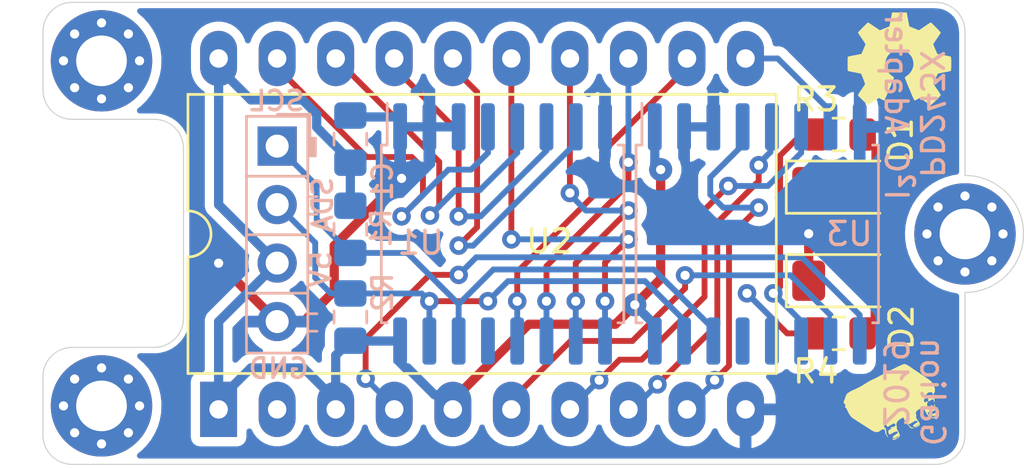
<source format=kicad_pcb>
(kicad_pcb (version 20190907) (host pcbnew "5.99.0-unknown-r17001-43768b71")

  (general
    (thickness 1.6)
    (drawings 24)
    (tracks 275)
    (modules 16)
    (nets 26)
  )

  (page "A4")
  (title_block
    (title "PD243X I2C Display Adapter")
    (date "2019-09-17")
    (rev "1")
    (company "Galion")
  )

  (layers
    (0 "F.Cu" signal)
    (31 "B.Cu" signal)
    (32 "B.Adhes" user)
    (33 "F.Adhes" user)
    (34 "B.Paste" user)
    (35 "F.Paste" user)
    (36 "B.SilkS" user)
    (37 "F.SilkS" user)
    (38 "B.Mask" user)
    (39 "F.Mask" user)
    (40 "Dwgs.User" user)
    (41 "Cmts.User" user)
    (42 "Eco1.User" user)
    (43 "Eco2.User" user)
    (44 "Edge.Cuts" user)
    (45 "Margin" user)
    (46 "B.CrtYd" user)
    (47 "F.CrtYd" user)
    (48 "B.Fab" user)
    (49 "F.Fab" user)
  )

  (setup
    (last_trace_width 0.254)
    (user_trace_width 0.2)
    (user_trace_width 0.25)
    (user_trace_width 0.3)
    (user_trace_width 0.4)
    (trace_clearance 0.254)
    (zone_clearance 0.254)
    (zone_45_only no)
    (trace_min 0.2)
    (via_size 0.8)
    (via_drill 0.4)
    (via_min_size 0.4)
    (via_min_drill 0.3)
    (uvia_size 0.508)
    (uvia_drill 0.127)
    (uvias_allowed no)
    (uvia_min_size 0.2)
    (uvia_min_drill 0.1)
    (max_error 0.005)
    (defaults
      (edge_clearance 0.01)
      (edge_cuts_line_width 0.05)
      (courtyard_line_width 0.05)
      (copper_line_width 0.2)
      (copper_text_dims (size 1.5 1.5) (thickness 0.3))
      (silk_line_width 0.12)
      (silk_text_dims (size 1 1) (thickness 0.15))
      (other_layers_line_width 0.1)
      (other_layers_text_dims (size 1 1) (thickness 0.15))
    )
    (pad_size 4.4 4.4)
    (pad_drill 2.2)
    (pad_to_mask_clearance 0.051)
    (solder_mask_min_width 0.25)
    (aux_axis_origin 0 0)
    (visible_elements FFFFFF7F)
    (pcbplotparams
      (layerselection 0x010f0_ffffffff)
      (usegerberextensions true)
      (usegerberattributes false)
      (usegerberadvancedattributes false)
      (creategerberjobfile false)
      (excludeedgelayer true)
      (linewidth 0.100000)
      (plotframeref false)
      (viasonmask false)
      (mode 1)
      (useauxorigin false)
      (hpglpennumber 1)
      (hpglpenspeed 20)
      (hpglpendiameter 15.000000)
      (psnegative false)
      (psa4output false)
      (plotreference true)
      (plotvalue true)
      (plotinvisibletext false)
      (padsonsilk false)
      (subtractmaskfromsilk false)
      (outputformat 1)
      (mirror false)
      (drillshape 0)
      (scaleselection 1)
      (outputdirectory "gerbers/")
    )
  )

  (net 0 "")
  (net 1 "Net-(D1-Pad2)")
  (net 2 "GND")
  (net 3 "Net-(D2-Pad2)")
  (net 4 "+5V")
  (net 5 "Net-(R3-Pad2)")
  (net 6 "Net-(R4-Pad1)")
  (net 7 "Net-(U1-Pad13)")
  (net 8 "/D7")
  (net 9 "/D6")
  (net 10 "/D5")
  (net 11 "/D4")
  (net 12 "/D3")
  (net 13 "/D2")
  (net 14 "/D1")
  (net 15 "/D0")
  (net 16 "Net-(U2-Pad2)")
  (net 17 "Net-(U2-Pad11)")
  (net 18 "Net-(U2-Pad4)")
  (net 19 "Net-(U2-Pad6)")
  (net 20 "Net-(U2-Pad7)")
  (net 21 "Net-(U2-Pad8)")
  (net 22 "Net-(U2-Pad9)")
  (net 23 "Net-(U3-Pad13)")
  (net 24 "Net-(J1-Pad1)")
  (net 25 "Net-(J1-Pad2)")

  (net_class "Default" "To jest domyślna klasa połączeń."
    (clearance 0.254)
    (trace_width 0.254)
    (via_dia 0.8)
    (via_drill 0.4)
    (uvia_dia 0.508)
    (uvia_drill 0.127)
    (add_net "/D0")
    (add_net "/D1")
    (add_net "/D2")
    (add_net "/D3")
    (add_net "/D4")
    (add_net "/D5")
    (add_net "/D6")
    (add_net "/D7")
    (add_net "Net-(D1-Pad2)")
    (add_net "Net-(D2-Pad2)")
    (add_net "Net-(J1-Pad1)")
    (add_net "Net-(J1-Pad2)")
    (add_net "Net-(R3-Pad2)")
    (add_net "Net-(R4-Pad1)")
    (add_net "Net-(U1-Pad13)")
    (add_net "Net-(U2-Pad11)")
    (add_net "Net-(U2-Pad2)")
    (add_net "Net-(U2-Pad4)")
    (add_net "Net-(U2-Pad6)")
    (add_net "Net-(U2-Pad7)")
    (add_net "Net-(U2-Pad8)")
    (add_net "Net-(U2-Pad9)")
    (add_net "Net-(U3-Pad13)")
  )

  (net_class "0.2mm" ""
    (clearance 0.2)
    (trace_width 0.2)
    (via_dia 0.6858)
    (via_drill 0.3302)
    (uvia_dia 0.508)
    (uvia_drill 0.127)
  )

  (net_class "Power" ""
    (clearance 0.4)
    (trace_width 0.4)
    (via_dia 1)
    (via_drill 0.4)
    (uvia_dia 0.762)
    (uvia_drill 0.2)
    (add_net "+5V")
    (add_net "GND")
  )

  (module "Capacitor_SMD:C_0805_2012Metric_Pad1.15x1.40mm_HandSolder" (layer "B.Cu") (tedit 5B36C52B) (tstamp 5D83C606)
    (at 100.203 80.7175 -90)
    (descr "Capacitor SMD 0805 (2012 Metric), square (rectangular) end terminal, IPC_7351 nominal with elongated pad for handsoldering. (Body size source: https://docs.google.com/spreadsheets/d/1BsfQQcO9C6DZCsRaXUlFlo91Tg2WpOkGARC1WS5S8t0/edit?usp=sharing), generated with kicad-footprint-generator")
    (tags "capacitor handsolder")
    (path "/5D84176C")
    (attr smd)
    (fp_text reference "C1" (at 1.8325 -1.397 90) (layer "B.SilkS")
      (effects (font (size 0.85 0.85) (thickness 0.15)) (justify mirror))
    )
    (fp_text value "100nF" (at -0.009 0 180) (layer "B.Fab") hide
      (effects (font (size 1 1) (thickness 0.15)) (justify mirror))
    )
    (fp_text user "%R" (at 0 0 -90) (layer "B.Fab") hide
      (effects (font (size 0.5 0.5) (thickness 0.08)) (justify mirror))
    )
    (fp_line (start 1.85 -0.95) (end -1.85 -0.95) (layer "B.CrtYd") (width 0.05))
    (fp_line (start 1.85 0.95) (end 1.85 -0.95) (layer "B.CrtYd") (width 0.05))
    (fp_line (start -1.85 0.95) (end 1.85 0.95) (layer "B.CrtYd") (width 0.05))
    (fp_line (start -1.85 -0.95) (end -1.85 0.95) (layer "B.CrtYd") (width 0.05))
    (fp_line (start -0.261252 -0.71) (end 0.261252 -0.71) (layer "B.SilkS") (width 0.12))
    (fp_line (start -0.261252 0.71) (end 0.261252 0.71) (layer "B.SilkS") (width 0.12))
    (fp_line (start 1 -0.6) (end -1 -0.6) (layer "B.Fab") (width 0.1))
    (fp_line (start 1 0.6) (end 1 -0.6) (layer "B.Fab") (width 0.1))
    (fp_line (start -1 0.6) (end 1 0.6) (layer "B.Fab") (width 0.1))
    (fp_line (start -1 -0.6) (end -1 0.6) (layer "B.Fab") (width 0.1))
    (pad "2" smd roundrect (at 1.025 0 270) (size 1.15 1.4) (layers "B.Cu" "B.Paste" "B.Mask") (roundrect_rratio 0.217391)
      (net 4 "+5V"))
    (pad "1" smd roundrect (at -1.025 0 270) (size 1.15 1.4) (layers "B.Cu" "B.Paste" "B.Mask") (roundrect_rratio 0.217391)
      (net 2 "GND"))
    (model "${KISYS3DMOD}/Capacitor_SMD.3dshapes/C_0805_2012Metric.wrl"
      (at (xyz 0 0 0))
      (scale (xyz 1 1 1))
      (rotate (xyz 0 0 0))
    )
  )

  (module "custom_symbols:Galion_Logo_Small" (layer "F.Cu") (tedit 5D7E5FF7) (tstamp 5D7EEC52)
    (at 123.6345 92.9005)
    (path "/5D7FA3BB")
    (attr virtual)
    (fp_text reference "LG2" (at 0.0127 -3.3401) (layer "F.SilkS") hide
      (effects (font (size 1 1) (thickness 0.15)))
    )
    (fp_text value "Galion_Logo" (at -0.0889 1.6383) (layer "F.Fab") hide
      (effects (font (size 1 1) (thickness 0.15)))
    )
    (fp_poly (pts (xy 0.115645 0.863926) (xy 0.093394 0.857316) (xy 0.086128 0.854494) (xy 0.081244 0.85195)
      (xy 0.078598 0.849651) (xy 0.078046 0.847566) (xy 0.079445 0.845662) (xy 0.08265 0.843907)
      (xy 0.093905 0.840712) (xy 0.11066 0.837722) (xy 0.15607 0.831321) (xy 0.182425 0.827391)
      (xy 0.209678 0.822628) (xy 0.236681 0.816774) (xy 0.262281 0.809569) (xy 0.274196 0.805378)
      (xy 0.285329 0.800753) (xy 0.295537 0.79566) (xy 0.304675 0.790067) (xy 0.3126 0.783942)
      (xy 0.319167 0.777253) (xy 0.324234 0.769966) (xy 0.327657 0.762049) (xy 0.347975 0.736581)
      (xy 0.361772 0.717634) (xy 0.366428 0.710409) (xy 0.369696 0.704577) (xy 0.371656 0.70006)
      (xy 0.37239 0.696778) (xy 0.371979 0.694652) (xy 0.371368 0.693999) (xy 0.370502 0.693604)
      (xy 0.368041 0.693555) (xy 0.364677 0.694425) (xy 0.36049 0.696135) (xy 0.355562 0.698606)
      (xy 0.343801 0.705517) (xy 0.232018 0.783214) (xy 0.211687 0.787974) (xy 0.186221 0.793307)
      (xy 0.172674 0.795562) (xy 0.15918 0.797208) (xy 0.146182 0.797994) (xy 0.134125 0.79767)
      (xy 0.12859 0.797013) (xy 0.123456 0.795984) (xy 0.118781 0.794553) (xy 0.114619 0.792687)
      (xy 0.111026 0.790355) (xy 0.108059 0.787526) (xy 0.105772 0.784169) (xy 0.104221 0.780252)
      (xy 0.103462 0.775743) (xy 0.10355 0.770613) (xy 0.104542 0.764828) (xy 0.106492 0.758359)
      (xy 0.109457 0.751172) (xy 0.113492 0.743238) (xy 0.118653 0.734525) (xy 0.124995 0.725001)
      (xy 0.141848 0.710434) (xy 0.159696 0.696507) (xy 0.178185 0.68314) (xy 0.196965 0.670252)
      (xy 0.233993 0.645588) (xy 0.251539 0.633651) (xy 0.26797 0.62187) (xy 0.282935 0.610162)
      (xy 0.296083 0.598449) (xy 0.307063 0.586648) (xy 0.31163 0.580689) (xy 0.315523 0.574679)
      (xy 0.318699 0.568606) (xy 0.321112 0.562461) (xy 0.322721 0.556233) (xy 0.323479 0.549913)
      (xy 0.323345 0.54349) (xy 0.322273 0.536954) (xy 0.32022 0.530295) (xy 0.317142 0.523504)
      (xy 0.30431 0.51922) (xy 0.291507 0.516146) (xy 0.278739 0.514211) (xy 0.266012 0.513345)
      (xy 0.253334 0.513478) (xy 0.240711 0.514541) (xy 0.228149 0.516464) (xy 0.215656 0.519176)
      (xy 0.203238 0.522608) (xy 0.190901 0.526689) (xy 0.166501 0.536522) (xy 0.142509 0.548114)
      (xy 0.118978 0.560906) (xy 0.030544 0.612886) (xy 0.010126 0.623287) (xy -0.009509 0.631531)
      (xy -0.019016 0.634669) (xy -0.028306 0.637058) (xy -0.037374 0.638629) (xy -0.046213 0.63931)
      (xy -0.057275 0.620903) (xy -0.066905 0.602702) (xy -0.074961 0.584775) (xy -0.078354 0.575934)
      (xy -0.0813 0.567185) (xy -0.08378 0.558538) (xy -0.085778 0.549999) (xy -0.087275 0.541577)
      (xy -0.088253 0.53328) (xy -0.088694 0.525117) (xy -0.088581 0.517095) (xy -0.087895 0.509223)
      (xy -0.08662 0.501509) (xy -0.084736 0.49396) (xy -0.082226 0.486586) (xy -0.079073 0.479393)
      (xy -0.075258 0.472392) (xy -0.070763 0.465588) (xy -0.06557 0.458992) (xy -0.059663 0.45261)
      (xy -0.053022 0.446451) (xy -0.04563 0.440523) (xy -0.03747 0.434835) (xy -0.028522 0.429393)
      (xy -0.01877 0.424208) (xy -0.008195 0.419286) (xy 0.00322 0.414636) (xy 0.015493 0.410266)
      (xy 0.028643 0.406184) (xy 0.048637 0.398931) (xy 0.055586 0.395751) (xy 0.060705 0.392838)
      (xy 0.064142 0.390168) (xy 0.06605 0.387718) (xy 0.066578 0.385465) (xy 0.065878 0.383385)
      (xy 0.0641 0.381454) (xy 0.061394 0.379651) (xy 0.053801 0.376329) (xy 0.034112 0.370175)
      (xy 0.024425 0.36697) (xy 0.016449 0.363429) (xy 0.013479 0.361474) (xy 0.011389 0.359366)
      (xy 0.010329 0.35708) (xy 0.010449 0.354594) (xy 0.011901 0.351884) (xy 0.014836 0.348926)
      (xy 0.019402 0.345698) (xy 0.025752 0.342175) (xy 0.044403 0.334155) (xy 0.071994 0.324678)
      (xy 0.092331 0.323654) (xy 0.112426 0.320948) (xy 0.13191 0.316653) (xy 0.150416 0.310865)
      (xy 0.159186 0.307439) (xy 0.167573 0.303676) (xy 0.175532 0.299585) (xy 0.183014 0.295181)
      (xy 0.189976 0.290473) (xy 0.19637 0.285474) (xy 0.20215 0.280195) (xy 0.207271 0.274649)
      (xy 0.211686 0.268847) (xy 0.215349 0.2628) (xy 0.218215 0.256522) (xy 0.220236 0.250022)
      (xy 0.221367 0.243314) (xy 0.221561 0.236409) (xy 0.220773 0.229318) (xy 0.218957 0.222054)
      (xy 0.216066 0.214628) (xy 0.212055 0.207052) (xy 0.206877 0.199338) (xy 0.200486 0.191497)
      (xy 0.192835 0.183541) (xy 0.18388 0.175482) (xy 0.173574 0.167332) (xy 0.16187 0.159103)
      (xy 0.151248 0.161077) (xy 0.140654 0.1637) (xy 0.130092 0.166921) (xy 0.119565 0.170692)
      (xy 0.098629 0.179685) (xy 0.077868 0.190286) (xy 0.057307 0.202099) (xy 0.03697 0.21473)
      (xy -0.002937 0.240872) (xy -0.022458 0.253593) (xy -0.04166 0.265555) (xy -0.060518 0.276365)
      (xy -0.079008 0.285627) (xy -0.088107 0.289555) (xy -0.097106 0.292948) (xy -0.106001 0.295757)
      (xy -0.114788 0.297933) (xy -0.123466 0.299427) (xy -0.132031 0.300188) (xy -0.14048 0.300169)
      (xy -0.14881 0.299319) (xy -0.159624 0.270005) (xy -0.170284 0.239079) (xy -0.174939 0.223484)
      (xy -0.178813 0.208052) (xy -0.18166 0.192972) (xy -0.183232 0.178432) (xy -0.183462 0.171423)
      (xy -0.183281 0.164621) (xy -0.182657 0.158048) (xy -0.18156 0.151728) (xy -0.179958 0.145685)
      (xy -0.177822 0.139942) (xy -0.175119 0.134522) (xy -0.17182 0.12945) (xy -0.167892 0.124749)
      (xy -0.163305 0.120443) (xy -0.158029 0.116554) (xy -0.152032 0.113108) (xy -0.145283 0.110126)
      (xy -0.137751 0.107633) (xy -0.129406 0.105653) (xy -0.120217 0.104209) (xy -0.130479 0.092122)
      (xy -0.140667 0.081745) (xy -0.150753 0.073015) (xy -0.160709 0.065868) (xy -0.170508 0.060242)
      (xy -0.180121 0.056074) (xy -0.18952 0.053302) (xy -0.198679 0.051862) (xy -0.207569 0.051693)
      (xy -0.216162 0.052731) (xy -0.224431 0.054913) (xy -0.232347 0.058177) (xy -0.239883 0.06246)
      (xy -0.247011 0.067699) (xy -0.253704 0.073832) (xy -0.259932 0.080795) (xy -0.26567 0.088527)
      (xy -0.270888 0.096963) (xy -0.275559 0.106042) (xy -0.279656 0.115701) (xy -0.283149 0.125877)
      (xy -0.286012 0.136507) (xy -0.288217 0.147529) (xy -0.289736 0.158879) (xy -0.290541 0.170495)
      (xy -0.290604 0.182315) (xy -0.289897 0.194275) (xy -0.288394 0.206313) (xy -0.286065 0.218366)
      (xy -0.282883 0.230371) (xy -0.27882 0.242265) (xy -0.273848 0.253987) (xy -0.277674 0.264933)
      (xy -0.280265 0.275088) (xy -0.281714 0.284493) (xy -0.28211 0.293189) (xy -0.281544 0.301217)
      (xy -0.280106 0.308619) (xy -0.277887 0.315435) (xy -0.274977 0.321707) (xy -0.271466 0.327475)
      (xy -0.267445 0.332781) (xy -0.263005 0.337666) (xy -0.258235 0.34217) (xy -0.24807 0.350202)
      (xy -0.237674 0.357207) (xy -0.22777 0.363512) (xy -0.219081 0.369447) (xy -0.215418 0.372378)
      (xy -0.212331 0.37534) (xy -0.209909 0.378373) (xy -0.208244 0.381519) (xy -0.207424 0.384819)
      (xy -0.207542 0.388314) (xy -0.208687 0.392045) (xy -0.21095 0.396053) (xy -0.214421 0.400379)
      (xy -0.219191 0.405064) (xy -0.22535 0.41015) (xy -0.232988 0.415677) (xy -0.226111 0.414876)
      (xy -0.220081 0.41561) (xy -0.214832 0.417793) (xy -0.210301 0.421338) (xy -0.206422 0.426159)
      (xy -0.203131 0.432169) (xy -0.200362 0.43928) (xy -0.198053 0.447407) (xy -0.19455 0.466361)
      (xy -0.192105 0.488336) (xy -0.188319 0.538576) (xy -0.185944 0.565455) (xy -0.182557 0.59258)
      (xy -0.177641 0.61926) (xy -0.174448 0.632216) (xy -0.170679 0.6448) (xy -0.166269 0.656926)
      (xy -0.161154 0.668507) (xy -0.155268 0.679456) (xy -0.148548 0.689687) (xy -0.140928 0.699113)
      (xy -0.132344 0.707647) (xy -0.12273 0.715203) (xy -0.112024 0.721693) (xy -0.109737 0.730439)
      (xy -0.108495 0.737359) (xy -0.108229 0.742543) (xy -0.108873 0.746082) (xy -0.110358 0.748065)
      (xy -0.112618 0.748583) (xy -0.115583 0.747726) (xy -0.119187 0.745585) (xy -0.123361 0.742249)
      (xy -0.128039 0.737809) (xy -0.138633 0.725979) (xy -0.150427 0.710817) (xy -0.162881 0.693043)
      (xy -0.175451 0.673382) (xy -0.187598 0.652554) (xy -0.198778 0.631281) (xy -0.208452 0.610287)
      (xy -0.216078 0.590293) (xy -0.218953 0.580897) (xy -0.221114 0.572022) (xy -0.222491 0.563757)
      (xy -0.223018 0.556194) (xy -0.222627 0.549423) (xy -0.22125 0.543534) (xy -0.223182 0.527577)
      (xy -0.225651 0.512843) (xy -0.228637 0.4993) (xy -0.232119 0.486916) (xy -0.236078 0.475659)
      (xy -0.240493 0.465496) (xy -0.245344 0.456395) (xy -0.250611 0.448323) (xy -0.256275 0.441249)
      (xy -0.262314 0.435139) (xy -0.268709 0.429962) (xy -0.27544 0.425686) (xy -0.282486 0.422278)
      (xy -0.289828 0.419706) (xy -0.297445 0.417937) (xy -0.305317 0.416939) (xy -0.313425 0.41668)
      (xy -0.321747 0.417128) (xy -0.330264 0.41825) (xy -0.338957 0.420015) (xy -0.347803 0.422389)
      (xy -0.356785 0.42534) (xy -0.365881 0.428836) (xy -0.375071 0.432846) (xy -0.384336 0.437335)
      (xy -0.393655 0.442273) (xy -0.412374 0.453365) (xy -0.431069 0.465862) (xy -0.449578 0.479505)
      (xy -0.464607 0.491942) (xy -0.47977 0.502749) (xy -0.495055 0.511989) (xy -0.510448 0.519725)
      (xy -0.525937 0.52602) (xy -0.54151 0.530939) (xy -0.557155 0.534543) (xy -0.572857 0.536897)
      (xy -0.588605 0.538063) (xy -0.604386 0.538106) (xy -0.620188 0.537088) (xy -0.635998 0.535072)
      (xy -0.651803 0.532122) (xy -0.667591 0.528302) (xy -0.683348 0.523674) (xy -0.699064 0.518302)
      (xy -0.730316 0.505578) (xy -0.761247 0.490636) (xy -0.791755 0.473984) (xy -0.82174 0.456127)
      (xy -0.879736 0.418825) (xy -0.934428 0.38278) (xy -1.275454 0.164721) (xy -1.445749 0.055428)
      (xy -1.614802 -0.055362) (xy -1.630312 -0.066026) (xy -1.645163 -0.077171) (xy -1.659385 -0.088775)
      (xy -1.673007 -0.100813) (xy -1.686059 -0.113263) (xy -1.69857 -0.126102) (xy -1.722089 -0.152853)
      (xy -1.743801 -0.180881) (xy -1.763942 -0.209998) (xy -1.782748 -0.240021) (xy -1.800456 -0.270764)
      (xy -1.817303 -0.30204) (xy -1.833525 -0.333665) (xy -1.86504 -0.397218) (xy -1.896894 -0.459937)
      (xy -1.913539 -0.49052) (xy -1.930978 -0.520338) (xy -1.940652 -0.523807) (xy -1.948834 -0.527221)
      (xy -1.955619 -0.530594) (xy -1.961105 -0.533942) (xy -1.965387 -0.537277) (xy -1.968561 -0.540616)
      (xy -1.970724 -0.543972) (xy -1.97197 -0.547361) (xy -1.972397 -0.550795) (xy -1.972101 -0.55429)
      (xy -1.971177 -0.557861) (xy -1.969721 -0.561522) (xy -1.9656 -0.56917) (xy -1.960506 -0.577351)
      (xy -1.955207 -0.586181) (xy -1.950473 -0.595776) (xy -1.948557 -0.600896) (xy -1.947071 -0.60625)
      (xy -1.94611 -0.611854) (xy -1.94577 -0.617721) (xy -1.946147 -0.623866) (xy -1.947338 -0.630303)
      (xy -1.949438 -0.637048) (xy -1.952544 -0.644113) (xy -1.956752 -0.651515) (xy -1.962157 -0.659267)
      (xy -1.968856 -0.667383) (xy -1.976945 -0.675879) (xy -1.982494 -0.680015) (xy -1.987593 -0.684471)
      (xy -1.992258 -0.689219) (xy -1.996501 -0.694233) (xy -2.000338 -0.699485) (xy -2.003782 -0.704948)
      (xy -2.00685 -0.710594) (xy -2.009554 -0.716396) (xy -2.011909 -0.722326) (xy -2.01393 -0.728358)
      (xy -2.01563 -0.734463) (xy -2.017026 -0.740615) (xy -2.018957 -0.75295) (xy -2.019839 -0.765142)
      (xy -2.019787 -0.776973) (xy -2.018917 -0.788224) (xy -2.017343 -0.798676) (xy -2.015181 -0.808111)
      (xy -2.012546 -0.816309) (xy -2.009554 -0.823051) (xy -2.006319 -0.82812) (xy -2.004647 -0.829958)
      (xy -2.002958 -0.831295) (xy -1.99557 -0.844151) (xy -1.988409 -0.860591) (xy -1.981306 -0.880078)
      (xy -1.974093 -0.902073) (xy -1.95866 -0.95143) (xy -1.950103 -0.977715) (xy -1.940762 -1.004353)
      (xy -1.930468 -1.030805) (xy -1.919052 -1.056531) (xy -1.906346 -1.080995) (xy -1.899456 -1.092584)
      (xy -1.892181 -1.103656) (xy -1.884499 -1.114142) (xy -1.876389 -1.123975) (xy -1.86783 -1.133089)
      (xy -1.858801 -1.141415) (xy -1.849281 -1.148887) (xy -1.839249 -1.155436) (xy -1.828683 -1.160997)
      (xy -1.817563 -1.1655) (xy -1.79751 -1.181377) (xy -1.776398 -1.196321) (xy -1.754349 -1.210433)
      (xy -1.731486 -1.223812) (xy -1.707931 -1.236558) (xy -1.683807 -1.248771) (xy -1.634339 -1.271998)
      (xy -1.533955 -1.316452) (xy -1.484997 -1.339277) (xy -1.461254 -1.351189) (xy -1.438166 -1.363567)
      (xy -1.405414 -1.378092) (xy -1.373154 -1.393435) (xy -1.341339 -1.409515) (xy -1.309922 -1.426254)
      (xy -1.248094 -1.461383) (xy -1.187297 -1.49818) (xy -1.067303 -1.574209) (xy -1.007358 -1.612158)
      (xy -0.94695 -1.649206) (xy -0.916759 -1.665973) (xy -0.886231 -1.682119) (xy -0.824398 -1.712955)
      (xy -0.6993 -1.771613) (xy -0.636989 -1.801044) (xy -0.575471 -1.831617) (xy -0.545159 -1.847583)
      (xy -0.515225 -1.864136) (xy -0.485727 -1.881377) (xy -0.456726 -1.899406) (xy -0.429745 -1.911308)
      (xy -0.403122 -1.92412) (xy -0.376809 -1.937704) (xy -0.350755 -1.951922) (xy -0.299229 -1.981705)
      (xy -0.248146 -2.01236) (xy -0.197112 -2.042776) (xy -0.145728 -2.071847) (xy -0.119782 -2.08553)
      (xy -0.093599 -2.098462) (xy -0.067131 -2.110502) (xy -0.040329 -2.121513) (xy 0.039874 -2.157561)
      (xy 0.119194 -2.195889) (xy 0.276872 -2.274986) (xy 0.356074 -2.313555) (xy 0.436079 -2.350003)
      (xy 0.476515 -2.367088) (xy 0.517309 -2.38323) (xy 0.558515 -2.398292) (xy 0.600186 -2.412136)
      (xy 0.61634 -2.408751) (xy 0.63226 -2.40474) (xy 0.663444 -2.394965) (xy 0.693829 -2.383064)
      (xy 0.723508 -2.36929) (xy 0.752571 -2.353894) (xy 0.781112 -2.337129) (xy 0.809222 -2.319246)
      (xy 0.836993 -2.300499) (xy 0.94652 -2.221902) (xy 0.973972 -2.202611) (xy 1.001636 -2.183969)
      (xy 1.029604 -2.166227) (xy 1.057968 -2.149636) (xy 1.146415 -2.088015) (xy 1.235724 -2.027546)
      (xy 1.415178 -1.907745) (xy 1.50445 -1.847254) (xy 1.592837 -1.785596) (xy 1.679903 -1.722192)
      (xy 1.76521 -1.656461) (xy 1.796176 -1.607599) (xy 1.82819 -1.555921) (xy 1.843904 -1.529224)
      (xy 1.859055 -1.502062) (xy 1.873369 -1.474515) (xy 1.886572 -1.446662) (xy 1.898389 -1.418582)
      (xy 1.908544 -1.390356) (xy 1.916763 -1.362064) (xy 1.922771 -1.333784) (xy 1.924861 -1.319674)
      (xy 1.926294 -1.305597) (xy 1.927038 -1.291563) (xy 1.927057 -1.277583) (xy 1.926317 -1.263665)
      (xy 1.924785 -1.24982) (xy 1.922425 -1.236058) (xy 1.919203 -1.222389) (xy 1.918015 -1.213474)
      (xy 1.916207 -1.20507) (xy 1.913842 -1.197146) (xy 1.910985 -1.189665) (xy 1.907701 -1.182594)
      (xy 1.904052 -1.175898) (xy 1.900103 -1.169544) (xy 1.895919 -1.163497) (xy 1.8871 -1.152186)
      (xy 1.878106 -1.141691) (xy 1.869452 -1.131739) (xy 1.86165 -1.122056) (xy 1.858229 -1.117229)
      (xy 1.855213 -1.112366) (xy 1.852666 -1.107433) (xy 1.850653 -1.102397) (xy 1.849238 -1.097221)
      (xy 1.848484 -1.091873) (xy 1.848456 -1.086318) (xy 1.849218 -1.080521) (xy 1.850834 -1.074449)
      (xy 1.853368 -1.068067) (xy 1.856884 -1.061341) (xy 1.861447 -1.054237) (xy 1.86712 -1.04672)
      (xy 1.873968 -1.038756) (xy 1.882054 -1.03031) (xy 1.891443 -1.02135) (xy 1.89426 -1.00662)
      (xy 1.896754 -0.986293) (xy 1.900659 -0.93398) (xy 1.902938 -0.874674) (xy 1.903371 -0.818638)
      (xy 1.901739 -0.776136) (xy 1.900079 -0.763169) (xy 1.899027 -0.759317) (xy 1.897821 -0.757433)
      (xy 1.896458 -0.757679) (xy 1.894936 -0.760214) (xy 1.891397 -0.772793) (xy 1.887176 -0.796453)
      (xy 1.882247 -0.832478) (xy 1.877468 -0.847625) (xy 1.871709 -0.859826) (xy 1.865051 -0.869287)
      (xy 1.857578 -0.876217) (xy 1.849371 -0.880824) (xy 1.840514 -0.883315) (xy 1.831088 -0.883899)
      (xy 1.821175 -0.882784) (xy 1.810859 -0.880178) (xy 1.800222 -0.876288) (xy 1.778313 -0.865491)
      (xy 1.756107 -0.852056) (xy 1.734265 -0.837648) (xy 1.713446 -0.82393) (xy 1.694308 -0.812566)
      (xy 1.685576 -0.808287) (xy 1.677512 -0.805221) (xy 1.670198 -0.803575) (xy 1.663716 -0.803557)
      (xy 1.65815 -0.805376) (xy 1.653581 -0.809239) (xy 1.650091 -0.815355) (xy 1.647764 -0.823931)
      (xy 1.646682 -0.835176) (xy 1.646927 -0.849297) (xy 1.648581 -0.866503) (xy 1.651728 -0.887)
      (xy 1.644433 -0.898212) (xy 1.639846 -0.908085) (xy 1.637779 -0.916722) (xy 1.638043 -0.924229)
      (xy 1.640449 -0.93071) (xy 1.644809 -0.93627) (xy 1.650934 -0.941012) (xy 1.658636 -0.945041)
      (xy 1.667726 -0.948461) (xy 1.678015 -0.951377) (xy 1.701436 -0.956114) (xy 1.754374 -0.964129)
      (xy 1.780874 -0.969077) (xy 1.805381 -0.975766) (xy 1.816416 -0.980023) (xy 1.826388 -0.985029)
      (xy 1.835107 -0.990888) (xy 1.842386 -0.997703) (xy 1.848035 -1.00558) (xy 1.851866 -1.014622)
      (xy 1.853691 -1.024934) (xy 1.85332 -1.036621) (xy 1.850566 -1.049786) (xy 1.845239 -1.064534)
      (xy 1.837151 -1.08097) (xy 1.826114 -1.099198) (xy 1.8309 -1.110158) (xy 1.833988 -1.120444)
      (xy 1.835468 -1.130059) (xy 1.835431 -1.139006) (xy 1.833964 -1.147286) (xy 1.83116 -1.154902)
      (xy 1.827107 -1.161856) (xy 1.821895 -1.16815) (xy 1.815614 -1.173787) (xy 1.808354 -1.178769)
      (xy 1.800205 -1.183098) (xy 1.791257 -1.186777) (xy 1.781599 -1.189807) (xy 1.771321 -1.192191)
      (xy 1.760514 -1.193932) (xy 1.749267 -1.195031) (xy 1.73767 -1.19549) (xy 1.725813 -1.195313)
      (xy 1.713785 -1.194501) (xy 1.701677 -1.193057) (xy 1.689579 -1.190983) (xy 1.677579 -1.188281)
      (xy 1.665769 -1.184953) (xy 1.654238 -1.181002) (xy 1.643075 -1.176429) (xy 1.632372 -1.171239)
      (xy 1.622216 -1.165431) (xy 1.6127 -1.15901) (xy 1.603911 -1.151976) (xy 1.59594 -1.144333)
      (xy 1.588878 -1.136082) (xy 1.582813 -1.127226) (xy 1.573332 -1.119674) (xy 1.564699 -1.11232)
      (xy 1.556891 -1.105152) (xy 1.549889 -1.098158) (xy 1.543671 -1.091326) (xy 1.538217 -1.084645)
      (xy 1.533504 -1.078102) (xy 1.529513 -1.071686) (xy 1.526222 -1.065385) (xy 1.52361 -1.059187)
      (xy 1.521657 -1.05308) (xy 1.52034 -1.047052) (xy 1.51964 -1.041092) (xy 1.519535 -1.035187)
      (xy 1.520005 -1.029326) (xy 1.521027 -1.023497) (xy 1.522582 -1.017688) (xy 1.524649 -1.011887)
      (xy 1.527205 -1.006083) (xy 1.530231 -1.000263) (xy 1.533705 -0.994415) (xy 1.537606 -0.988528)
      (xy 1.541913 -0.98259) (xy 1.546606 -0.976589) (xy 1.557063 -0.964351) (xy 1.56881 -0.951718)
      (xy 1.581677 -0.938596) (xy 1.595498 -0.92489) (xy 1.579143 -0.930278) (xy 1.563691 -0.933553)
      (xy 1.549152 -0.934861) (xy 1.535534 -0.934344) (xy 1.522849 -0.932146) (xy 1.511104 -0.928411)
      (xy 1.50031 -0.923283) (xy 1.490476 -0.916906) (xy 1.481611 -0.909423) (xy 1.473726 -0.900978)
      (xy 1.46683 -0.891715) (xy 1.460932 -0.881777) (xy 1.456042 -0.871308) (xy 1.452169 -0.860453)
      (xy 1.449322 -0.849354) (xy 1.447513 -0.838155) (xy 1.446749 -0.827001) (xy 1.447041 -0.816035)
      (xy 1.448397 -0.8054) (xy 1.450828 -0.795241) (xy 1.454343 -0.785701) (xy 1.458952 -0.776924)
      (xy 1.464664 -0.769054) (xy 1.471488 -0.762234) (xy 1.479435 -0.756608) (xy 1.488513 -0.75232)
      (xy 1.498733 -0.749513) (xy 1.510103 -0.748332) (xy 1.522633 -0.74892) (xy 1.536334 -0.751421)
      (xy 1.551213 -0.755979) (xy 1.567282 -0.762736) (xy 1.55921 -0.767878) (xy 1.553132 -0.772318)
      (xy 1.548907 -0.776091) (xy 1.546393 -0.77923) (xy 1.545449 -0.781769) (xy 1.545934 -0.783743)
      (xy 1.547707 -0.785186) (xy 1.550626 -0.786131) (xy 1.559342 -0.786666) (xy 1.570951 -0.785621)
      (xy 1.584325 -0.783268) (xy 1.598335 -0.77988) (xy 1.611852 -0.77573) (xy 1.623747 -0.771089)
      (xy 1.632891 -0.766231) (xy 1.636078 -0.763806) (xy 1.638155 -0.761428) (xy 1.638979 -0.759132)
      (xy 1.638411 -0.756953) (xy 1.636307 -0.754923) (xy 1.632528 -0.753077) (xy 1.626933 -0.75145)
      (xy 1.61938 -0.750075) (xy 1.597835 -0.748218) (xy 1.595056 -0.740386) (xy 1.592656 -0.732771)
      (xy 1.590615 -0.725367) (xy 1.588911 -0.718168) (xy 1.586427 -0.704362) (xy 1.585033 -0.691308)
      (xy 1.584556 -0.678959) (xy 1.584823 -0.667268) (xy 1.585663 -0.656191) (xy 1.586903 -0.645681)
      (xy 1.592417 -0.608385) (xy 1.593072 -0.600017) (xy 1.593093 -0.591939) (xy 1.592308 -0.584104)
      (xy 1.591559 -0.580264) (xy 1.590543 -0.576468) (xy 1.589725 -0.569261) (xy 1.590302 -0.562866)
      (xy 1.592174 -0.557257) (xy 1.595236 -0.552406) (xy 1.599388 -0.548287) (xy 1.604527 -0.544873)
      (xy 1.610551 -0.542137) (xy 1.617357 -0.540054) (xy 1.624842 -0.538595) (xy 1.632906 -0.537735)
      (xy 1.641444 -0.537447) (xy 1.650356 -0.537703) (xy 1.66889 -0.539745) (xy 1.687687 -0.543646)
      (xy 1.705931 -0.549194) (xy 1.722802 -0.556174) (xy 1.730467 -0.560135) (xy 1.737482 -0.564374)
      (xy 1.743744 -0.568864) (xy 1.749152 -0.573579) (xy 1.753603 -0.578492) (xy 1.756995 -0.583576)
      (xy 1.759225 -0.588805) (xy 1.760191 -0.594152) (xy 1.75979 -0.59959) (xy 1.757922 -0.605093)
      (xy 1.754482 -0.610634) (xy 1.749369 -0.616186) (xy 1.757886 -0.620141) (xy 1.766328 -0.622307)
      (xy 1.774678 -0.622834) (xy 1.782919 -0.621872) (xy 1.791035 -0.619572) (xy 1.799009 -0.616082)
      (xy 1.806825 -0.611553) (xy 1.814466 -0.606135) (xy 1.821916 -0.599979) (xy 1.829157 -0.593234)
      (xy 1.842948 -0.578577) (xy 1.867301 -0.548797) (xy 1.877596 -0.536076) (xy 1.88646 -0.5264)
      (xy 1.890314 -0.523079) (xy 1.89376 -0.520969) (xy 1.896781 -0.520221) (xy 1.899362 -0.520985)
      (xy 1.901485 -0.52341) (xy 1.903134 -0.527647) (xy 1.904293 -0.533845) (xy 1.904943 -0.542155)
      (xy 1.904656 -0.56571) (xy 1.90214 -0.599511) (xy 1.908507 -0.661011) (xy 1.910324 -0.674086)
      (xy 1.911041 -0.676819) (xy 1.911689 -0.677251) (xy 1.919578 -0.618944) (xy 1.923887 -0.593655)
      (xy 1.929824 -0.566894) (xy 1.937735 -0.540066) (xy 1.942538 -0.527067) (xy 1.947965 -0.514578)
      (xy 1.954059 -0.502775) (xy 1.960862 -0.491835) (xy 1.968419 -0.481933) (xy 1.976771 -0.473244)
      (xy 1.985964 -0.465945) (xy 1.996039 -0.460211) (xy 2.007041 -0.456217) (xy 2.019012 -0.454141)
      (xy 2.034505 -0.444025) (xy 2.048355 -0.433245) (xy 2.060602 -0.42186) (xy 2.071288 -0.409928)
      (xy 2.080454 -0.397507) (xy 2.088141 -0.384655) (xy 2.094391 -0.371431) (xy 2.099245 -0.357892)
      (xy 2.102744 -0.344098) (xy 2.104929 -0.330106) (xy 2.105841 -0.315975) (xy 2.105522 -0.301762)
      (xy 2.104013 -0.287527) (xy 2.101356 -0.273328) (xy 2.097591 -0.259222) (xy 2.092759 -0.245268)
      (xy 2.086903 -0.231524) (xy 2.080063 -0.218049) (xy 2.07228 -0.204901) (xy 2.063595 -0.192138)
      (xy 2.054051 -0.179818) (xy 2.043688 -0.167999) (xy 2.032547 -0.156741) (xy 2.02067 -0.146101)
      (xy 2.008097 -0.136137) (xy 1.994871 -0.126908) (xy 1.981031 -0.118472) (xy 1.966621 -0.110887)
      (xy 1.95168 -0.104212) (xy 1.93625 -0.098504) (xy 1.920373 -0.093822) (xy 1.904089 -0.090225)
      (xy 1.896276 -0.084476) (xy 1.888567 -0.07931) (xy 1.880996 -0.074706) (xy 1.873596 -0.070646)
      (xy 1.866401 -0.067111) (xy 1.859445 -0.064081) (xy 1.852763 -0.061537) (xy 1.846386 -0.05946)
      (xy 1.840351 -0.05783) (xy 1.83469 -0.056629) (xy 1.829437 -0.055838) (xy 1.824626 -0.055436)
      (xy 1.820291 -0.055405) (xy 1.816466 -0.055726) (xy 1.813185 -0.056379) (xy 1.810481 -0.057345)
      (xy 1.808388 -0.058606) (xy 1.80694 -0.060141) (xy 1.806172 -0.061931) (xy 1.806116 -0.063958)
      (xy 1.806807 -0.066203) (xy 1.808279 -0.068645) (xy 1.810565 -0.071265) (xy 1.813699 -0.074046)
      (xy 1.817715 -0.076966) (xy 1.822648 -0.080008) (xy 1.82853 -0.083151) (xy 1.835395 -0.086377)
      (xy 1.843278 -0.089667) (xy 1.852212 -0.093) (xy 1.862232 -0.096359) (xy 1.87337 -0.099724)
      (xy 1.898468 -0.113405) (xy 1.934545 -0.131495) (xy 1.975615 -0.152491) (xy 1.996152 -0.163608)
      (xy 2.015694 -0.174887) (xy 2.03349 -0.186139) (xy 2.048795 -0.197177) (xy 2.060859 -0.207813)
      (xy 2.065442 -0.212921) (xy 2.068935 -0.217858) (xy 2.071243 -0.222601) (xy 2.072274 -0.227125)
      (xy 2.071933 -0.231407) (xy 2.070128 -0.235424) (xy 2.066764 -0.239153) (xy 2.061749 -0.242569)
      (xy 2.054988 -0.245649) (xy 2.046389 -0.248371) (xy 2.03965 -0.240785) (xy 2.031833 -0.233371)
      (xy 2.023051 -0.226163) (xy 2.013418 -0.219195) (xy 1.99205 -0.206114) (xy 1.968638 -0.194404)
      (xy 1.944088 -0.184336) (xy 1.919308 -0.176183) (xy 1.895203 -0.170219) (xy 1.872682 -0.166718)
      (xy 1.862299 -0.165976) (xy 1.852651 -0.165951) (xy 1.843853 -0.166679) (xy 1.836018 -0.168193)
      (xy 1.829259 -0.170527) (xy 1.823689 -0.173716) (xy 1.819422 -0.177793) (xy 1.816572 -0.182794)
      (xy 1.815251 -0.188751) (xy 1.815573 -0.195699) (xy 1.817652 -0.203672) (xy 1.8216 -0.212705)
      (xy 1.827532 -0.222831) (xy 1.83556 -0.234085) (xy 1.845798 -0.2465) (xy 1.85836 -0.260112)
      (xy 1.867066 -0.259239) (xy 1.876462 -0.259274) (xy 1.886447 -0.260169) (xy 1.896921 -0.261876)
      (xy 1.918936 -0.267526) (xy 1.941705 -0.275834) (xy 1.964428 -0.286409) (xy 1.986302 -0.298858)
      (xy 2.006528 -0.312792) (xy 2.015771 -0.320194) (xy 2.024303 -0.32782) (xy 2.032021 -0.335621)
      (xy 2.038826 -0.343549) (xy 2.044617 -0.351555) (xy 2.049296 -0.35959) (xy 2.052761 -0.367604)
      (xy 2.054912 -0.37555) (xy 2.055649 -0.383378) (xy 2.054872 -0.391039) (xy 2.052481 -0.398485)
      (xy 2.048375 -0.405666) (xy 2.042455 -0.412534) (xy 2.03462 -0.41904) (xy 2.024771 -0.425135)
      (xy 2.012806 -0.430769) (xy 1.998627 -0.435895) (xy 1.982132 -0.440463) (xy 1.960932 -0.431292)
      (xy 1.937855 -0.420546) (xy 1.887498 -0.396067) (xy 1.833925 -0.370501) (xy 1.806828 -0.358398)
      (xy 1.780001 -0.347327) (xy 1.753802 -0.337723) (xy 1.728589 -0.330021) (xy 1.70472 -0.324655)
      (xy 1.693401 -0.322984) (xy 1.682552 -0.32206) (xy 1.672219 -0.321938) (xy 1.662445 -0.322671)
      (xy 1.653276 -0.324315) (xy 1.644756 -0.326923) (xy 1.63693 -0.330549) (xy 1.629843 -0.335249)
      (xy 1.623539 -0.341076) (xy 1.618063 -0.348084) (xy 1.61386 -0.34348) (xy 1.611231 -0.337479)
      (xy 1.610053 -0.330212) (xy 1.610204 -0.321813) (xy 1.611559 -0.312411) (xy 1.613997 -0.302139)
      (xy 1.621626 -0.279512) (xy 1.632105 -0.254984) (xy 1.644448 -0.229609) (xy 1.670787 -0.180532)
      (xy 1.692759 -0.140709) (xy 1.699644 -0.126901) (xy 1.702482 -0.118567) (xy 1.702075 -0.116781)
      (xy 1.700287 -0.116759) (xy 1.696994 -0.118632) (xy 1.692073 -0.122532) (xy 1.676855 -0.13694)
      (xy 1.653649 -0.161034) (xy 1.643199 -0.170544) (xy 1.633082 -0.180738) (xy 1.613777 -0.202973)
      (xy 1.595597 -0.227328) (xy 1.578404 -0.253388) (xy 1.56206 -0.280741) (xy 1.546428 -0.308974)
      (xy 1.516748 -0.366425) (xy 1.488262 -0.422437) (xy 1.474123 -0.44887) (xy 1.45987 -0.473705)
      (xy 1.445364 -0.496527) (xy 1.430469 -0.516923) (xy 1.415046 -0.534482) (xy 1.407094 -0.542067)
      (xy 1.398958 -0.548788) (xy 1.374286 -0.531485) (xy 1.347209 -0.514716) (xy 1.288727 -0.481756)
      (xy 1.229302 -0.44786) (xy 1.201043 -0.429922) (xy 1.174719 -0.410982) (xy 1.151052 -0.390785)
      (xy 1.140442 -0.380134) (xy 1.130767 -0.369073) (xy 1.122118 -0.35757) (xy 1.114586 -0.345593)
      (xy 1.10826 -0.333109) (xy 1.103232 -0.320087) (xy 1.099592 -0.306494) (xy 1.09743 -0.292299)
      (xy 1.096837 -0.27747) (xy 1.097903 -0.261975) (xy 1.100719 -0.245781) (xy 1.105374 -0.228857)
      (xy 1.11196 -0.21117) (xy 1.120567 -0.192689) (xy 1.113534 -0.174555) (xy 1.10924 -0.156528)
      (xy 1.107467 -0.138616) (xy 1.107997 -0.120823) (xy 1.110614 -0.103157) (xy 1.1151 -0.085624)
      (xy 1.121238 -0.068229) (xy 1.128811 -0.050979) (xy 1.137601 -0.03388) (xy 1.147391 -0.016938)
      (xy 1.169104 0.016449) (xy 1.214971 0.081064) (xy 1.235651 0.112194) (xy 1.244666 0.127442)
      (xy 1.25251 0.142472) (xy 1.258963 0.157276) (xy 1.26381 0.171849) (xy 1.266833 0.186185)
      (xy 1.267815 0.200276) (xy 1.266537 0.214118) (xy 1.262784 0.227704) (xy 1.256338 0.241028)
      (xy 1.246982 0.254083) (xy 1.234498 0.266863) (xy 1.218669 0.279363) (xy 1.199278 0.291576)
      (xy 1.176108 0.303495) (xy 1.163734 0.308797) (xy 1.149909 0.314005) (xy 1.13517 0.318992)
      (xy 1.120053 0.323632) (xy 1.090837 0.331364) (xy 1.077812 0.334203) (xy 1.066559 0.336188)
      (xy 1.057615 0.337194) (xy 1.051516 0.337094) (xy 1.049702 0.33659) (xy 1.048801 0.335762)
      (xy 1.04888 0.334594) (xy 1.050006 0.33307) (xy 1.055669 0.328893) (xy 1.066327 0.323103)
      (xy 1.082517 0.315575) (xy 1.104775 0.306183) (xy 1.113192 0.305799) (xy 1.121782 0.304489)
      (xy 1.13049 0.302336) (xy 1.13926 0.299421) (xy 1.148036 0.295825) (xy 1.156762 0.29163)
      (xy 1.165382 0.286917) (xy 1.17384 0.281768) (xy 1.190048 0.270488) (xy 1.20494 0.258443)
      (xy 1.218067 0.246285) (xy 1.228984 0.234666) (xy 1.237243 0.224239) (xy 1.240236 0.219676)
      (xy 1.242397 0.215656) (xy 1.24367 0.21226) (xy 1.244 0.20957) (xy 1.243329 0.207667)
      (xy 1.241603 0.206633) (xy 1.238766 0.206549) (xy 1.234762 0.207498) (xy 1.229534 0.20956)
      (xy 1.223028 0.212817) (xy 1.215186 0.217351) (xy 1.205954 0.223243) (xy 1.183094 0.239427)
      (xy 1.176758 0.24555) (xy 1.169491 0.251468) (xy 1.161395 0.257158) (xy 1.152573 0.262595)
      (xy 1.13316 0.272615) (xy 1.112074 0.281333) (xy 1.090135 0.288555) (xy 1.068164 0.294085)
      (xy 1.046982 0.29773) (xy 1.027409 0.299296) (xy 1.018482 0.299238) (xy 1.010266 0.298587)
      (xy 1.002862 0.297319) (xy 0.996374 0.29541) (xy 0.990903 0.292835) (xy 0.986553 0.28957)
      (xy 0.983426 0.28559) (xy 0.981625 0.280872) (xy 0.981252 0.275391) (xy 0.98241 0.269123)
      (xy 0.985202 0.262043) (xy 0.989729 0.254127) (xy 0.996095 0.245351) (xy 1.004403 0.235691)
      (xy 1.014754 0.225121) (xy 1.027251 0.213619) (xy 1.056115 0.193752) (xy 1.085548 0.173995)
      (xy 1.113975 0.154518) (xy 1.127318 0.144937) (xy 1.139817 0.13549) (xy 1.151276 0.126199)
      (xy 1.161498 0.117084) (xy 1.170285 0.108167) (xy 1.17744 0.099469) (xy 1.180344 0.095209)
      (xy 1.182766 0.091012) (xy 1.184682 0.08688) (xy 1.186067 0.082816) (xy 1.186896 0.078823)
      (xy 1.187144 0.074903) (xy 1.186787 0.071059) (xy 1.185801 0.067295) (xy 1.174195 0.059335)
      (xy 1.162473 0.053085) (xy 1.150641 0.048446) (xy 1.138707 0.045323) (xy 1.126679 0.043618)
      (xy 1.114564 0.043235) (xy 1.10237 0.044077) (xy 1.090105 0.046048) (xy 1.077775 0.049049)
      (xy 1.06539 0.052986) (xy 1.052956 0.05776) (xy 1.040481 0.063276) (xy 1.01544 0.076143)
      (xy 0.990327 0.090813) (xy 0.940129 0.122467) (xy 0.915167 0.137902) (xy 0.890378 0.152044)
      (xy 0.865822 0.164118) (xy 0.853651 0.169137) (xy 0.841561 0.17335) (xy 0.82956 0.176658)
      (xy 0.817656 0.178965) (xy 0.805855 0.180175) (xy 0.794167 0.180191) (xy 0.768934 0.157714)
      (xy 0.759619 0.150709) (xy 0.752372 0.146288) (xy 0.74709 0.144275) (xy 0.743673 0.14449)
      (xy 0.74202 0.146757) (xy 0.742029 0.150897) (xy 0.7436 0.156733) (xy 0.746632 0.164086)
      (xy 0.756674 0.182633) (xy 0.771345 0.205115) (xy 0.789839 0.230111) (xy 0.811346 0.256195)
      (xy 0.835058 0.281946) (xy 0.860167 0.305941) (xy 0.872993 0.316835) (xy 0.885864 0.326756)
      (xy 0.898681 0.335526) (xy 0.911342 0.342968) (xy 0.923746 0.348903) (xy 0.935792 0.353154)
      (xy 0.947379 0.355543) (xy 0.958406 0.355892) (xy 0.968771 0.354022) (xy 0.978375 0.349757)
      (xy 0.986414 0.352119) (xy 0.992618 0.354502) (xy 0.997089 0.356881) (xy 0.999928 0.35923)
      (xy 1.001239 0.361522) (xy 1.001125 0.363733) (xy 0.999687 0.365835) (xy 0.997028 0.367802)
      (xy 0.993251 0.36961) (xy 0.988457 0.371232) (xy 0.976233 0.373814) (xy 0.961174 0.375339)
      (xy 0.944102 0.375602) (xy 0.925835 0.374393) (xy 0.907193 0.371506) (xy 0.897988 0.369368)
      (xy 0.888997 0.366733) (xy 0.880323 0.363574) (xy 0.872067 0.359865) (xy 0.864332 0.355581)
      (xy 0.857221 0.350696) (xy 0.850836 0.345183) (xy 0.84528 0.339017) (xy 0.840656 0.332172)
      (xy 0.837065 0.324622) (xy 0.83461 0.31634) (xy 0.833393 0.307301) (xy 0.81213 0.285111)
      (xy 0.791143 0.26247) (xy 0.770509 0.239373) (xy 0.750304 0.215818) (xy 0.730603 0.191801)
      (xy 0.711482 0.167317) (xy 0.693017 0.142364) (xy 0.675284 0.116937) (xy 0.65836 0.091033)
      (xy 0.642319 0.064648) (xy 0.627237 0.037779) (xy 0.613192 0.010422) (xy 0.600257 -0.017428)
      (xy 0.58851 -0.045773) (xy 0.578026 -0.074617) (xy 0.568881 -0.103964) (xy 0.503662 -0.072867)
      (xy 0.471156 -0.055856) (xy 0.439313 -0.037716) (xy 0.40858 -0.018329) (xy 0.379405 0.00242)
      (xy 0.352233 0.024647) (xy 0.339538 0.036351) (xy 0.327512 0.048468) (xy 0.316209 0.061012)
      (xy 0.305687 0.073999) (xy 0.296 0.087442) (xy 0.287205 0.101357) (xy 0.279358 0.115757)
      (xy 0.272513 0.130657) (xy 0.266728 0.146072) (xy 0.262058 0.162016) (xy 0.258559 0.178504)
      (xy 0.256286 0.19555) (xy 0.255295 0.213169) (xy 0.255643 0.231375) (xy 0.257385 0.250183)
      (xy 0.260576 0.269606) (xy 0.265274 0.289661) (xy 0.271532 0.310361) (xy 0.268637 0.327376)
      (xy 0.267685 0.344298) (xy 0.268509 0.361124) (xy 0.270941 0.377853) (xy 0.274812 0.394482)
      (xy 0.279954 0.41101) (xy 0.2862 0.427435) (xy 0.293381 0.443755) (xy 0.309876 0.476073)
      (xy 0.328096 0.507948) (xy 0.364333 0.570309) (xy 0.37966 0.600766) (xy 0.386038 0.615806)
      (xy 0.391335 0.630719) (xy 0.395382 0.645502) (xy 0.398011 0.660154) (xy 0.399055 0.674672)
      (xy 0.398346 0.689055) (xy 0.395715 0.703302) (xy 0.390994 0.717409) (xy 0.384016 0.731375)
      (xy 0.374612 0.745198) (xy 0.362614 0.758877) (xy 0.347854 0.772409) (xy 0.330164 0.785793)
      (xy 0.309377 0.799026) (xy 0.287426 0.813985) (xy 0.26506 0.828496) (xy 0.253685 0.835347)
      (xy 0.242162 0.841803) (xy 0.230478 0.847771) (xy 0.218617 0.853155) (xy 0.206566 0.857862)
      (xy 0.194309 0.861797) (xy 0.181832 0.864866) (xy 0.175507 0.866046) (xy 0.169121 0.866975)
      (xy 0.162674 0.86764) (xy 0.156162 0.868029) (xy 0.149584 0.868131) (xy 0.142938 0.867935)
      (xy 0.136224 0.867428) (xy 0.129438 0.866598) (xy 0.122578 0.865434) (xy 0.115644 0.863924)
      (xy 0.115645 0.863924) (xy 0.115645 0.863925) (xy 0.115645 0.863926)) (layer "F.SilkS") (width 0.011561))
    (fp_poly (pts (xy 0.196574 0.420169) (xy 0.209747 0.414953) (xy 0.220277 0.409557) (xy 0.22833 0.404033)
      (xy 0.234071 0.398436) (xy 0.237666 0.392818) (xy 0.23928 0.387232) (xy 0.23908 0.381731)
      (xy 0.237229 0.376369) (xy 0.233895 0.371198) (xy 0.229242 0.366272) (xy 0.223437 0.361643)
      (xy 0.216644 0.357365) (xy 0.209029 0.35349) (xy 0.200759 0.350072) (xy 0.182911 0.344818)
      (xy 0.173666 0.343088) (xy 0.164426 0.342027) (xy 0.155358 0.341688) (xy 0.146628 0.342124)
      (xy 0.1384 0.343388) (xy 0.130841 0.345533) (xy 0.124115 0.348612) (xy 0.118389 0.352679)
      (xy 0.113828 0.357785) (xy 0.110598 0.363985) (xy 0.108864 0.371332) (xy 0.108792 0.379877)
      (xy 0.110547 0.389675) (xy 0.114296 0.400779) (xy 0.120202 0.413241) (xy 0.128433 0.427115)
      (xy 0.136781 0.427956) (xy 0.145571 0.429038) (xy 0.154607 0.429996) (xy 0.159156 0.430315)
      (xy 0.163691 0.430466) (xy 0.16819 0.430404) (xy 0.172627 0.430083) (xy 0.176978 0.429458)
      (xy 0.181217 0.428482) (xy 0.183288 0.427849) (xy 0.185321 0.427112) (xy 0.187315 0.426264)
      (xy 0.189265 0.425299) (xy 0.191169 0.424214) (xy 0.193024 0.423001) (xy 0.194827 0.421654)
      (xy 0.196574 0.420169)) (layer "F.SilkS") (width 0.011561))
    (fp_poly (pts (xy 1.017424 -0.020701) (xy 1.020621 -0.024556) (xy 1.024152 -0.027513) (xy 1.027979 -0.029647)
      (xy 1.032063 -0.031033) (xy 1.036366 -0.031746) (xy 1.040849 -0.031862) (xy 1.045473 -0.031456)
      (xy 1.050199 -0.030603) (xy 1.054988 -0.029379) (xy 1.059803 -0.027858) (xy 1.069352 -0.024228)
      (xy 1.087048 -0.016723) (xy 1.094574 -0.014051) (xy 1.097871 -0.013249) (xy 1.100807 -0.012904)
      (xy 1.103341 -0.013089) (xy 1.105436 -0.013882) (xy 1.107053 -0.015356) (xy 1.108153 -0.017588)
      (xy 1.108697 -0.020651) (xy 1.108647 -0.024623) (xy 1.107964 -0.029577) (xy 1.106609 -0.03559)
      (xy 1.104544 -0.042736) (xy 1.101729 -0.051091) (xy 1.098126 -0.060729) (xy 1.093697 -0.071727)
      (xy 1.092194 -0.108589) (xy 1.088536 -0.15744) (xy 1.082865 -0.212509) (xy 1.075326 -0.268023)
      (xy 1.0709 -0.294144) (xy 1.06606 -0.318211) (xy 1.060825 -0.339504) (xy 1.055213 -0.357302)
      (xy 1.04924 -0.370881) (xy 1.046125 -0.375864) (xy 1.042926 -0.379522) (xy 1.039647 -0.381764)
      (xy 1.036288 -0.382502) (xy 1.032853 -0.381644) (xy 1.029344 -0.3791) (xy 1.024632 -0.368093)
      (xy 1.018925 -0.358015) (xy 1.012294 -0.348796) (xy 1.004811 -0.340367) (xy 0.99655 -0.33266)
      (xy 0.98758 -0.325603) (xy 0.977975 -0.31913) (xy 0.967807 -0.313169) (xy 0.946067 -0.302509)
      (xy 0.922937 -0.29307) (xy 0.87481 -0.275637) (xy 0.850965 -0.266535) (xy 0.828034 -0.256437)
      (xy 0.817091 -0.250841) (xy 0.806592 -0.244788) (xy 0.796609 -0.238209) (xy 0.787215 -0.231034)
      (xy 0.778482 -0.223195) (xy 0.77048 -0.214622) (xy 0.763283 -0.205245) (xy 0.756962 -0.194996)
      (xy 0.751589 -0.183805) (xy 0.747237 -0.171603) (xy 0.743977 -0.15832) (xy 0.741882 -0.143888)
      (xy 0.734089 -0.131258) (xy 0.728464 -0.119588) (xy 0.724868 -0.108859) (xy 0.723164 -0.099055)
      (xy 0.723217 -0.090156) (xy 0.724887 -0.082146) (xy 0.728039 -0.075006) (xy 0.732534 -0.068719)
      (xy 0.738236 -0.063267) (xy 0.745008 -0.058632) (xy 0.752713 -0.054797) (xy 0.761213 -0.051744)
      (xy 0.770371 -0.049455) (xy 0.78005 -0.047912) (xy 0.790113 -0.047097) (xy 0.800423 -0.046993)
      (xy 0.810842 -0.047582) (xy 0.821234 -0.048846) (xy 0.831461 -0.050768) (xy 0.841387 -0.053329)
      (xy 0.850873 -0.056513) (xy 0.859783 -0.0603) (xy 0.86798 -0.064674) (xy 0.875327 -0.069617)
      (xy 0.881686 -0.07511) (xy 0.88692 -0.081137) (xy 0.890892 -0.087679) (xy 0.893465 -0.094718)
      (xy 0.894502 -0.102238) (xy 0.893866 -0.110219) (xy 0.891419 -0.118645) (xy 0.887024 -0.127498)
      (xy 0.892373 -0.128009) (xy 0.897185 -0.12804) (xy 0.901503 -0.127622) (xy 0.905371 -0.126788)
      (xy 0.908833 -0.125568) (xy 0.911934 -0.123994) (xy 0.914718 -0.122097) (xy 0.917228 -0.119909)
      (xy 0.919509 -0.11746) (xy 0.921604 -0.114782) (xy 0.923558 -0.111907) (xy 0.925415 -0.108866)
      (xy 0.932751 -0.095665) (xy 0.936981 -0.088884) (xy 0.939391 -0.085557) (xy 0.942055 -0.082315)
      (xy 0.945019 -0.079189) (xy 0.948327 -0.07621) (xy 0.952021 -0.07341) (xy 0.956147 -0.07082)
      (xy 0.960748 -0.068472) (xy 0.965869 -0.066396) (xy 0.971553 -0.064624) (xy 0.977845 -0.063188)
      (xy 0.984788 -0.062119) (xy 0.992427 -0.061447) (xy 1.000806 -0.061206) (xy 1.009969 -0.061425)
      (xy 1.009756 -0.061522) (xy 1.009406 -0.061092) (xy 1.008361 -0.058829) (xy 1.006967 -0.054987)
      (xy 1.005357 -0.049916) (xy 1.002017 -0.037487) (xy 1.000553 -0.03083) (xy 0.999403 -0.024345)
      (xy 0.9987 -0.018383) (xy 0.998576 -0.013293) (xy 0.998772 -0.011185) (xy 0.999164 -0.009427)
      (xy 0.999766 -0.008061) (xy 1.000596 -0.007133) (xy 1.00167 -0.006686) (xy 1.003006 -0.006764)
      (xy 1.004618 -0.00741) (xy 1.006525 -0.008668) (xy 1.008743 -0.010583) (xy 1.011287 -0.013197)
      (xy 1.014175 -0.016555) (xy 1.017424 -0.020701)) (layer "F.SilkS") (width 0.011561))
    (fp_poly (pts (xy 0.70668 -0.338636) (xy 0.71321 -0.338449) (xy 0.718674 -0.338674) (xy 0.723144 -0.339285)
      (xy 0.726695 -0.340257) (xy 0.729398 -0.341565) (xy 0.731329 -0.343184) (xy 0.732559 -0.345089)
      (xy 0.733163 -0.347255) (xy 0.733213 -0.349657) (xy 0.732783 -0.352269) (xy 0.731947 -0.355066)
      (xy 0.730777 -0.358024) (xy 0.727731 -0.36432) (xy 0.724231 -0.370955) (xy 0.720863 -0.37773)
      (xy 0.718216 -0.384442) (xy 0.717345 -0.387713) (xy 0.716874 -0.390892) (xy 0.716877 -0.393956)
      (xy 0.717425 -0.396879) (xy 0.718594 -0.399635) (xy 0.720456 -0.4022) (xy 0.723084 -0.404549)
      (xy 0.726553 -0.406656) (xy 0.730934 -0.408497) (xy 0.736302 -0.410046) (xy 0.742729 -0.411278)
      (xy 0.75029 -0.412168) (xy 0.732359 -0.413099) (xy 0.711885 -0.413064) (xy 0.689689 -0.412066)
      (xy 0.666591 -0.410108) (xy 0.643411 -0.40719) (xy 0.620972 -0.403316) (xy 0.600094 -0.398487)
      (xy 0.581596 -0.392706) (xy 0.566301 -0.385974) (xy 0.560111 -0.382252) (xy 0.555029 -0.378294)
      (xy 0.551158 -0.374099) (xy 0.548601 -0.369668) (xy 0.54746 -0.365) (xy 0.547837 -0.360097)
      (xy 0.549836 -0.354959) (xy 0.553559 -0.349585) (xy 0.559108 -0.343976) (xy 0.566586 -0.338133)
      (xy 0.576096 -0.332055) (xy 0.58774 -0.325743) (xy 0.601621 -0.319197) (xy 0.617842 -0.312417)
      (xy 0.620722 -0.307653) (xy 0.623516 -0.30376) (xy 0.626233 -0.300687) (xy 0.62888 -0.298383)
      (xy 0.631466 -0.296796) (xy 0.633998 -0.295876) (xy 0.636484 -0.295572) (xy 0.638932 -0.295833)
      (xy 0.641349 -0.296606) (xy 0.643745 -0.297843) (xy 0.646125 -0.29949) (xy 0.648499 -0.301498)
      (xy 0.653259 -0.30639) (xy 0.658086 -0.31211) (xy 0.668194 -0.324399) (xy 0.673601 -0.33015)
      (xy 0.67642 -0.332749) (xy 0.679327 -0.335095) (xy 0.68233 -0.337138) (xy 0.685435 -0.338825)
      (xy 0.688652 -0.340106) (xy 0.691988 -0.340931) (xy 0.695451 -0.341247) (xy 0.699049 -0.341004)
      (xy 0.702789 -0.34015) (xy 0.70668 -0.338636)) (layer "F.SilkS") (width 0.011561))
    (fp_poly (pts (xy 1.460933 -1.119021) (xy 1.477392 -1.126996) (xy 1.499578 -1.139138) (xy 1.511558 -1.146217)
      (xy 1.523454 -1.153673) (xy 1.534763 -1.161282) (xy 1.54498 -1.168824) (xy 1.553599 -1.176076)
      (xy 1.560115 -1.182816) (xy 1.562427 -1.185925) (xy 1.564024 -1.188823) (xy 1.564844 -1.191481)
      (xy 1.564822 -1.193874) (xy 1.563895 -1.195972) (xy 1.562001 -1.197747) (xy 1.559077 -1.199173)
      (xy 1.555059 -1.200222) (xy 1.549884 -1.200864) (xy 1.54349 -1.201074) (xy 1.535812 -1.200823)
      (xy 1.526788 -1.200084) (xy 1.557111 -1.218197) (xy 1.575988 -1.231823) (xy 1.581595 -1.237078)
      (xy 1.584892 -1.24136) (xy 1.586065 -1.244721) (xy 1.585297 -1.247209) (xy 1.582772 -1.248874)
      (xy 1.578674 -1.249767) (xy 1.566497 -1.249435) (xy 1.550238 -1.246612) (xy 1.53137 -1.241698)
      (xy 1.511366 -1.235091) (xy 1.491698 -1.227191) (xy 1.473838 -1.218398) (xy 1.459261 -1.209111)
      (xy 1.453663 -1.204407) (xy 1.449437 -1.199729) (xy 1.446769 -1.195127) (xy 1.445841 -1.190652)
      (xy 1.446838 -1.186352) (xy 1.449944 -1.182279) (xy 1.455343 -1.178481) (xy 1.463219 -1.175009)
      (xy 1.47526 -1.174522) (xy 1.478585 -1.173992) (xy 1.480291 -1.173279) (xy 1.480514 -1.172388)
      (xy 1.479385 -1.171326) (xy 1.473611 -1.168711) (xy 1.423233 -1.152576) (xy 1.409169 -1.14736)
      (xy 1.396657 -1.141765) (xy 1.386769 -1.135839) (xy 1.383142 -1.132766) (xy 1.380572 -1.129629)
      (xy 1.379193 -1.126432) (xy 1.379139 -1.123182) (xy 1.380542 -1.119884) (xy 1.383538 -1.116545)
      (xy 1.388259 -1.113171) (xy 1.39484 -1.109766) (xy 1.403414 -1.106339) (xy 1.414115 -1.102893)
      (xy 1.417037 -1.102525) (xy 1.420145 -1.102247) (xy 1.423398 -1.102079) (xy 1.426757 -1.102041)
      (xy 1.430182 -1.102152) (xy 1.433634 -1.102434) (xy 1.437073 -1.102905) (xy 1.440461 -1.103587)
      (xy 1.443756 -1.104499) (xy 1.44692 -1.105661) (xy 1.448441 -1.106342) (xy 1.449913 -1.107094)
      (xy 1.451334 -1.107918) (xy 1.452696 -1.108818) (xy 1.453997 -1.109795) (xy 1.455229 -1.110852)
      (xy 1.45639 -1.111992) (xy 1.457473 -1.113217) (xy 1.458474 -1.11453) (xy 1.459387 -1.115933)
      (xy 1.460209 -1.117429) (xy 1.460933 -1.119021)) (layer "F.SilkS") (width 0.011561))
    (fp_poly (pts (xy 0.75185 -0.696584) (xy 0.750713 -0.702352) (xy 0.750397 -0.70714) (xy 0.750828 -0.711007)
      (xy 0.751931 -0.714015) (xy 0.753631 -0.716224) (xy 0.755853 -0.717696) (xy 0.758522 -0.718491)
      (xy 0.761564 -0.71867) (xy 0.764904 -0.718295) (xy 0.768467 -0.717425) (xy 0.772179 -0.716122)
      (xy 0.775963 -0.714447) (xy 0.783453 -0.710224) (xy 0.790338 -0.705243) (xy 0.796021 -0.699992)
      (xy 0.798225 -0.697417) (xy 0.799903 -0.694958) (xy 0.800981 -0.692674) (xy 0.801385 -0.690627)
      (xy 0.801038 -0.688878) (xy 0.799868 -0.687487) (xy 0.797798 -0.686516) (xy 0.794755 -0.686026)
      (xy 0.790662 -0.686077) (xy 0.785446 -0.68673) (xy 0.779032 -0.688047) (xy 0.771344 -0.690088)
      (xy 0.762308 -0.692914) (xy 0.75185 -0.696585) (xy 0.75185 -0.696584)) (layer "F.SilkS") (width 0.011561))
    (fp_poly (pts (xy -0.254315 -0.176778) (xy -0.262993 -0.184263) (xy -0.269631 -0.190954) (xy -0.274351 -0.196905)
      (xy -0.277276 -0.20217) (xy -0.278529 -0.206803) (xy -0.278231 -0.21086) (xy -0.276506 -0.214394)
      (xy -0.273475 -0.217461) (xy -0.269261 -0.220114) (xy -0.263986 -0.222409) (xy -0.250745 -0.226139)
      (xy -0.23473 -0.229088) (xy -0.216921 -0.231691) (xy -0.198296 -0.234385) (xy -0.179836 -0.237605)
      (xy -0.16252 -0.241788) (xy -0.154596 -0.244376) (xy -0.147326 -0.247368) (xy -0.140831 -0.250819)
      (xy -0.135234 -0.254783) (xy -0.130657 -0.259314) (xy -0.127223 -0.264467) (xy -0.125054 -0.270297)
      (xy -0.124273 -0.276858) (xy -0.125001 -0.284204) (xy -0.127362 -0.29239) (xy -0.114613 -0.284422)
      (xy -0.103035 -0.278269) (xy -0.092605 -0.273804) (xy -0.083298 -0.270902) (xy -0.07509 -0.269438)
      (xy -0.067957 -0.269285) (xy -0.061873 -0.270318) (xy -0.056815 -0.27241) (xy -0.052757 -0.275437)
      (xy -0.049677 -0.279272) (xy -0.047549 -0.283789) (xy -0.046349 -0.288863) (xy -0.046052 -0.294367)
      (xy -0.046634 -0.300177) (xy -0.048071 -0.306166) (xy -0.050338 -0.312208) (xy -0.053412 -0.318177)
      (xy -0.057266 -0.323949) (xy -0.061878 -0.329396) (xy -0.067222 -0.334394) (xy -0.073275 -0.338816)
      (xy -0.080011 -0.342536) (xy -0.087407 -0.345429) (xy -0.095439 -0.347369) (xy -0.10408 -0.34823)
      (xy -0.113308 -0.347887) (xy -0.123098 -0.346213) (xy -0.133425 -0.343082) (xy -0.144266 -0.33837)
      (xy -0.155594 -0.331949) (xy -0.167388 -0.323695) (xy -0.179621 -0.313481) (xy -0.253072 -0.275809)
      (xy -0.271743 -0.265667) (xy -0.289224 -0.255472) (xy -0.30486 -0.245345) (xy -0.317995 -0.235402)
      (xy -0.32342 -0.230537) (xy -0.327973 -0.225764) (xy -0.331573 -0.221095) (xy -0.334138 -0.216548)
      (xy -0.335586 -0.212135) (xy -0.335834 -0.207873) (xy -0.334801 -0.203776) (xy -0.332404 -0.199859)
      (xy -0.328563 -0.196137) (xy -0.323194 -0.192624) (xy -0.316216 -0.189335) (xy -0.307546 -0.186286)
      (xy -0.297103 -0.183491) (xy -0.284805 -0.180964) (xy -0.27057 -0.178722) (xy -0.254315 -0.176778)) (layer "F.SilkS") (width 0.011561))
    (fp_poly (pts (xy 0.722706 -0.465731) (xy 0.72821 -0.467259) (xy 0.733902 -0.469169) (xy 0.745838 -0.474023)
      (xy 0.758485 -0.480078) (xy 0.771814 -0.48712) (xy 0.831386 -0.520841) (xy 0.847699 -0.529585)
      (xy 0.864525 -0.538023) (xy 0.881832 -0.545941) (xy 0.899595 -0.553124) (xy 0.917783 -0.559356)
      (xy 0.927027 -0.562048) (xy 0.936368 -0.564422) (xy 0.945801 -0.566451) (xy 0.955322 -0.568108)
      (xy 0.964928 -0.569365) (xy 0.974616 -0.570197) (xy 0.974572 -0.581224) (xy 0.974085 -0.591721)
      (xy 0.973173 -0.601708) (xy 0.971852 -0.611205) (xy 0.97014 -0.620233) (xy 0.968054 -0.62881)
      (xy 0.965611 -0.636958) (xy 0.962828 -0.644695) (xy 0.959723 -0.652041) (xy 0.956313 -0.659018)
      (xy 0.952615 -0.665643) (xy 0.948646 -0.671938) (xy 0.944423 -0.677923) (xy 0.939964 -0.683616)
      (xy 0.935285 -0.689038) (xy 0.930405 -0.69421) (xy 0.920106 -0.703879) (xy 0.909206 -0.712783)
      (xy 0.89784 -0.721081) (xy 0.886148 -0.728931) (xy 0.838863 -0.759049) (xy 0.837967 -0.773404)
      (xy 0.83576 -0.785748) (xy 0.832307 -0.796172) (xy 0.827675 -0.804764) (xy 0.821931 -0.811615)
      (xy 0.81514 -0.816814) (xy 0.80737 -0.820453) (xy 0.798687 -0.82262) (xy 0.789157 -0.823406)
      (xy 0.778848 -0.8229) (xy 0.767824 -0.821193) (xy 0.756154 -0.818374) (xy 0.743903 -0.814534)
      (xy 0.731138 -0.809761) (xy 0.717925 -0.804147) (xy 0.704331 -0.797782) (xy 0.676265 -0.783154)
      (xy 0.647473 -0.766599) (xy 0.618486 -0.748835) (xy 0.589836 -0.730583) (xy 0.535674 -0.695488)
      (xy 0.511227 -0.680086) (xy 0.489244 -0.667072) (xy 0.483925 -0.657312) (xy 0.479957 -0.648857)
      (xy 0.477244 -0.641619) (xy 0.475696 -0.635509) (xy 0.475219 -0.630437) (xy 0.47572 -0.626315)
      (xy 0.477105 -0.623053) (xy 0.479282 -0.620563) (xy 0.482157 -0.618754) (xy 0.485638 -0.617538)
      (xy 0.489632 -0.616827) (xy 0.494045 -0.616529) (xy 0.503757 -0.616822) (xy 0.51403 -0.617704)
      (xy 0.524119 -0.618461) (xy 0.53328 -0.618381) (xy 0.537281 -0.617804) (xy 0.540769 -0.61675)
      (xy 0.543654 -0.615131) (xy 0.545842 -0.612856) (xy 0.547239 -0.609838) (xy 0.547752 -0.605986)
      (xy 0.547289 -0.601211) (xy 0.545757 -0.595425) (xy 0.543062 -0.588538) (xy 0.539112 -0.580462)
      (xy 0.533812 -0.571106) (xy 0.527071 -0.560382) (xy 0.573402 -0.530562) (xy 0.5829 -0.524778)
      (xy 0.591259 -0.520034) (xy 0.598325 -0.516517) (xy 0.603946 -0.514413) (xy 0.606167 -0.513949)
      (xy 0.607969 -0.513908) (xy 0.609333 -0.514314) (xy 0.610241 -0.515189) (xy 0.610673 -0.516557)
      (xy 0.61061 -0.518441) (xy 0.610033 -0.520865) (xy 0.608923 -0.523852) (xy 0.605027 -0.531607)
      (xy 0.598769 -0.541892) (xy 0.589997 -0.554893) (xy 0.578557 -0.570798) (xy 0.5871 -0.573838)
      (xy 0.594981 -0.575837) (xy 0.602231 -0.576858) (xy 0.608878 -0.576964) (xy 0.614953 -0.57622)
      (xy 0.620484 -0.574689) (xy 0.6255 -0.572434) (xy 0.630031 -0.56952) (xy 0.634107 -0.566009)
      (xy 0.637757 -0.561967) (xy 0.641009 -0.557455) (xy 0.643893 -0.552538) (xy 0.64644 -0.54728)
      (xy 0.648677 -0.541745) (xy 0.652342 -0.530094) (xy 0.655122 -0.518097) (xy 0.657253 -0.506262)
      (xy 0.660505 -0.485116) (xy 0.662095 -0.476823) (xy 0.663974 -0.470729) (xy 0.665095 -0.468666)
      (xy 0.666377 -0.467344) (xy 0.667848 -0.466826) (xy 0.669538 -0.467176) (xy 0.701551 -0.473977)
      (xy 0.722706 -0.465731)) (layer "F.SilkS") (width 0.011561))
    (fp_poly (pts (xy 0 0) (xy -0.00786 -0.00623) (xy -0.014892 -0.012046) (xy -0.021122 -0.017457)
      (xy -0.026576 -0.022473) (xy -0.031281 -0.027104) (xy -0.035263 -0.031358) (xy -0.038548 -0.035246)
      (xy -0.041163 -0.038777) (xy -0.043133 -0.041961) (xy -0.044486 -0.044807) (xy -0.045247 -0.047324)
      (xy -0.045442 -0.049522) (xy -0.045099 -0.051412) (xy -0.044243 -0.053001) (xy -0.042901 -0.0543)
      (xy -0.041099 -0.055318) (xy -0.038863 -0.056065) (xy -0.03622 -0.056551) (xy -0.033196 -0.056784)
      (xy -0.029816 -0.056775) (xy -0.026109 -0.056532) (xy -0.022099 -0.056066) (xy -0.013278 -0.054501)
      (xy -0.003564 -0.052156) (xy 0.006833 -0.049108) (xy 0.017702 -0.045432) (xy 0.028832 -0.041204)
      (xy 0.03821 -0.047826) (xy 0.04796 -0.055081) (xy 0.057786 -0.062918) (xy 0.067394 -0.071288)
      (xy 0.076487 -0.080139) (xy 0.084768 -0.089421) (xy 0.088512 -0.094208) (xy 0.091942 -0.099084)
      (xy 0.095021 -0.104042) (xy 0.097713 -0.109076) (xy 0.099979 -0.114179) (xy 0.101784 -0.119347)
      (xy 0.10309 -0.124571) (xy 0.10386 -0.129846) (xy 0.104058 -0.135165) (xy 0.103645 -0.140523)
      (xy 0.102586 -0.145912) (xy 0.100843 -0.151327) (xy 0.098379 -0.156761) (xy 0.095157 -0.162208)
      (xy 0.09114 -0.167661) (xy 0.086292 -0.173114) (xy 0.080574 -0.178561) (xy 0.073951 -0.183996)
      (xy 0.066385 -0.189411) (xy 0.057839 -0.194802) (xy 0.057245 -0.205402) (xy 0.055275 -0.21459)
      (xy 0.05201 -0.222421) (xy 0.04753 -0.228951) (xy 0.041916 -0.234237) (xy 0.035248 -0.238334)
      (xy 0.027607 -0.2413) (xy 0.019073 -0.243189) (xy 0.009726 -0.244059) (xy -0.000351 -0.243964)
      (xy -0.011081 -0.242962) (xy -0.02238 -0.241109) (xy -0.03417 -0.23846) (xy -0.04637 -0.235072)
      (xy -0.058898 -0.231) (xy -0.071676 -0.226302) (xy -0.097654 -0.215248) (xy -0.123661 -0.20236)
      (xy -0.149051 -0.188086) (xy -0.173182 -0.172876) (xy -0.195409 -0.157177) (xy -0.215087 -0.14144)
      (xy -0.231574 -0.126113) (xy -0.238418 -0.118744) (xy -0.244224 -0.111646) (xy -0.229762 -0.078432)
      (xy -0.223179 -0.063582) (xy -0.216712 -0.049955) (xy -0.210121 -0.037589) (xy -0.20317 -0.026524)
      (xy -0.199484 -0.021491) (xy -0.195619 -0.016798) (xy -0.191544 -0.012449) (xy -0.18723 -0.00845)
      (xy -0.182647 -0.004804) (xy -0.177766 -0.001518) (xy -0.172556 0.001404) (xy -0.166988 0.003958)
      (xy -0.161032 0.006138) (xy -0.154659 0.007939) (xy -0.147838 0.009358) (xy -0.140539 0.010388)
      (xy -0.132734 0.011025) (xy -0.124392 0.011264) (xy -0.115483 0.011101) (xy -0.105979 0.010531)
      (xy -0.095848 0.009547) (xy -0.085061 0.008147) (xy -0.073589 0.006325) (xy -0.061401 0.004076)
      (xy -0.030201 0.003184) (xy 0 -0.000001) (xy 0 0)) (layer "F.SilkS") (width 0.011561))
  )

  (module "PD2435:DIP-20_W15.24mm_LongPads" (layer "F.Cu") (tedit 5D73E6BE) (tstamp 5D791ED1)
    (at 94.488 92.456 90)
    (descr "24-lead though-hole mounted DIP package, row spacing 15.24 mm (600 mils), LongPads, For PD2435 display")
    (tags "THT DIP DIL PDIP 2.54mm 15.24mm 600mil LongPads PD2435")
    (path "/5D756CB8")
    (fp_text reference "U2" (at 7.3025 14.351 180) (layer "F.SilkS")
      (effects (font (size 1 1) (thickness 0.15)))
    )
    (fp_text value "PD2435" (at 7.493 21.844 90) (layer "F.Fab")
      (effects (font (size 1 1) (thickness 0.15)))
    )
    (fp_arc (start 7.62 -1.33) (end 6.62 -1.33) (angle -180) (layer "F.SilkS") (width 0.12))
    (fp_line (start 1.255 -1.27) (end 14.985 -1.27) (layer "F.Fab") (width 0.1))
    (fp_line (start 14.985 -1.27) (end 14.986 24.13) (layer "F.Fab") (width 0.1))
    (fp_line (start 14.986 24.13) (end 0.254 24.13) (layer "F.Fab") (width 0.1))
    (fp_line (start 0.254 24.13) (end 0.255 -0.27) (layer "F.Fab") (width 0.1))
    (fp_line (start 0.255 -0.27) (end 1.255 -1.27) (layer "F.Fab") (width 0.1))
    (fp_line (start 6.62 -1.33) (end 1.56 -1.33) (layer "F.SilkS") (width 0.12))
    (fp_line (start 1.56 -1.33) (end 1.56 24.1935) (layer "F.SilkS") (width 0.12))
    (fp_line (start 1.56 24.1935) (end 13.68 24.1935) (layer "F.SilkS") (width 0.12))
    (fp_line (start 13.68 24.1935) (end 13.68 -1.33) (layer "F.SilkS") (width 0.12))
    (fp_line (start 13.68 -1.33) (end 8.62 -1.33) (layer "F.SilkS") (width 0.12))
    (fp_line (start -1.5 -1.55) (end -1.524 24.4475) (layer "F.CrtYd") (width 0.05))
    (fp_line (start -1.524 24.4475) (end 16.7 24.4475) (layer "F.CrtYd") (width 0.05))
    (fp_line (start 16.7 24.4475) (end 16.7 -1.55) (layer "F.CrtYd") (width 0.05))
    (fp_line (start 16.7 -1.55) (end -1.5 -1.55) (layer "F.CrtYd") (width 0.05))
    (fp_text user "%R" (at 7.3025 14.351 180) (layer "F.Fab")
      (effects (font (size 1 1) (thickness 0.15)))
    )
    (pad "1" thru_hole rect (at 0 0 90) (size 2.4 1.6) (drill 0.8) (layers *.Cu *.Mask)
      (net 4 "+5V"))
    (pad "2" thru_hole oval (at 0 2.54 90) (size 2.4 1.6) (drill 0.8) (layers *.Cu *.Mask)
      (net 16 "Net-(U2-Pad2)"))
    (pad "3" thru_hole oval (at 0 5.08 90) (size 2.4 1.6) (drill 0.8) (layers *.Cu *.Mask)
      (net 4 "+5V"))
    (pad "11" thru_hole oval (at 15.24 22.86 90) (size 2.4 1.6) (drill 0.8) (layers *.Cu *.Mask)
      (net 17 "Net-(U2-Pad11)"))
    (pad "4" thru_hole oval (at 0 7.62 90) (size 2.4 1.6) (drill 0.8) (layers *.Cu *.Mask)
      (net 18 "Net-(U2-Pad4)"))
    (pad "12" thru_hole oval (at 15.24 20.32 90) (size 2.4 1.6) (drill 0.8) (layers *.Cu *.Mask)
      (net 8 "/D7"))
    (pad "5" thru_hole oval (at 0 10.16 90) (size 2.4 1.6) (drill 0.8) (layers *.Cu *.Mask)
      (net 4 "+5V"))
    (pad "13" thru_hole oval (at 15.24 17.78 90) (size 2.4 1.6) (drill 0.8) (layers *.Cu *.Mask)
      (net 9 "/D6"))
    (pad "6" thru_hole oval (at 0 12.7 90) (size 2.4 1.6) (drill 0.8) (layers *.Cu *.Mask)
      (net 19 "Net-(U2-Pad6)"))
    (pad "14" thru_hole oval (at 15.24 15.24 90) (size 2.4 1.6) (drill 0.8) (layers *.Cu *.Mask)
      (net 10 "/D5"))
    (pad "7" thru_hole oval (at 0 15.24 90) (size 2.4 1.6) (drill 0.8) (layers *.Cu *.Mask)
      (net 20 "Net-(U2-Pad7)"))
    (pad "15" thru_hole oval (at 15.24 12.7 90) (size 2.4 1.6) (drill 0.8) (layers *.Cu *.Mask)
      (net 11 "/D4"))
    (pad "8" thru_hole oval (at 0 17.78 90) (size 2.4 1.6) (drill 0.8) (layers *.Cu *.Mask)
      (net 21 "Net-(U2-Pad8)"))
    (pad "16" thru_hole oval (at 15.24 10.16 90) (size 2.4 1.6) (drill 0.8) (layers *.Cu *.Mask)
      (net 12 "/D3"))
    (pad "9" thru_hole oval (at 0 20.32 90) (size 2.4 1.6) (drill 0.8) (layers *.Cu *.Mask)
      (net 22 "Net-(U2-Pad9)"))
    (pad "17" thru_hole oval (at 15.24 7.62 90) (size 2.4 1.6) (drill 0.8) (layers *.Cu *.Mask)
      (net 13 "/D2"))
    (pad "10" thru_hole oval (at 0 22.86 90) (size 2.4 1.6) (drill 0.8) (layers *.Cu *.Mask)
      (net 2 "GND"))
    (pad "18" thru_hole oval (at 15.24 5.08 90) (size 2.4 1.6) (drill 0.8) (layers *.Cu *.Mask)
      (net 14 "/D1"))
    (pad "19" thru_hole oval (at 15.24 2.54 90) (size 2.4 1.6) (drill 0.8) (layers *.Cu *.Mask)
      (net 15 "/D0"))
    (pad "20" thru_hole oval (at 15.24 0 90) (size 2.4 1.6) (drill 0.8) (layers *.Cu *.Mask)
      (net 4 "+5V"))
    (model "${KIPRJMOD}/custom_symbols/PD2435.wrl"
      (at (xyz 0 0 0))
      (scale (xyz 1 1 1))
      (rotate (xyz 0 0 0))
    )
  )

  (module "custom_symbols:OSHW-Symbol_5.7x6mm_SilkScreen" (layer "F.Cu") (tedit 5D7E5EDE) (tstamp 5D7E8D7D)
    (at 124.0155 78.232)
    (descr "Open Source Hardware Logo")
    (tags "Logo OSHW")
    (path "/5D7E61D3")
    (attr virtual)
    (fp_text reference "LG1" (at 0 0) (layer "F.SilkS") hide
      (effects (font (size 1 1) (thickness 0.15)))
    )
    (fp_text value "Logo_Open_Hardware_Small" (at 0.75 0) (layer "F.Fab") hide
      (effects (font (size 1 1) (thickness 0.15)))
    )
    (fp_poly (pts (xy 0.376964 -2.709982) (xy 0.433812 -2.40843) (xy 0.853338 -2.235488) (xy 1.104984 -2.406605)
      (xy 1.175458 -2.45425) (xy 1.239163 -2.49679) (xy 1.293126 -2.532285) (xy 1.334373 -2.55879)
      (xy 1.359934 -2.574364) (xy 1.366895 -2.577722) (xy 1.379435 -2.569086) (xy 1.406231 -2.545208)
      (xy 1.44428 -2.509141) (xy 1.490579 -2.463933) (xy 1.542123 -2.412636) (xy 1.595909 -2.358299)
      (xy 1.648935 -2.303972) (xy 1.698195 -2.252705) (xy 1.740687 -2.207549) (xy 1.773407 -2.171554)
      (xy 1.793351 -2.14777) (xy 1.798119 -2.13981) (xy 1.791257 -2.125135) (xy 1.77202 -2.092986)
      (xy 1.74243 -2.046508) (xy 1.70451 -1.988844) (xy 1.660282 -1.92314) (xy 1.634654 -1.885664)
      (xy 1.587941 -1.817232) (xy 1.546432 -1.75548) (xy 1.51214 -1.703481) (xy 1.48708 -1.664308)
      (xy 1.473264 -1.641035) (xy 1.471188 -1.636145) (xy 1.475895 -1.622245) (xy 1.488723 -1.58985)
      (xy 1.507738 -1.543515) (xy 1.531003 -1.487794) (xy 1.556584 -1.427242) (xy 1.582545 -1.366414)
      (xy 1.60695 -1.309864) (xy 1.627863 -1.262148) (xy 1.643349 -1.227819) (xy 1.651472 -1.211432)
      (xy 1.651952 -1.210788) (xy 1.664707 -1.207659) (xy 1.698677 -1.200679) (xy 1.75034 -1.190533)
      (xy 1.816176 -1.177908) (xy 1.892664 -1.163491) (xy 1.93729 -1.155177) (xy 2.019021 -1.139616)
      (xy 2.092843 -1.124808) (xy 2.155021 -1.111564) (xy 2.201822 -1.100695) (xy 2.229509 -1.093011)
      (xy 2.235074 -1.090573) (xy 2.240526 -1.07407) (xy 2.244924 -1.0368) (xy 2.248272 -0.98312)
      (xy 2.250574 -0.917388) (xy 2.251832 -0.843963) (xy 2.252048 -0.767204) (xy 2.251227 -0.691468)
      (xy 2.249371 -0.621114) (xy 2.246482 -0.5605) (xy 2.242565 -0.513984) (xy 2.237622 -0.485925)
      (xy 2.234657 -0.480084) (xy 2.216934 -0.473083) (xy 2.179381 -0.463073) (xy 2.126964 -0.451231)
      (xy 2.064652 -0.438733) (xy 2.0429 -0.43469) (xy 1.938024 -0.41548) (xy 1.85518 -0.400009)
      (xy 1.79163 -0.387663) (xy 1.744637 -0.377827) (xy 1.711463 -0.369886) (xy 1.689371 -0.363224)
      (xy 1.675624 -0.357227) (xy 1.667484 -0.351281) (xy 1.666345 -0.350106) (xy 1.654977 -0.331174)
      (xy 1.637635 -0.294331) (xy 1.61605 -0.244087) (xy 1.591954 -0.184954) (xy 1.567079 -0.121444)
      (xy 1.543157 -0.058068) (xy 1.521919 0.000662) (xy 1.505097 0.050235) (xy 1.494422 0.086139)
      (xy 1.491627 0.103862) (xy 1.49186 0.104483) (xy 1.501331 0.11897) (xy 1.522818 0.150844)
      (xy 1.554063 0.196789) (xy 1.592807 0.253485) (xy 1.636793 0.317617) (xy 1.649319 0.335842)
      (xy 1.693984 0.401914) (xy 1.733288 0.4622) (xy 1.765088 0.513235) (xy 1.787245 0.55156)
      (xy 1.797617 0.573711) (xy 1.798119 0.576432) (xy 1.789405 0.590736) (xy 1.765325 0.619072)
      (xy 1.728976 0.658396) (xy 1.683453 0.705661) (xy 1.631852 0.757823) (xy 1.577267 0.811835)
      (xy 1.522794 0.864653) (xy 1.471529 0.913231) (xy 1.426567 0.954523) (xy 1.391004 0.985485)
      (xy 1.367935 1.00307) (xy 1.361554 1.005941) (xy 1.346699 0.999178) (xy 1.316286 0.980939)
      (xy 1.275268 0.954297) (xy 1.243709 0.932852) (xy 1.186525 0.893503) (xy 1.118806 0.847171)
      (xy 1.05088 0.800913) (xy 1.014361 0.776155) (xy 0.890752 0.692547) (xy 0.786991 0.74865)
      (xy 0.73972 0.773228) (xy 0.699523 0.792331) (xy 0.672326 0.803227) (xy 0.665402 0.804743)
      (xy 0.657077 0.793549) (xy 0.640654 0.761917) (xy 0.617357 0.712765) (xy 0.588414 0.64901)
      (xy 0.55505 0.573571) (xy 0.518491 0.489364) (xy 0.479964 0.399308) (xy 0.440694 0.306321)
      (xy 0.401908 0.21332) (xy 0.36483 0.123223) (xy 0.330689 0.038948) (xy 0.300708 -0.036587)
      (xy 0.276116 -0.100466) (xy 0.258136 -0.149769) (xy 0.247997 -0.181579) (xy 0.246366 -0.192504)
      (xy 0.259291 -0.206439) (xy 0.287589 -0.22906) (xy 0.325346 -0.255667) (xy 0.328515 -0.257772)
      (xy 0.4261 -0.335886) (xy 0.504786 -0.427018) (xy 0.563891 -0.528255) (xy 0.602732 -0.636682)
      (xy 0.620628 -0.749386) (xy 0.616897 -0.863452) (xy 0.590857 -0.975966) (xy 0.541825 -1.084015)
      (xy 0.5274 -1.107655) (xy 0.452369 -1.203113) (xy 0.36373 -1.279768) (xy 0.264549 -1.33722)
      (xy 0.157895 -1.375071) (xy 0.046836 -1.392922) (xy -0.065561 -1.390375) (xy -0.176227 -1.36703)
      (xy -0.282094 -1.32249) (xy -0.380095 -1.256355) (xy -0.41041 -1.229513) (xy -0.487562 -1.145488)
      (xy -0.543782 -1.057034) (xy -0.582347 -0.957885) (xy -0.603826 -0.859697) (xy -0.609128 -0.749303)
      (xy -0.591448 -0.63836) (xy -0.552581 -0.530619) (xy -0.494323 -0.429831) (xy -0.418469 -0.339744)
      (xy -0.326817 -0.264108) (xy -0.314772 -0.256136) (xy -0.276611 -0.230026) (xy -0.247601 -0.207405)
      (xy -0.233732 -0.192961) (xy -0.233531 -0.192504) (xy -0.236508 -0.176879) (xy -0.248311 -0.141418)
      (xy -0.267714 -0.089038) (xy -0.293488 -0.022655) (xy -0.324409 0.054814) (xy -0.359249 0.14045)
      (xy -0.396783 0.231337) (xy -0.435783 0.324559) (xy -0.475023 0.417197) (xy -0.513276 0.506335)
      (xy -0.549317 0.589055) (xy -0.581917 0.662441) (xy -0.609852 0.723575) (xy -0.631895 0.769541)
      (xy -0.646818 0.797421) (xy -0.652828 0.804743) (xy -0.671191 0.799041) (xy -0.705552 0.783749)
      (xy -0.749984 0.761599) (xy -0.774417 0.74865) (xy -0.878178 0.692547) (xy -1.001787 0.776155)
      (xy -1.064886 0.818987) (xy -1.13397 0.866122) (xy -1.198707 0.910503) (xy -1.231134 0.932852)
      (xy -1.276741 0.963477) (xy -1.31536 0.987747) (xy -1.341952 1.002587) (xy -1.35059 1.005724)
      (xy -1.363161 0.997261) (xy -1.390984 0.973636) (xy -1.431361 0.937302) (xy -1.481595 0.890711)
      (xy -1.538988 0.836317) (xy -1.575286 0.801392) (xy -1.63879 0.738996) (xy -1.693673 0.683188)
      (xy -1.737714 0.636354) (xy -1.768695 0.600882) (xy -1.784398 0.579161) (xy -1.785905 0.574752)
      (xy -1.778914 0.557985) (xy -1.759594 0.524082) (xy -1.730091 0.476476) (xy -1.692545 0.418599)
      (xy -1.6491 0.353884) (xy -1.636745 0.335842) (xy -1.591727 0.270267) (xy -1.55134 0.211228)
      (xy -1.51784 0.162042) (xy -1.493486 0.126028) (xy -1.480536 0.106502) (xy -1.479285 0.104483)
      (xy -1.481156 0.088922) (xy -1.491087 0.054709) (xy -1.507347 0.006355) (xy -1.528205 -0.051629)
      (xy -1.551927 -0.11473) (xy -1.576784 -0.178437) (xy -1.601042 -0.238239) (xy -1.622971 -0.289624)
      (xy -1.640838 -0.328081) (xy -1.652913 -0.349098) (xy -1.653771 -0.350106) (xy -1.661154 -0.356112)
      (xy -1.673625 -0.362052) (xy -1.69392 -0.36854) (xy -1.724778 -0.376191) (xy -1.768934 -0.38562)
      (xy -1.829126 -0.397441) (xy -1.908093 -0.412271) (xy -2.00857 -0.430723) (xy -2.030325 -0.43469)
      (xy -2.094802 -0.447147) (xy -2.151011 -0.459334) (xy -2.193987 -0.470074) (xy -2.21876 -0.478191)
      (xy -2.222082 -0.480084) (xy -2.227556 -0.496862) (xy -2.232006 -0.534355) (xy -2.235428 -0.588206)
      (xy -2.237819 -0.654056) (xy -2.239177 -0.727547) (xy -2.239499 -0.80432) (xy -2.238781 -0.880017)
      (xy -2.237021 -0.95028) (xy -2.234216 -1.01075) (xy -2.230362 -1.05707) (xy -2.225457 -1.084881)
      (xy -2.2225 -1.090573) (xy -2.206037 -1.096314) (xy -2.168551 -1.105655) (xy -2.113775 -1.117785)
      (xy -2.045445 -1.131893) (xy -1.967294 -1.14717) (xy -1.924716 -1.155177) (xy -1.843929 -1.170279)
      (xy -1.771887 -1.18396) (xy -1.712111 -1.195533) (xy -1.668121 -1.204313) (xy -1.643439 -1.209613)
      (xy -1.639377 -1.210788) (xy -1.632511 -1.224035) (xy -1.617998 -1.255943) (xy -1.597771 -1.301953)
      (xy -1.573766 -1.357508) (xy -1.547918 -1.418047) (xy -1.52216 -1.479014) (xy -1.498427 -1.535849)
      (xy -1.478654 -1.583994) (xy -1.464776 -1.61889) (xy -1.458726 -1.635979) (xy -1.458614 -1.636726)
      (xy -1.465472 -1.650207) (xy -1.484698 -1.68123) (xy -1.514272 -1.726711) (xy -1.552173 -1.783568)
      (xy -1.59638 -1.848717) (xy -1.622079 -1.886138) (xy -1.668907 -1.954753) (xy -1.710499 -2.017048)
      (xy -1.744825 -2.069871) (xy -1.769857 -2.110073) (xy -1.783565 -2.1345) (xy -1.785544 -2.139976)
      (xy -1.777034 -2.152722) (xy -1.753507 -2.179937) (xy -1.717968 -2.218572) (xy -1.673423 -2.265577)
      (xy -1.622877 -2.317905) (xy -1.569336 -2.372505) (xy -1.515805 -2.42633) (xy -1.465289 -2.47633)
      (xy -1.420794 -2.519457) (xy -1.385325 -2.552661) (xy -1.361887 -2.572894) (xy -1.354046 -2.577722)
      (xy -1.34128 -2.570933) (xy -1.310744 -2.551858) (xy -1.26541 -2.522439) (xy -1.208244 -2.484619)
      (xy -1.142216 -2.440339) (xy -1.09241 -2.406605) (xy -0.840764 -2.235488) (xy -0.631001 -2.321959)
      (xy -0.421237 -2.40843) (xy -0.364389 -2.709982) (xy -0.30754 -3.011534) (xy 0.320115 -3.011534)
      (xy 0.376964 -2.709982)) (layer "F.SilkS") (width 0.01))
  )

  (module "MountingHole:MountingHole_2.2mm_M2_Pad_Via" (layer "F.Cu") (tedit 56DDB9C7) (tstamp 5D792A2A)
    (at 126.868 84.836)
    (descr "Mounting Hole 2.2mm, M2")
    (tags "mounting hole 2.2mm m2")
    (path "/5D7DFBCB")
    (attr virtual)
    (fp_text reference "H3" (at -3.7415 0.0635) (layer "F.SilkS") hide
      (effects (font (size 1 1) (thickness 0.15)))
    )
    (fp_text value "MountingHole" (at 0 3.2) (layer "F.Fab") hide
      (effects (font (size 1 1) (thickness 0.15)))
    )
    (fp_circle (center 0 0) (end 2.45 0) (layer "F.CrtYd") (width 0.05))
    (fp_circle (center 0 0) (end 2.2 0) (layer "Cmts.User") (width 0.15))
    (fp_text user "%R" (at 0.3 0) (layer "F.Fab") hide
      (effects (font (size 1 1) (thickness 0.15)))
    )
    (pad "1" thru_hole circle (at 1.166726 -1.166726) (size 0.7 0.7) (drill 0.4) (layers *.Cu *.Mask))
    (pad "1" thru_hole circle (at 0 -1.65) (size 0.7 0.7) (drill 0.4) (layers *.Cu *.Mask))
    (pad "1" thru_hole circle (at -1.166726 -1.166726) (size 0.7 0.7) (drill 0.4) (layers *.Cu *.Mask))
    (pad "1" thru_hole circle (at -1.65 0) (size 0.7 0.7) (drill 0.4) (layers *.Cu *.Mask))
    (pad "1" thru_hole circle (at -1.166726 1.166726) (size 0.7 0.7) (drill 0.4) (layers *.Cu *.Mask))
    (pad "1" thru_hole circle (at 0 1.65) (size 0.7 0.7) (drill 0.4) (layers *.Cu *.Mask))
    (pad "1" thru_hole circle (at 1.166726 1.166726) (size 0.7 0.7) (drill 0.4) (layers *.Cu *.Mask))
    (pad "1" thru_hole circle (at 1.65 0) (size 0.7 0.7) (drill 0.4) (layers *.Cu *.Mask))
    (pad "1" thru_hole circle (at 0 0) (size 4.4 4.4) (drill 2.2) (layers *.Cu *.Mask))
  )

  (module "MountingHole:MountingHole_2.2mm_M2_Pad_Via" (layer "F.Cu") (tedit 56DDB9C7) (tstamp 5D792A1A)
    (at 89.408 92.3036)
    (descr "Mounting Hole 2.2mm, M2")
    (tags "mounting hole 2.2mm m2")
    (path "/5D7DF9EB")
    (attr virtual)
    (fp_text reference "H2" (at 2.9845 1.7399) (layer "F.SilkS") hide
      (effects (font (size 1 1) (thickness 0.15)))
    )
    (fp_text value "MountingHole" (at 0 3.2) (layer "F.Fab") hide
      (effects (font (size 1 1) (thickness 0.15)))
    )
    (fp_circle (center 0 0) (end 2.45 0) (layer "F.CrtYd") (width 0.05))
    (fp_circle (center 0 0) (end 2.2 0) (layer "Cmts.User") (width 0.15))
    (fp_text user "%R" (at 0.3 0) (layer "F.Fab") hide
      (effects (font (size 1 1) (thickness 0.15)))
    )
    (pad "1" thru_hole circle (at 1.166726 -1.166726) (size 0.7 0.7) (drill 0.4) (layers *.Cu *.Mask))
    (pad "1" thru_hole circle (at 0 -1.65) (size 0.7 0.7) (drill 0.4) (layers *.Cu *.Mask))
    (pad "1" thru_hole circle (at -1.166726 -1.166726) (size 0.7 0.7) (drill 0.4) (layers *.Cu *.Mask))
    (pad "1" thru_hole circle (at -1.65 0) (size 0.7 0.7) (drill 0.4) (layers *.Cu *.Mask))
    (pad "1" thru_hole circle (at -1.166726 1.166726) (size 0.7 0.7) (drill 0.4) (layers *.Cu *.Mask))
    (pad "1" thru_hole circle (at 0 1.65) (size 0.7 0.7) (drill 0.4) (layers *.Cu *.Mask))
    (pad "1" thru_hole circle (at 1.166726 1.166726) (size 0.7 0.7) (drill 0.4) (layers *.Cu *.Mask))
    (pad "1" thru_hole circle (at 1.65 0) (size 0.7 0.7) (drill 0.4) (layers *.Cu *.Mask))
    (pad "1" thru_hole circle (at 0 0) (size 4.4 4.4) (drill 2.2) (layers *.Cu *.Mask))
  )

  (module "MountingHole:MountingHole_2.2mm_M2_Pad_Via" (layer "F.Cu") (tedit 56DDB9C7) (tstamp 5D792A0A)
    (at 89.408 77.3176)
    (descr "Mounting Hole 2.2mm, M2")
    (tags "mounting hole 2.2mm m2")
    (path "/5D7DF3E1")
    (attr virtual)
    (fp_text reference "H1" (at 3.048 -1.8161) (layer "F.SilkS") hide
      (effects (font (size 1 1) (thickness 0.15)))
    )
    (fp_text value "MountingHole" (at 0 3.2) (layer "F.Fab") hide
      (effects (font (size 1 1) (thickness 0.15)))
    )
    (fp_circle (center 0 0) (end 2.45 0) (layer "F.CrtYd") (width 0.05))
    (fp_circle (center 0 0) (end 2.2 0) (layer "Cmts.User") (width 0.15))
    (fp_text user "%R" (at 0.3 0) (layer "F.Fab") hide
      (effects (font (size 1 1) (thickness 0.15)))
    )
    (pad "1" thru_hole circle (at 1.166726 -1.166726) (size 0.7 0.7) (drill 0.4) (layers *.Cu *.Mask))
    (pad "1" thru_hole circle (at 0 -1.65) (size 0.7 0.7) (drill 0.4) (layers *.Cu *.Mask))
    (pad "1" thru_hole circle (at -1.166726 -1.166726) (size 0.7 0.7) (drill 0.4) (layers *.Cu *.Mask))
    (pad "1" thru_hole circle (at -1.65 0) (size 0.7 0.7) (drill 0.4) (layers *.Cu *.Mask))
    (pad "1" thru_hole circle (at -1.166726 1.166726) (size 0.7 0.7) (drill 0.4) (layers *.Cu *.Mask))
    (pad "1" thru_hole circle (at 0 1.65) (size 0.7 0.7) (drill 0.4) (layers *.Cu *.Mask))
    (pad "1" thru_hole circle (at 1.166726 1.166726) (size 0.7 0.7) (drill 0.4) (layers *.Cu *.Mask))
    (pad "1" thru_hole circle (at 1.65 0) (size 0.7 0.7) (drill 0.4) (layers *.Cu *.Mask))
    (pad "1" thru_hole circle (at 0 0) (size 4.4 4.4) (drill 2.2) (layers *.Cu *.Mask))
  )

  (module "PD2435:PinHeader_1x04_P2.54mm_Horizontal_cut" (layer "B.Cu") (tedit 5D793B76) (tstamp 5D791E3E)
    (at 97.028 81.022 180)
    (descr "Through hole angled pin header, 1x04, 2.54mm pitch, 6mm pin length, single row")
    (tags "Through hole angled pin header THT 1x04 2.54mm single row")
    (path "/5D7B9F14")
    (fp_text reference "J1" (at 3.1115 -3.7465 90) (layer "B.SilkS") hide
      (effects (font (size 1 1) (thickness 0.15)) (justify mirror))
    )
    (fp_text value "Conn_01x04_Male" (at 11.176 -4.064 90) (layer "B.Fab")
      (effects (font (size 1 1) (thickness 0.15)) (justify mirror))
    )
    (fp_text user "%R" (at 4.826 -9.652 270) (layer "B.Fab")
      (effects (font (size 1 1) (thickness 0.15)) (justify mirror))
    )
    (fp_line (start 10.55 1.8) (end -1.8 1.8) (layer "B.CrtYd") (width 0.05))
    (fp_line (start 10.55 -9.4) (end 10.55 1.8) (layer "B.CrtYd") (width 0.05))
    (fp_line (start -1.8 -9.4) (end 10.55 -9.4) (layer "B.CrtYd") (width 0.05))
    (fp_line (start -1.8 1.8) (end -1.8 -9.4) (layer "B.CrtYd") (width 0.05))
    (fp_line (start -1.725671 -8.0381) (end -1.3286 -8.0381) (layer "B.SilkS") (width 0.12))
    (fp_line (start -1.725671 -7.2781) (end -1.3286 -7.2781) (layer "B.SilkS") (width 0.12))
    (fp_line (start -1.3286 -6.3881) (end 1.3314 -6.3881) (layer "B.SilkS") (width 0.12))
    (fp_line (start -1.725671 -5.4981) (end -1.3286 -5.4981) (layer "B.SilkS") (width 0.12))
    (fp_line (start -1.725671 -4.7381) (end -1.3286 -4.7381) (layer "B.SilkS") (width 0.12))
    (fp_line (start -1.3286 -3.8481) (end 1.3314 -3.8481) (layer "B.SilkS") (width 0.12))
    (fp_line (start -1.725671 -2.9581) (end -1.3286 -2.9581) (layer "B.SilkS") (width 0.12))
    (fp_line (start -1.725671 -2.1981) (end -1.3286 -2.1981) (layer "B.SilkS") (width 0.12))
    (fp_line (start -1.3286 -1.3081) (end 1.3314 -1.3081) (layer "B.SilkS") (width 0.12))
    (fp_line (start -1.6586 -0.4181) (end -1.3286 -0.4181) (layer "B.SilkS") (width 0.12))
    (fp_line (start -1.6586 0.3419) (end -1.3286 0.3419) (layer "B.SilkS") (width 0.12))
    (fp_line (start 1.3314 1.2919) (end -1.3286 1.2919) (layer "B.SilkS") (width 0.12))
    (fp_line (start 1.3314 -8.9881) (end 1.3314 1.2919) (layer "B.SilkS") (width 0.12))
    (fp_line (start -1.3286 -8.9881) (end 1.3314 -8.9881) (layer "B.SilkS") (width 0.12))
    (fp_line (start -1.3286 1.2919) (end -1.3286 -8.9881) (layer "B.SilkS") (width 0.12))
    (fp_line (start 4.04 -7.94) (end 10.04 -7.94) (layer "B.Fab") (width 0.1))
    (fp_line (start 10.04 -7.3) (end 10.04 -7.94) (layer "B.Fab") (width 0.1))
    (fp_line (start 4.04 -7.3) (end 10.04 -7.3) (layer "B.Fab") (width 0.1))
    (fp_line (start -0.32 -7.94) (end 1.5 -7.94) (layer "B.Fab") (width 0.1))
    (fp_line (start -0.32 -7.3) (end -0.32 -7.94) (layer "B.Fab") (width 0.1))
    (fp_line (start -0.32 -7.3) (end 1.5 -7.3) (layer "B.Fab") (width 0.1))
    (fp_line (start 4.04 -5.4) (end 10.04 -5.4) (layer "B.Fab") (width 0.1))
    (fp_line (start 10.04 -4.76) (end 10.04 -5.4) (layer "B.Fab") (width 0.1))
    (fp_line (start 4.04 -4.76) (end 10.04 -4.76) (layer "B.Fab") (width 0.1))
    (fp_line (start -0.32 -5.4) (end 1.5 -5.4) (layer "B.Fab") (width 0.1))
    (fp_line (start -0.32 -4.76) (end -0.32 -5.4) (layer "B.Fab") (width 0.1))
    (fp_line (start -0.32 -4.76) (end 1.5 -4.76) (layer "B.Fab") (width 0.1))
    (fp_line (start 4.04 -2.86) (end 10.04 -2.86) (layer "B.Fab") (width 0.1))
    (fp_line (start 10.04 -2.22) (end 10.04 -2.86) (layer "B.Fab") (width 0.1))
    (fp_line (start 4.04 -2.22) (end 10.04 -2.22) (layer "B.Fab") (width 0.1))
    (fp_line (start -0.32 -2.86) (end 1.5 -2.86) (layer "B.Fab") (width 0.1))
    (fp_line (start -0.32 -2.22) (end -0.32 -2.86) (layer "B.Fab") (width 0.1))
    (fp_line (start -0.32 -2.22) (end 1.5 -2.22) (layer "B.Fab") (width 0.1))
    (fp_line (start 4.04 -0.32) (end 10.04 -0.32) (layer "B.Fab") (width 0.1))
    (fp_line (start 10.04 0.32) (end 10.04 -0.32) (layer "B.Fab") (width 0.1))
    (fp_line (start 4.04 0.32) (end 10.04 0.32) (layer "B.Fab") (width 0.1))
    (fp_line (start -0.32 -0.32) (end 1.5 -0.32) (layer "B.Fab") (width 0.1))
    (fp_line (start -0.32 0.32) (end -0.32 -0.32) (layer "B.Fab") (width 0.1))
    (fp_line (start -0.32 0.32) (end 1.5 0.32) (layer "B.Fab") (width 0.1))
    (fp_line (start 1.5 0.635) (end 2.135 1.27) (layer "B.Fab") (width 0.1))
    (fp_line (start 1.5 -8.89) (end 1.5 0.635) (layer "B.Fab") (width 0.1))
    (fp_line (start 4.04 -8.89) (end 1.5 -8.89) (layer "B.Fab") (width 0.1))
    (fp_line (start 4.04 1.27) (end 4.04 -8.89) (layer "B.Fab") (width 0.1))
    (fp_line (start 2.135 1.27) (end 4.04 1.27) (layer "B.Fab") (width 0.1))
    (fp_line (start -1.4351 -0.4191) (end -1.4351 0.3429) (layer "B.SilkS") (width 0.12))
    (fp_line (start -1.4986 0.3429) (end -1.4986 -0.4191) (layer "B.SilkS") (width 0.12))
    (fp_line (start -1.5621 -0.4191) (end -1.5621 0.3429) (layer "B.SilkS") (width 0.12))
    (fp_line (start -1.6586 -0.4181) (end -1.6586 0.3419) (layer "B.SilkS") (width 0.12))
    (fp_line (start -1.4224 0.3683) (end -1.4224 1.3843) (layer "B.SilkS") (width 0.12))
    (fp_line (start -1.4224 1.3843) (end -0.0127 1.3843) (layer "B.SilkS") (width 0.12))
    (pad "1" thru_hole rect (at 0 0 180) (size 1.7 1.7) (drill 1) (layers *.Cu *.Mask)
      (net 24 "Net-(J1-Pad1)"))
    (pad "2" thru_hole oval (at 0 -2.54 180) (size 1.7 1.7) (drill 1) (layers *.Cu *.Mask)
      (net 25 "Net-(J1-Pad2)"))
    (pad "3" thru_hole oval (at 0 -5.08 180) (size 1.7 1.7) (drill 1) (layers *.Cu *.Mask)
      (net 4 "+5V"))
    (pad "4" thru_hole oval (at 0 -7.62 180) (size 1.7 1.7) (drill 1) (layers *.Cu *.Mask)
      (net 2 "GND"))
    (model "${KISYS3DMOD}/Connector_PinHeader_2.54mm.3dshapes/PinHeader_1x04_P2.54mm_Horizontal.wrl"
      (at (xyz 0 0 0))
      (scale (xyz 1 1 1))
      (rotate (xyz 0 0 0))
    )
  )

  (module "Package_SO:SOIC-16W_7.5x10.3mm_P1.27mm" (layer "B.Cu") (tedit 5C97300E) (tstamp 5D791EF8)
    (at 117.856 84.836 -90)
    (descr "SOIC, 16 Pin (JEDEC MS-013AA, https://www.analog.com/media/en/package-pcb-resources/package/pkg_pdf/soic_wide-rw/rw_16.pdf), generated with kicad-footprint-generator ipc_gullwing_generator.py")
    (tags "SOIC SO")
    (path "/5D740FE9")
    (attr smd)
    (fp_text reference "U3" (at 0 -4.0005 180) (layer "B.SilkS")
      (effects (font (size 1 1) (thickness 0.15)) (justify mirror))
    )
    (fp_text value "PCF8574" (at 0 -6.096 -90) (layer "B.Fab")
      (effects (font (size 1 1) (thickness 0.15)) (justify mirror))
    )
    (fp_text user "%R" (at 0 -3.81 -90) (layer "B.Fab")
      (effects (font (size 1 1) (thickness 0.15)) (justify mirror))
    )
    (fp_line (start 5.93 5.4) (end -5.93 5.4) (layer "B.CrtYd") (width 0.05))
    (fp_line (start 5.93 -5.4) (end 5.93 5.4) (layer "B.CrtYd") (width 0.05))
    (fp_line (start -5.93 -5.4) (end 5.93 -5.4) (layer "B.CrtYd") (width 0.05))
    (fp_line (start -5.93 5.4) (end -5.93 -5.4) (layer "B.CrtYd") (width 0.05))
    (fp_line (start -3.75 4.15) (end -2.75 5.15) (layer "B.Fab") (width 0.1))
    (fp_line (start -3.75 -5.15) (end -3.75 4.15) (layer "B.Fab") (width 0.1))
    (fp_line (start 3.75 -5.15) (end -3.75 -5.15) (layer "B.Fab") (width 0.1))
    (fp_line (start 3.75 5.15) (end 3.75 -5.15) (layer "B.Fab") (width 0.1))
    (fp_line (start -2.75 5.15) (end 3.75 5.15) (layer "B.Fab") (width 0.1))
    (fp_line (start -3.86 5.005) (end -5.675 5.005) (layer "B.SilkS") (width 0.12))
    (fp_line (start -3.86 5.26) (end -3.86 5.005) (layer "B.SilkS") (width 0.12))
    (fp_line (start 0 5.26) (end -3.86 5.26) (layer "B.SilkS") (width 0.12))
    (fp_line (start 3.86 5.26) (end 3.86 5.005) (layer "B.SilkS") (width 0.12))
    (fp_line (start 0 5.26) (end 3.86 5.26) (layer "B.SilkS") (width 0.12))
    (fp_line (start -3.86 -5.26) (end -3.86 -5.005) (layer "B.SilkS") (width 0.12))
    (fp_line (start 0 -5.26) (end -3.86 -5.26) (layer "B.SilkS") (width 0.12))
    (fp_line (start 3.86 -5.26) (end 3.86 -5.005) (layer "B.SilkS") (width 0.12))
    (fp_line (start 0 -5.26) (end 3.86 -5.26) (layer "B.SilkS") (width 0.12))
    (pad "16" smd roundrect (at 4.65 4.445 270) (size 2.05 0.6) (layers "B.Cu" "B.Paste" "B.Mask") (roundrect_rratio 0.25)
      (net 4 "+5V"))
    (pad "15" smd roundrect (at 4.65 3.175 270) (size 2.05 0.6) (layers "B.Cu" "B.Paste" "B.Mask") (roundrect_rratio 0.25)
      (net 25 "Net-(J1-Pad2)"))
    (pad "14" smd roundrect (at 4.65 1.905 270) (size 2.05 0.6) (layers "B.Cu" "B.Paste" "B.Mask") (roundrect_rratio 0.25)
      (net 24 "Net-(J1-Pad1)"))
    (pad "13" smd roundrect (at 4.65 0.635 270) (size 2.05 0.6) (layers "B.Cu" "B.Paste" "B.Mask") (roundrect_rratio 0.25)
      (net 23 "Net-(U3-Pad13)"))
    (pad "12" smd roundrect (at 4.65 -0.635 270) (size 2.05 0.6) (layers "B.Cu" "B.Paste" "B.Mask") (roundrect_rratio 0.25)
      (net 6 "Net-(R4-Pad1)"))
    (pad "11" smd roundrect (at 4.65 -1.905 270) (size 2.05 0.6) (layers "B.Cu" "B.Paste" "B.Mask") (roundrect_rratio 0.25)
      (net 5 "Net-(R3-Pad2)"))
    (pad "10" smd roundrect (at 4.65 -3.175 270) (size 2.05 0.6) (layers "B.Cu" "B.Paste" "B.Mask") (roundrect_rratio 0.25)
      (net 19 "Net-(U2-Pad6)"))
    (pad "9" smd roundrect (at 4.65 -4.445 270) (size 2.05 0.6) (layers "B.Cu" "B.Paste" "B.Mask") (roundrect_rratio 0.25)
      (net 18 "Net-(U2-Pad4)"))
    (pad "8" smd roundrect (at -4.65 -4.445 270) (size 2.05 0.6) (layers "B.Cu" "B.Paste" "B.Mask") (roundrect_rratio 0.25)
      (net 2 "GND"))
    (pad "7" smd roundrect (at -4.65 -3.175 270) (size 2.05 0.6) (layers "B.Cu" "B.Paste" "B.Mask") (roundrect_rratio 0.25)
      (net 17 "Net-(U2-Pad11)"))
    (pad "6" smd roundrect (at -4.65 -1.905 270) (size 2.05 0.6) (layers "B.Cu" "B.Paste" "B.Mask") (roundrect_rratio 0.25)
      (net 20 "Net-(U2-Pad7)"))
    (pad "5" smd roundrect (at -4.65 -0.635 270) (size 2.05 0.6) (layers "B.Cu" "B.Paste" "B.Mask") (roundrect_rratio 0.25)
      (net 21 "Net-(U2-Pad8)"))
    (pad "4" smd roundrect (at -4.65 0.635 270) (size 2.05 0.6) (layers "B.Cu" "B.Paste" "B.Mask") (roundrect_rratio 0.25)
      (net 22 "Net-(U2-Pad9)"))
    (pad "3" smd roundrect (at -4.65 1.905 270) (size 2.05 0.6) (layers "B.Cu" "B.Paste" "B.Mask") (roundrect_rratio 0.25)
      (net 2 "GND"))
    (pad "2" smd roundrect (at -4.65 3.175 270) (size 2.05 0.6) (layers "B.Cu" "B.Paste" "B.Mask") (roundrect_rratio 0.25)
      (net 2 "GND"))
    (pad "1" smd roundrect (at -4.65 4.445 270) (size 2.05 0.6) (layers "B.Cu" "B.Paste" "B.Mask") (roundrect_rratio 0.25)
      (net 4 "+5V"))
    (model "${KISYS3DMOD}/Package_SO.3dshapes/SOIC-16W_7.5x10.3mm_P1.27mm.wrl"
      (at (xyz 0 0 0))
      (scale (xyz 1 1 1))
      (rotate (xyz 0 0 0))
    )
  )

  (module "Package_SO:SOIC-16W_7.5x10.3mm_P1.27mm" (layer "B.Cu") (tedit 5C97300E) (tstamp 5D791EA9)
    (at 106.807 84.836 -90)
    (descr "SOIC, 16 Pin (JEDEC MS-013AA, https://www.analog.com/media/en/package-pcb-resources/package/pkg_pdf/soic_wide-rw/rw_16.pdf), generated with kicad-footprint-generator ipc_gullwing_generator.py")
    (tags "SOIC SO")
    (path "/5D73F979")
    (attr smd)
    (fp_text reference "U1" (at 0.381 3.556) (layer "B.SilkS")
      (effects (font (size 1 1) (thickness 0.15)) (justify mirror))
    )
    (fp_text value "PCF8574" (at 0 -4.445 -90) (layer "B.Fab")
      (effects (font (size 1 1) (thickness 0.15)) (justify mirror))
    )
    (fp_text user "%R" (at 0.381 3.556) (layer "B.Fab")
      (effects (font (size 1 1) (thickness 0.15)) (justify mirror))
    )
    (fp_line (start 5.93 5.4) (end -5.93 5.4) (layer "B.CrtYd") (width 0.05))
    (fp_line (start 5.93 -5.4) (end 5.93 5.4) (layer "B.CrtYd") (width 0.05))
    (fp_line (start -5.93 -5.4) (end 5.93 -5.4) (layer "B.CrtYd") (width 0.05))
    (fp_line (start -5.93 5.4) (end -5.93 -5.4) (layer "B.CrtYd") (width 0.05))
    (fp_line (start -3.75 4.15) (end -2.75 5.15) (layer "B.Fab") (width 0.1))
    (fp_line (start -3.75 -5.15) (end -3.75 4.15) (layer "B.Fab") (width 0.1))
    (fp_line (start 3.75 -5.15) (end -3.75 -5.15) (layer "B.Fab") (width 0.1))
    (fp_line (start 3.75 5.15) (end 3.75 -5.15) (layer "B.Fab") (width 0.1))
    (fp_line (start -2.75 5.15) (end 3.75 5.15) (layer "B.Fab") (width 0.1))
    (fp_line (start -3.86 5.005) (end -5.675 5.005) (layer "B.SilkS") (width 0.12))
    (fp_line (start -3.86 5.26) (end -3.86 5.005) (layer "B.SilkS") (width 0.12))
    (fp_line (start 0 5.26) (end -3.86 5.26) (layer "B.SilkS") (width 0.12))
    (fp_line (start 3.86 5.26) (end 3.86 5.005) (layer "B.SilkS") (width 0.12))
    (fp_line (start 0 5.26) (end 3.86 5.26) (layer "B.SilkS") (width 0.12))
    (fp_line (start -3.86 -5.26) (end -3.86 -5.005) (layer "B.SilkS") (width 0.12))
    (fp_line (start 0 -5.26) (end -3.86 -5.26) (layer "B.SilkS") (width 0.12))
    (fp_line (start 3.86 -5.26) (end 3.86 -5.005) (layer "B.SilkS") (width 0.12))
    (fp_line (start 0 -5.26) (end 3.86 -5.26) (layer "B.SilkS") (width 0.12))
    (pad "16" smd roundrect (at 4.65 4.445 270) (size 2.05 0.6) (layers "B.Cu" "B.Paste" "B.Mask") (roundrect_rratio 0.25)
      (net 4 "+5V"))
    (pad "15" smd roundrect (at 4.65 3.175 270) (size 2.05 0.6) (layers "B.Cu" "B.Paste" "B.Mask") (roundrect_rratio 0.25)
      (net 25 "Net-(J1-Pad2)"))
    (pad "14" smd roundrect (at 4.65 1.905 270) (size 2.05 0.6) (layers "B.Cu" "B.Paste" "B.Mask") (roundrect_rratio 0.25)
      (net 24 "Net-(J1-Pad1)"))
    (pad "13" smd roundrect (at 4.65 0.635 270) (size 2.05 0.6) (layers "B.Cu" "B.Paste" "B.Mask") (roundrect_rratio 0.25)
      (net 7 "Net-(U1-Pad13)"))
    (pad "12" smd roundrect (at 4.65 -0.635 270) (size 2.05 0.6) (layers "B.Cu" "B.Paste" "B.Mask") (roundrect_rratio 0.25)
      (net 8 "/D7"))
    (pad "11" smd roundrect (at 4.65 -1.905 270) (size 2.05 0.6) (layers "B.Cu" "B.Paste" "B.Mask") (roundrect_rratio 0.25)
      (net 9 "/D6"))
    (pad "10" smd roundrect (at 4.65 -3.175 270) (size 2.05 0.6) (layers "B.Cu" "B.Paste" "B.Mask") (roundrect_rratio 0.25)
      (net 10 "/D5"))
    (pad "9" smd roundrect (at 4.65 -4.445 270) (size 2.05 0.6) (layers "B.Cu" "B.Paste" "B.Mask") (roundrect_rratio 0.25)
      (net 11 "/D4"))
    (pad "8" smd roundrect (at -4.65 -4.445 270) (size 2.05 0.6) (layers "B.Cu" "B.Paste" "B.Mask") (roundrect_rratio 0.25)
      (net 2 "GND"))
    (pad "7" smd roundrect (at -4.65 -3.175 270) (size 2.05 0.6) (layers "B.Cu" "B.Paste" "B.Mask") (roundrect_rratio 0.25)
      (net 12 "/D3"))
    (pad "6" smd roundrect (at -4.65 -1.905 270) (size 2.05 0.6) (layers "B.Cu" "B.Paste" "B.Mask") (roundrect_rratio 0.25)
      (net 13 "/D2"))
    (pad "5" smd roundrect (at -4.65 -0.635 270) (size 2.05 0.6) (layers "B.Cu" "B.Paste" "B.Mask") (roundrect_rratio 0.25)
      (net 14 "/D1"))
    (pad "4" smd roundrect (at -4.65 0.635 270) (size 2.05 0.6) (layers "B.Cu" "B.Paste" "B.Mask") (roundrect_rratio 0.25)
      (net 15 "/D0"))
    (pad "3" smd roundrect (at -4.65 1.905 270) (size 2.05 0.6) (layers "B.Cu" "B.Paste" "B.Mask") (roundrect_rratio 0.25)
      (net 2 "GND"))
    (pad "2" smd roundrect (at -4.65 3.175 270) (size 2.05 0.6) (layers "B.Cu" "B.Paste" "B.Mask") (roundrect_rratio 0.25)
      (net 2 "GND"))
    (pad "1" smd roundrect (at -4.65 4.445 270) (size 2.05 0.6) (layers "B.Cu" "B.Paste" "B.Mask") (roundrect_rratio 0.25)
      (net 2 "GND"))
    (model "${KISYS3DMOD}/Package_SO.3dshapes/SOIC-16W_7.5x10.3mm_P1.27mm.wrl"
      (at (xyz 0 0 0))
      (scale (xyz 1 1 1))
      (rotate (xyz 0 0 0))
    )
  )

  (module "Resistor_SMD:R_0805_2012Metric_Pad1.15x1.40mm_HandSolder" (layer "F.Cu") (tedit 5B36C52B) (tstamp 5D791E82)
    (at 121.403 89.154)
    (descr "Resistor SMD 0805 (2012 Metric), square (rectangular) end terminal, IPC_7351 nominal with elongated pad for handsoldering. (Body size source: https://docs.google.com/spreadsheets/d/1BsfQQcO9C6DZCsRaXUlFlo91Tg2WpOkGARC1WS5S8t0/edit?usp=sharing), generated with kicad-footprint-generator")
    (tags "resistor handsolder")
    (path "/5D7C4A61")
    (attr smd)
    (fp_text reference "R4" (at -1.007 1.651) (layer "F.SilkS")
      (effects (font (size 1 1) (thickness 0.15)))
    )
    (fp_text value "470" (at -0.118 2.921) (layer "F.Fab")
      (effects (font (size 1 1) (thickness 0.15)))
    )
    (fp_text user "%R" (at 0 0) (layer "F.Fab")
      (effects (font (size 0.5 0.5) (thickness 0.08)))
    )
    (fp_line (start 1.85 0.95) (end -1.85 0.95) (layer "F.CrtYd") (width 0.05))
    (fp_line (start 1.85 -0.95) (end 1.85 0.95) (layer "F.CrtYd") (width 0.05))
    (fp_line (start -1.85 -0.95) (end 1.85 -0.95) (layer "F.CrtYd") (width 0.05))
    (fp_line (start -1.85 0.95) (end -1.85 -0.95) (layer "F.CrtYd") (width 0.05))
    (fp_line (start -0.261252 0.71) (end 0.261252 0.71) (layer "F.SilkS") (width 0.12))
    (fp_line (start -0.261252 -0.71) (end 0.261252 -0.71) (layer "F.SilkS") (width 0.12))
    (fp_line (start 1 0.6) (end -1 0.6) (layer "F.Fab") (width 0.1))
    (fp_line (start 1 -0.6) (end 1 0.6) (layer "F.Fab") (width 0.1))
    (fp_line (start -1 -0.6) (end 1 -0.6) (layer "F.Fab") (width 0.1))
    (fp_line (start -1 0.6) (end -1 -0.6) (layer "F.Fab") (width 0.1))
    (pad "2" smd roundrect (at 1.025 0) (size 1.15 1.4) (layers "F.Cu" "F.Paste" "F.Mask") (roundrect_rratio 0.217391)
      (net 3 "Net-(D2-Pad2)"))
    (pad "1" smd roundrect (at -1.025 0) (size 1.15 1.4) (layers "F.Cu" "F.Paste" "F.Mask") (roundrect_rratio 0.217391)
      (net 6 "Net-(R4-Pad1)"))
    (model "${KISYS3DMOD}/Resistor_SMD.3dshapes/R_0805_2012Metric.wrl"
      (at (xyz 0 0 0))
      (scale (xyz 1 1 1))
      (rotate (xyz 0 0 0))
    )
  )

  (module "Resistor_SMD:R_0805_2012Metric_Pad1.15x1.40mm_HandSolder" (layer "F.Cu") (tedit 5B36C52B) (tstamp 5D791E71)
    (at 121.403 80.518 180)
    (descr "Resistor SMD 0805 (2012 Metric), square (rectangular) end terminal, IPC_7351 nominal with elongated pad for handsoldering. (Body size source: https://docs.google.com/spreadsheets/d/1BsfQQcO9C6DZCsRaXUlFlo91Tg2WpOkGARC1WS5S8t0/edit?usp=sharing), generated with kicad-footprint-generator")
    (tags "resistor handsolder")
    (path "/5D7C44DD")
    (attr smd)
    (fp_text reference "R3" (at 1.007 1.524) (layer "F.SilkS")
      (effects (font (size 1 1) (thickness 0.15)))
    )
    (fp_text value "470" (at 0.118 2.794) (layer "F.Fab")
      (effects (font (size 1 1) (thickness 0.15)))
    )
    (fp_text user "%R" (at 0 0) (layer "F.Fab")
      (effects (font (size 0.5 0.5) (thickness 0.08)))
    )
    (fp_line (start 1.85 0.95) (end -1.85 0.95) (layer "F.CrtYd") (width 0.05))
    (fp_line (start 1.85 -0.95) (end 1.85 0.95) (layer "F.CrtYd") (width 0.05))
    (fp_line (start -1.85 -0.95) (end 1.85 -0.95) (layer "F.CrtYd") (width 0.05))
    (fp_line (start -1.85 0.95) (end -1.85 -0.95) (layer "F.CrtYd") (width 0.05))
    (fp_line (start -0.261252 0.71) (end 0.261252 0.71) (layer "F.SilkS") (width 0.12))
    (fp_line (start -0.261252 -0.71) (end 0.261252 -0.71) (layer "F.SilkS") (width 0.12))
    (fp_line (start 1 0.6) (end -1 0.6) (layer "F.Fab") (width 0.1))
    (fp_line (start 1 -0.6) (end 1 0.6) (layer "F.Fab") (width 0.1))
    (fp_line (start -1 -0.6) (end 1 -0.6) (layer "F.Fab") (width 0.1))
    (fp_line (start -1 0.6) (end -1 -0.6) (layer "F.Fab") (width 0.1))
    (pad "2" smd roundrect (at 1.025 0 180) (size 1.15 1.4) (layers "F.Cu" "F.Paste" "F.Mask") (roundrect_rratio 0.217391)
      (net 5 "Net-(R3-Pad2)"))
    (pad "1" smd roundrect (at -1.025 0 180) (size 1.15 1.4) (layers "F.Cu" "F.Paste" "F.Mask") (roundrect_rratio 0.217391)
      (net 1 "Net-(D1-Pad2)"))
    (model "${KISYS3DMOD}/Resistor_SMD.3dshapes/R_0805_2012Metric.wrl"
      (at (xyz 0 0 0))
      (scale (xyz 1 1 1))
      (rotate (xyz 0 0 0))
    )
  )

  (module "Resistor_SMD:R_0805_2012Metric_Pad1.15x1.40mm_HandSolder" (layer "B.Cu") (tedit 5B36C52B) (tstamp 5D791E60)
    (at 100.203 88.4465 90)
    (descr "Resistor SMD 0805 (2012 Metric), square (rectangular) end terminal, IPC_7351 nominal with elongated pad for handsoldering. (Body size source: https://docs.google.com/spreadsheets/d/1BsfQQcO9C6DZCsRaXUlFlo91Tg2WpOkGARC1WS5S8t0/edit?usp=sharing), generated with kicad-footprint-generator")
    (tags "resistor handsolder")
    (path "/5D7C2176")
    (attr smd)
    (fp_text reference "R2" (at 1.0705 1.397 270) (layer "B.SilkS")
      (effects (font (size 0.85 0.85) (thickness 0.15)) (justify mirror))
    )
    (fp_text value "4.7K" (at -0.1995 -0.6985) (layer "B.Fab") hide
      (effects (font (size 1 1) (thickness 0.15)) (justify mirror))
    )
    (fp_text user "%R" (at 0 0 90) (layer "B.Fab") hide
      (effects (font (size 0.5 0.5) (thickness 0.08)) (justify mirror))
    )
    (fp_line (start 1.85 -0.95) (end -1.85 -0.95) (layer "B.CrtYd") (width 0.05))
    (fp_line (start 1.85 0.95) (end 1.85 -0.95) (layer "B.CrtYd") (width 0.05))
    (fp_line (start -1.85 0.95) (end 1.85 0.95) (layer "B.CrtYd") (width 0.05))
    (fp_line (start -1.85 -0.95) (end -1.85 0.95) (layer "B.CrtYd") (width 0.05))
    (fp_line (start -0.261252 -0.71) (end 0.261252 -0.71) (layer "B.SilkS") (width 0.12))
    (fp_line (start -0.261252 0.71) (end 0.261252 0.71) (layer "B.SilkS") (width 0.12))
    (fp_line (start 1 -0.6) (end -1 -0.6) (layer "B.Fab") (width 0.1))
    (fp_line (start 1 0.6) (end 1 -0.6) (layer "B.Fab") (width 0.1))
    (fp_line (start -1 0.6) (end 1 0.6) (layer "B.Fab") (width 0.1))
    (fp_line (start -1 -0.6) (end -1 0.6) (layer "B.Fab") (width 0.1))
    (pad "2" smd roundrect (at 1.025 0 90) (size 1.15 1.4) (layers "B.Cu" "B.Paste" "B.Mask") (roundrect_rratio 0.217391)
      (net 25 "Net-(J1-Pad2)"))
    (pad "1" smd roundrect (at -1.025 0 90) (size 1.15 1.4) (layers "B.Cu" "B.Paste" "B.Mask") (roundrect_rratio 0.217391)
      (net 4 "+5V"))
    (model "${KISYS3DMOD}/Resistor_SMD.3dshapes/R_0805_2012Metric.wrl"
      (at (xyz 0 0 0))
      (scale (xyz 1 1 1))
      (rotate (xyz 0 0 0))
    )
  )

  (module "Resistor_SMD:R_0805_2012Metric_Pad1.15x1.40mm_HandSolder" (layer "B.Cu") (tedit 5B36C52B) (tstamp 5D791E4F)
    (at 100.203 84.6365 -90)
    (descr "Resistor SMD 0805 (2012 Metric), square (rectangular) end terminal, IPC_7351 nominal with elongated pad for handsoldering. (Body size source: https://docs.google.com/spreadsheets/d/1BsfQQcO9C6DZCsRaXUlFlo91Tg2WpOkGARC1WS5S8t0/edit?usp=sharing), generated with kicad-footprint-generator")
    (tags "resistor handsolder")
    (path "/5D7C2BEF")
    (attr smd)
    (fp_text reference "R1" (at -0.0545 -1.3335 90) (layer "B.SilkS")
      (effects (font (size 0.85 0.85) (thickness 0.15)) (justify mirror))
    )
    (fp_text value "4.7K" (at 0.009 0.5715) (layer "B.Fab") hide
      (effects (font (size 1 1) (thickness 0.15)) (justify mirror))
    )
    (fp_text user "%R" (at 0 0 -90) (layer "B.Fab") hide
      (effects (font (size 0.5 0.5) (thickness 0.08)) (justify mirror))
    )
    (fp_line (start 1.85 -0.95) (end -1.85 -0.95) (layer "B.CrtYd") (width 0.05))
    (fp_line (start 1.85 0.95) (end 1.85 -0.95) (layer "B.CrtYd") (width 0.05))
    (fp_line (start -1.85 0.95) (end 1.85 0.95) (layer "B.CrtYd") (width 0.05))
    (fp_line (start -1.85 -0.95) (end -1.85 0.95) (layer "B.CrtYd") (width 0.05))
    (fp_line (start -0.261252 -0.71) (end 0.261252 -0.71) (layer "B.SilkS") (width 0.12))
    (fp_line (start -0.261252 0.71) (end 0.261252 0.71) (layer "B.SilkS") (width 0.12))
    (fp_line (start 1 -0.6) (end -1 -0.6) (layer "B.Fab") (width 0.1))
    (fp_line (start 1 0.6) (end 1 -0.6) (layer "B.Fab") (width 0.1))
    (fp_line (start -1 0.6) (end 1 0.6) (layer "B.Fab") (width 0.1))
    (fp_line (start -1 -0.6) (end -1 0.6) (layer "B.Fab") (width 0.1))
    (pad "2" smd roundrect (at 1.025 0 270) (size 1.15 1.4) (layers "B.Cu" "B.Paste" "B.Mask") (roundrect_rratio 0.217391)
      (net 24 "Net-(J1-Pad1)"))
    (pad "1" smd roundrect (at -1.025 0 270) (size 1.15 1.4) (layers "B.Cu" "B.Paste" "B.Mask") (roundrect_rratio 0.217391)
      (net 4 "+5V"))
    (model "${KISYS3DMOD}/Resistor_SMD.3dshapes/R_0805_2012Metric.wrl"
      (at (xyz 0 0 0))
      (scale (xyz 1 1 1))
      (rotate (xyz 0 0 0))
    )
  )

  (module "LED_SMD:LED_1206_3216Metric_Pad1.42x1.75mm_HandSolder" (layer "F.Cu") (tedit 5B4B45C9) (tstamp 5D791DF1)
    (at 121.5755 86.868)
    (descr "LED SMD 1206 (3216 Metric), square (rectangular) end terminal, IPC_7351 nominal, (Body size source: http://www.tortai-tech.com/upload/download/2011102023233369053.pdf), generated with kicad-footprint-generator")
    (tags "LED handsolder")
    (path "/5D75C474")
    (attr smd)
    (fp_text reference "D2" (at 2.54 2.032 90) (layer "F.SilkS")
      (effects (font (size 1 1) (thickness 0.15)))
    )
    (fp_text value "Red LED" (at 3.4433 2.6416 90) (layer "F.Fab") hide
      (effects (font (size 1 1) (thickness 0.15)))
    )
    (fp_text user "%R" (at 0 0) (layer "F.Fab") hide
      (effects (font (size 0.8 0.8) (thickness 0.12)))
    )
    (fp_line (start 2.45 1.12) (end -2.45 1.12) (layer "F.CrtYd") (width 0.05))
    (fp_line (start 2.45 -1.12) (end 2.45 1.12) (layer "F.CrtYd") (width 0.05))
    (fp_line (start -2.45 -1.12) (end 2.45 -1.12) (layer "F.CrtYd") (width 0.05))
    (fp_line (start -2.45 1.12) (end -2.45 -1.12) (layer "F.CrtYd") (width 0.05))
    (fp_line (start -2.46 1.135) (end 1.6 1.135) (layer "F.SilkS") (width 0.12))
    (fp_line (start -2.46 -1.135) (end -2.46 1.135) (layer "F.SilkS") (width 0.12))
    (fp_line (start 1.6 -1.135) (end -2.46 -1.135) (layer "F.SilkS") (width 0.12))
    (fp_line (start 1.6 0.8) (end 1.6 -0.8) (layer "F.Fab") (width 0.1))
    (fp_line (start -1.6 0.8) (end 1.6 0.8) (layer "F.Fab") (width 0.1))
    (fp_line (start -1.6 -0.4) (end -1.6 0.8) (layer "F.Fab") (width 0.1))
    (fp_line (start -1.2 -0.8) (end -1.6 -0.4) (layer "F.Fab") (width 0.1))
    (fp_line (start 1.6 -0.8) (end -1.2 -0.8) (layer "F.Fab") (width 0.1))
    (pad "2" smd roundrect (at 1.4875 0) (size 1.425 1.75) (layers "F.Cu" "F.Paste" "F.Mask") (roundrect_rratio 0.175439)
      (net 3 "Net-(D2-Pad2)"))
    (pad "1" smd roundrect (at -1.4875 0) (size 1.425 1.75) (layers "F.Cu" "F.Paste" "F.Mask") (roundrect_rratio 0.175439)
      (net 2 "GND"))
    (model "${KISYS3DMOD}/LED_SMD.3dshapes/LED_1206_3216Metric.wrl"
      (at (xyz 0 0 0))
      (scale (xyz 1 1 1))
      (rotate (xyz 0 0 0))
    )
  )

  (module "LED_SMD:LED_1206_3216Metric_Pad1.42x1.75mm_HandSolder" (layer "F.Cu") (tedit 5B4B45C9) (tstamp 5D791DDE)
    (at 121.5755 82.804)
    (descr "LED SMD 1206 (3216 Metric), square (rectangular) end terminal, IPC_7351 nominal, (Body size source: http://www.tortai-tech.com/upload/download/2011102023233369053.pdf), generated with kicad-footprint-generator")
    (tags "LED handsolder")
    (path "/5D75C052")
    (attr smd)
    (fp_text reference "D1" (at 2.5035 -2.032 270) (layer "F.SilkS")
      (effects (font (size 1 1) (thickness 0.15)))
    )
    (fp_text value "Green LED" (at 3.3417 -2.8448 90) (layer "F.Fab") hide
      (effects (font (size 1 1) (thickness 0.15)))
    )
    (fp_text user "%R" (at 0 0) (layer "F.Fab") hide
      (effects (font (size 0.8 0.8) (thickness 0.12)))
    )
    (fp_line (start 2.45 1.12) (end -2.45 1.12) (layer "F.CrtYd") (width 0.05))
    (fp_line (start 2.45 -1.12) (end 2.45 1.12) (layer "F.CrtYd") (width 0.05))
    (fp_line (start -2.45 -1.12) (end 2.45 -1.12) (layer "F.CrtYd") (width 0.05))
    (fp_line (start -2.45 1.12) (end -2.45 -1.12) (layer "F.CrtYd") (width 0.05))
    (fp_line (start -2.46 1.135) (end 1.6 1.135) (layer "F.SilkS") (width 0.12))
    (fp_line (start -2.46 -1.135) (end -2.46 1.135) (layer "F.SilkS") (width 0.12))
    (fp_line (start 1.6 -1.135) (end -2.46 -1.135) (layer "F.SilkS") (width 0.12))
    (fp_line (start 1.6 0.8) (end 1.6 -0.8) (layer "F.Fab") (width 0.1))
    (fp_line (start -1.6 0.8) (end 1.6 0.8) (layer "F.Fab") (width 0.1))
    (fp_line (start -1.6 -0.4) (end -1.6 0.8) (layer "F.Fab") (width 0.1))
    (fp_line (start -1.2 -0.8) (end -1.6 -0.4) (layer "F.Fab") (width 0.1))
    (fp_line (start 1.6 -0.8) (end -1.2 -0.8) (layer "F.Fab") (width 0.1))
    (pad "2" smd roundrect (at 1.4875 0) (size 1.425 1.75) (layers "F.Cu" "F.Paste" "F.Mask") (roundrect_rratio 0.175439)
      (net 1 "Net-(D1-Pad2)"))
    (pad "1" smd roundrect (at -1.4875 0) (size 1.425 1.75) (layers "F.Cu" "F.Paste" "F.Mask") (roundrect_rratio 0.175439)
      (net 2 "GND"))
    (model "${KISYS3DMOD}/LED_SMD.3dshapes/LED_1206_3216Metric.wrl"
      (at (xyz 0 0 0))
      (scale (xyz 1 1 1))
      (rotate (xyz 0 0 0))
    )
  )

  (gr_text "SCL" (at 97.028 79.0575) (layer "B.SilkS") (tstamp 5D7F0076)
    (effects (font (size 0.85 0.85) (thickness 0.15)) (justify mirror))
  )
  (gr_text "SDA" (at 98.9965 83.566 90) (layer "B.SilkS") (tstamp 5D7F0073)
    (effects (font (size 0.85 0.85) (thickness 0.15)) (justify mirror))
  )
  (gr_text "GND" (at 97.0915 90.678) (layer "B.SilkS") (tstamp 5D7EFE2A)
    (effects (font (size 0.85 0.85) (thickness 0.15)) (justify mirror))
  )
  (gr_text "5V" (at 98.933 86.36 90) (layer "B.SilkS")
    (effects (font (size 0.85 0.85) (thickness 0.15)) (justify mirror))
  )
  (gr_text "Galion \n2019" (at 124.6505 91.313 270) (layer "B.SilkS")
    (effects (font (size 1 1) (thickness 0.15)) (justify mirror))
  )
  (gr_text "PD243X\n I²C Adapter" (at 124.6505 79.629 270) (layer "B.SilkS")
    (effects (font (size 0.95 0.95) (thickness 0.15)) (justify mirror))
  )
  (gr_arc (start 125.598 93.5736) (end 125.598 94.8436) (angle -90) (layer "Edge.Cuts") (width 0.05) (tstamp 5D7B12B1))
  (gr_arc (start 125.598 76.0476) (end 126.868 76.0476) (angle -90) (layer "Edge.Cuts") (width 0.05) (tstamp 5D7B128C))
  (gr_arc (start 88.138 93.5736) (end 86.868 93.5736) (angle -90) (layer "Edge.Cuts") (width 0.05) (tstamp 5D7B125C))
  (gr_arc (start 88.138 76.0476) (end 88.138 74.7776) (angle -90) (layer "Edge.Cuts") (width 0.05) (tstamp 5D7B1218))
  (gr_line (start 126.868 82.296) (end 126.868 76.0476) (layer "Edge.Cuts") (width 0.05) (tstamp 5D7B10CD))
  (gr_line (start 126.868 93.5736) (end 126.868 87.376) (layer "Edge.Cuts") (width 0.05) (tstamp 5D7B10C7))
  (gr_arc (start 126.868 84.836) (end 126.868 87.376) (angle -180) (layer "Edge.Cuts") (width 0.05))
  (gr_line (start 125.598 94.8436) (end 88.138 94.8436) (layer "Edge.Cuts") (width 0.05) (tstamp 5D7B08C1))
  (gr_line (start 86.868 93.5736) (end 86.868 91.0336) (layer "Edge.Cuts") (width 0.05) (tstamp 5D793A2E))
  (gr_line (start 86.868 78.5876) (end 86.868 76.0476) (layer "Edge.Cuts") (width 0.05) (tstamp 5D793A2B))
  (gr_line (start 88.138 89.7636) (end 91.694 89.7636) (layer "Edge.Cuts") (width 0.05) (tstamp 5D793A23))
  (gr_arc (start 88.138 78.5876) (end 86.868 78.5876) (angle -90) (layer "Edge.Cuts") (width 0.05))
  (gr_arc (start 88.138 91.0336) (end 88.138 89.7636) (angle -90) (layer "Edge.Cuts") (width 0.05))
  (gr_line (start 92.964 81.1276) (end 92.964 88.4936) (layer "Edge.Cuts") (width 0.05) (tstamp 5D793A1C))
  (gr_line (start 91.694 79.8576) (end 88.138 79.8576) (layer "Edge.Cuts") (width 0.05))
  (gr_arc (start 91.694 88.4936) (end 91.694 89.7636) (angle -90) (layer "Edge.Cuts") (width 0.05))
  (gr_arc (start 91.694 81.1276) (end 92.964 81.1276) (angle -90) (layer "Edge.Cuts") (width 0.05))
  (gr_line (start 125.598 74.7776) (end 88.138 74.7776) (layer "Edge.Cuts") (width 0.05) (tstamp 5D79243F))

  (segment (start 103.632 80.186) (end 104.902 80.186) (width 0.4) (layer "B.Cu") (net 2))
  (segment (start 114.681 80.186) (end 115.951 80.186) (width 0.4) (layer "B.Cu") (net 2))
  (segment (start 98.12951 79.01601) (end 98.7425 79.629) (width 0.4) (layer "B.Cu") (net 4))
  (segment (start 94.488 77.216) (end 94.488 77.616) (width 0.4) (layer "B.Cu") (net 4))
  (segment (start 98.7425 80.2005) (end 98.90299 80.36099) (width 0.4) (layer "B.Cu") (net 4))
  (segment (start 98.90299 80.369588) (end 99.400912 80.86751) (width 0.4) (layer "B.Cu") (net 4))
  (segment (start 99.40951 80.86751) (end 100.203 81.661) (width 0.4) (layer "B.Cu") (net 4))
  (segment (start 98.7425 79.629) (end 98.7425 80.2005) (width 0.4) (layer "B.Cu") (net 4))
  (segment (start 95.88801 79.01601) (end 98.12951 79.01601) (width 0.4) (layer "B.Cu") (net 4))
  (segment (start 94.488 77.616) (end 95.88801 79.01601) (width 0.4) (layer "B.Cu") (net 4))
  (segment (start 98.90299 80.36099) (end 98.90299 80.369588) (width 0.4) (layer "B.Cu") (net 4))
  (segment (start 99.400912 80.86751) (end 99.40951 80.86751) (width 0.4) (layer "B.Cu") (net 4))
  (segment (start 97.028 77.616) (end 97.028 77.216) (width 0.254) (layer "B.Cu") (net 15))
  (segment (start 104.902 87.884) (end 104.902 88.283) (width 0.254) (layer "B.Cu") (net 24))
  (segment (start 104.902 88.283) (end 104.902 89.408) (width 0.254) (layer "B.Cu") (net 24))
  (segment (start 97.536 83.312) (end 97.282 83.312) (width 0.4) (layer "B.Cu") (net 25))
  (segment (start 104.14 87.122) (end 104.902 87.884) (width 0.254) (layer "B.Cu") (net 24))
  (segment (start 99.568 92.456) (end 99.568 92.856) (width 0.4) (layer "B.Cu") (net 4))
  (segment (start 103.632 89.408) (end 103.631992 89.407992) (width 0.254) (layer "B.Cu") (net 25))
  (via (at 103.631992 87.757) (size 0.8) (drill 0.4) (layers "F.Cu" "B.Cu") (net 25))
  (segment (start 103.631992 89.407992) (end 103.631992 88.322685) (width 0.254) (layer "B.Cu") (net 25))
  (segment (start 103.631992 88.322685) (end 103.631992 87.757) (width 0.254) (layer "B.Cu") (net 25))
  (segment (start 104.648 77.216) (end 104.267 77.597) (width 0.254) (layer "F.Cu") (net 12))
  (segment (start 97.028 77.363407) (end 97.028 77.216) (width 0.254) (layer "F.Cu") (net 15))
  (via (at 107.442 87.757) (size 0.8) (drill 0.4) (layers "F.Cu" "B.Cu") (net 8))
  (via (at 108.712 87.757) (size 0.8) (drill 0.4) (layers "F.Cu" "B.Cu") (net 9))
  (segment (start 108.712 89.486) (end 108.712 87.757) (width 0.254) (layer "B.Cu") (net 9))
  (segment (start 107.442 89.486) (end 107.442 87.757) (width 0.254) (layer "B.Cu") (net 8))
  (segment (start 109.982 89.486) (end 109.982 87.757) (width 0.254) (layer "B.Cu") (net 10))
  (via (at 109.982 87.757) (size 0.8) (drill 0.4) (layers "F.Cu" "B.Cu") (net 10))
  (via (at 109.728001 83.057997) (size 0.8) (drill 0.4) (layers "F.Cu" "B.Cu") (net 10))
  (segment (start 109.728001 78.670001) (end 109.728001 83.057997) (width 0.254) (layer "F.Cu") (net 10))
  (segment (start 109.728 77.216) (end 109.728001 78.670001) (width 0.254) (layer "F.Cu") (net 10))
  (segment (start 114.808 77.616) (end 114.808 77.216) (width 0.254) (layer "F.Cu") (net 8))
  (segment (start 111.125 81.299) (end 114.808 77.616) (width 0.254) (layer "F.Cu") (net 8))
  (segment (start 111.125 82.804) (end 111.125 81.299) (width 0.254) (layer "F.Cu") (net 8))
  (segment (start 107.442 87.757) (end 107.442 86.487) (width 0.254) (layer "F.Cu") (net 8))
  (segment (start 107.442 86.487) (end 111.125 82.804) (width 0.254) (layer "F.Cu") (net 8))
  (segment (start 122.936 81.026) (end 122.428 80.518) (width 0.254) (layer "F.Cu") (net 1))
  (segment (start 122.936 82.804) (end 122.936 81.026) (width 0.254) (layer "F.Cu") (net 1))
  (segment (start 122.8995 88.6825) (end 122.428 89.154) (width 0.254) (layer "F.Cu") (net 3))
  (segment (start 122.8995 86.868) (end 122.8995 88.6825) (width 0.254) (layer "F.Cu") (net 3))
  (segment (start 112.268 92.456) (end 112.395 92.456) (width 0.254) (layer "B.Cu") (net 21))
  (via (at 116.006507 91.183971) (size 0.8) (drill 0.4) (layers "F.Cu" "B.Cu") (net 22))
  (segment (start 116.006507 91.257493) (end 116.006507 91.183971) (width 0.254) (layer "B.Cu") (net 22))
  (segment (start 114.808 92.456) (end 116.006507 91.257493) (width 0.254) (layer "B.Cu") (net 22))
  (segment (start 94.488 92.456) (end 94.488 92.837) (width 0.4) (layer "B.Cu") (net 4))
  (segment (start 120.088 82.804) (end 120.088 84.782) (width 0.4) (layer "F.Cu") (net 2))
  (segment (start 120.088 84.782) (end 120.088 84.8265) (width 0.4) (layer "F.Cu") (net 2))
  (segment (start 120.088 84.8265) (end 120.088 86.868) (width 0.4) (layer "F.Cu") (net 2) (tstamp 5D7AE7AB))
  (via (at 120.088 84.8265) (size 0.8) (drill 0.4) (layers "F.Cu" "B.Cu") (net 2))
  (segment (start 97.173 83.312) (end 97.028 83.312) (width 0.254) (layer "B.Cu") (net 25))
  (segment (start 104.648 93.345) (end 104.648 92.456) (width 0.4) (layer "B.Cu") (net 4))
  (segment (start 99.568 92.856) (end 99.568 93.345) (width 0.4) (layer "B.Cu") (net 4))
  (segment (start 107.188 92.856) (end 107.188 92.456) (width 0.254) (layer "B.Cu") (net 19))
  (segment (start 104.06247 91.87047) (end 104.648 92.456) (width 0.4) (layer "F.Cu") (net 4))
  (segment (start 113.411 88.780962) (end 112.544051 87.914013) (width 0.4) (layer "B.Cu") (net 4))
  (segment (start 104.648 92.056) (end 104.648 92.456) (width 0.4) (layer "F.Cu") (net 4))
  (segment (start 113.411 89.486) (end 113.411 88.780962) (width 0.4) (layer "B.Cu") (net 4))
  (segment (start 112.544051 87.914013) (end 112.463989 87.914013) (width 0.25) (layer "F.Cu") (net 4))
  (segment (start 111.701063 88.757001) (end 107.946999 88.757001) (width 0.4) (layer "F.Cu") (net 4))
  (via (at 112.544051 87.914013) (size 1) (drill 0.4) (layers "F.Cu" "B.Cu") (net 4))
  (segment (start 107.946999 88.757001) (end 104.648 92.056) (width 0.4) (layer "F.Cu") (net 4))
  (segment (start 112.544051 87.914013) (end 111.701063 88.757001) (width 0.4) (layer "F.Cu") (net 4))
  (via (at 111.252 87.757) (size 0.8) (drill 0.4) (layers "F.Cu" "B.Cu") (net 11))
  (segment (start 111.252 89.486) (end 111.252 87.757) (width 0.254) (layer "B.Cu") (net 11))
  (via (at 107.188 85.07099) (size 0.8) (drill 0.4) (layers "F.Cu" "B.Cu") (net 11))
  (segment (start 111.868001 85.470989) (end 112.268 85.07099) (width 0.254) (layer "F.Cu") (net 11))
  (segment (start 111.252 86.08699) (end 111.868001 85.470989) (width 0.254) (layer "F.Cu") (net 11))
  (segment (start 111.252 87.757) (end 111.252 86.08699) (width 0.254) (layer "F.Cu") (net 11))
  (segment (start 112.268 85.07099) (end 111.702315 85.07099) (width 0.254) (layer "B.Cu") (net 11))
  (via (at 112.268 85.07099) (size 0.8) (drill 0.4) (layers "F.Cu" "B.Cu") (net 11))
  (segment (start 111.702315 85.07099) (end 107.188 85.07099) (width 0.254) (layer "B.Cu") (net 11))
  (segment (start 107.188 77.216) (end 107.188 85.07099) (width 0.254) (layer "F.Cu") (net 11))
  (segment (start 107.188 92.456) (end 107.188 92.056) (width 0.254) (layer "F.Cu") (net 19))
  (via (at 114.725251 86.633247) (size 0.8) (drill 0.4) (layers "F.Cu" "B.Cu") (net 19))
  (segment (start 107.188 92.056) (end 109.759989 89.484011) (width 0.254) (layer "F.Cu") (net 19))
  (segment (start 112.440172 89.484011) (end 114.725251 87.198932) (width 0.254) (layer "F.Cu") (net 19))
  (segment (start 109.759989 89.484011) (end 112.440172 89.484011) (width 0.254) (layer "F.Cu") (net 19))
  (segment (start 114.725251 87.198932) (end 114.725251 86.633247) (width 0.254) (layer "F.Cu") (net 19))
  (segment (start 115.290936 86.633247) (end 114.725251 86.633247) (width 0.254) (layer "B.Cu") (net 19))
  (segment (start 119.303247 86.633247) (end 115.290936 86.633247) (width 0.254) (layer "B.Cu") (net 19))
  (segment (start 121.031 88.361) (end 119.303247 86.633247) (width 0.254) (layer "B.Cu") (net 19))
  (via (at 117.411502 87.414257) (size 0.8) (drill 0.4) (layers "F.Cu" "B.Cu") (net 6))
  (segment (start 119.151245 89.154) (end 117.811501 87.814256) (width 0.254) (layer "F.Cu") (net 6))
  (via (at 118.5545 87.414257) (size 0.8) (drill 0.4) (layers "F.Cu" "B.Cu") (net 5))
  (segment (start 121.031 89.486) (end 121.031 88.361) (width 0.254) (layer "B.Cu") (net 19))
  (segment (start 120.378 89.154) (end 119.151245 89.154) (width 0.254) (layer "F.Cu") (net 6))
  (segment (start 117.811501 87.814256) (end 117.411502 87.414257) (width 0.254) (layer "F.Cu") (net 6))
  (segment (start 118.954499 87.814256) (end 118.5545 87.414257) (width 0.254) (layer "B.Cu") (net 5))
  (segment (start 119.761 89.486) (end 119.761 88.620757) (width 0.254) (layer "B.Cu") (net 5))
  (segment (start 119.761 88.620757) (end 118.954499 87.814256) (width 0.254) (layer "B.Cu") (net 5))
  (segment (start 117.811501 87.814256) (end 117.411502 87.414257) (width 0.254) (layer "B.Cu") (net 6))
  (segment (start 118.471873 88.474628) (end 117.811501 87.814256) (width 0.254) (layer "B.Cu") (net 6))
  (segment (start 118.491 89.486) (end 118.471873 89.466873) (width 0.254) (layer "B.Cu") (net 6))
  (segment (start 118.471873 89.466873) (end 118.471873 88.474628) (width 0.254) (layer "B.Cu") (net 6))
  (segment (start 94.488 92.056) (end 94.488 92.456) (width 0.4) (layer "B.Cu") (net 4))
  (segment (start 95.88801 90.65599) (end 94.488 92.056) (width 0.4) (layer "B.Cu") (net 4))
  (segment (start 98.16799 90.65599) (end 95.88801 90.65599) (width 0.4) (layer "B.Cu") (net 4))
  (segment (start 99.568 92.056) (end 98.16799 90.65599) (width 0.4) (layer "B.Cu") (net 4))
  (segment (start 99.568 92.456) (end 99.568 92.056) (width 0.4) (layer "B.Cu") (net 4))
  (segment (start 118.84849 87.120267) (end 118.5545 87.414257) (width 0.254) (layer "F.Cu") (net 5))
  (segment (start 120.378 80.518) (end 119.761 80.518) (width 0.254) (layer "F.Cu") (net 5))
  (segment (start 118.84849 81.43051) (end 118.84849 87.120267) (width 0.254) (layer "F.Cu") (net 5))
  (segment (start 119.761 80.518) (end 118.84849 81.43051) (width 0.254) (layer "F.Cu") (net 5))
  (segment (start 104.013 91.821) (end 103.852913 91.821) (width 0.4) (layer "B.Cu") (net 4))
  (segment (start 104.648 92.456) (end 104.013 91.821) (width 0.4) (layer "B.Cu") (net 4))
  (segment (start 103.852913 91.821) (end 102.687903 90.65599) (width 0.4) (layer "B.Cu") (net 4))
  (segment (start 102.59399 90.65599) (end 102.362 90.424) (width 0.4) (layer "B.Cu") (net 4))
  (segment (start 102.362 90.424) (end 102.362 89.486) (width 0.4) (layer "B.Cu") (net 4))
  (segment (start 102.687903 90.65599) (end 102.59399 90.65599) (width 0.4) (layer "B.Cu") (net 4))
  (segment (start 109.982 87.757) (end 109.982 86.106) (width 0.254) (layer "F.Cu") (net 10))
  (segment (start 111.868001 84.219999) (end 112.268 83.82) (width 0.254) (layer "F.Cu") (net 10))
  (segment (start 109.982 86.106) (end 111.868001 84.219999) (width 0.254) (layer "F.Cu") (net 10))
  (via (at 112.268 83.82) (size 0.8) (drill 0.4) (layers "F.Cu" "B.Cu") (net 10))
  (segment (start 110.4265 83.82) (end 112.268 83.82) (width 0.254) (layer "B.Cu") (net 10))
  (segment (start 109.728001 83.057997) (end 109.728001 83.121501) (width 0.254) (layer "B.Cu") (net 10))
  (segment (start 109.728001 83.121501) (end 110.4265 83.82) (width 0.254) (layer "B.Cu") (net 10))
  (segment (start 112.544051 87.914013) (end 113.664996 86.793068) (width 0.4) (layer "F.Cu") (net 4))
  (segment (start 113.664996 82.749106) (end 113.664996 82.042) (width 0.4) (layer "F.Cu") (net 4))
  (segment (start 113.664996 86.793068) (end 113.664996 82.749106) (width 0.4) (layer "F.Cu") (net 4))
  (via (at 113.664996 82.042) (size 1) (drill 0.4) (layers "F.Cu" "B.Cu") (net 4))
  (segment (start 113.411 81.788004) (end 113.664996 82.042) (width 0.4) (layer "B.Cu") (net 4))
  (segment (start 113.411 80.186) (end 113.411 81.788004) (width 0.4) (layer "B.Cu") (net 4))
  (via (at 112.267996 81.7245) (size 0.8) (drill 0.4) (layers "F.Cu" "B.Cu") (net 9))
  (segment (start 112.268 77.216) (end 112.268 81.724496) (width 0.254) (layer "B.Cu") (net 9))
  (segment (start 112.268 81.724496) (end 112.267996 81.7245) (width 0.254) (layer "B.Cu") (net 9))
  (via (at 116.5988 82.7533) (size 0.8) (drill 0.4) (layers "F.Cu" "B.Cu") (net 20))
  (segment (start 119.761 81.311) (end 118.3187 82.7533) (width 0.254) (layer "B.Cu") (net 20))
  (segment (start 119.761 80.186) (end 119.761 81.311) (width 0.254) (layer "B.Cu") (net 20))
  (segment (start 118.3187 82.7533) (end 117.164485 82.7533) (width 0.254) (layer "B.Cu") (net 20))
  (via (at 117.9195 81.8515) (size 0.8) (drill 0.4) (layers "F.Cu" "B.Cu") (net 21))
  (segment (start 117.164485 82.7533) (end 116.5988 82.7533) (width 0.254) (layer "B.Cu") (net 20))
  (segment (start 118.4275 80.2495) (end 118.4275 81.28) (width 0.254) (layer "B.Cu") (net 21))
  (segment (start 118.491 80.186) (end 118.4275 80.2495) (width 0.254) (layer "B.Cu") (net 21))
  (segment (start 118.4275 81.28) (end 117.9195 81.788) (width 0.254) (layer "B.Cu") (net 21))
  (segment (start 117.9195 81.788) (end 117.9195 81.8515) (width 0.254) (layer "B.Cu") (net 21))
  (segment (start 106.17201 87.757) (end 103.631992 87.757) (width 0.254) (layer "F.Cu") (net 25))
  (via (at 106.17201 87.757) (size 0.8) (drill 0.4) (layers "F.Cu" "B.Cu") (net 25))
  (segment (start 107.041997 86.887013) (end 106.572009 87.357001) (width 0.254) (layer "B.Cu") (net 25))
  (segment (start 112.985513 86.887013) (end 107.041997 86.887013) (width 0.254) (layer "B.Cu") (net 25))
  (segment (start 106.572009 87.357001) (end 106.17201 87.757) (width 0.254) (layer "B.Cu") (net 25))
  (segment (start 114.681 89.4225) (end 114.681 88.5825) (width 0.254) (layer "B.Cu") (net 25))
  (segment (start 114.681 88.5825) (end 112.985513 86.887013) (width 0.254) (layer "B.Cu") (net 25))
  (via (at 104.902 86.614) (size 0.8) (drill 0.4) (layers "F.Cu" "B.Cu") (net 18))
  (segment (start 119.792 85.852) (end 105.664 85.852) (width 0.254) (layer "B.Cu") (net 18))
  (segment (start 122.301 88.361) (end 119.792 85.852) (width 0.254) (layer "B.Cu") (net 18))
  (segment (start 105.664 85.852) (end 105.301999 86.214001) (width 0.254) (layer "B.Cu") (net 18))
  (segment (start 122.301 89.486) (end 122.301 88.361) (width 0.254) (layer "B.Cu") (net 18))
  (segment (start 105.301999 86.214001) (end 104.902 86.614) (width 0.254) (layer "B.Cu") (net 18))
  (via (at 104.901996 84.074) (size 0.8) (drill 0.4) (layers "F.Cu" "B.Cu") (net 13))
  (via (at 104.902 85.344) (size 0.8) (drill 0.4) (layers "F.Cu" "B.Cu") (net 12))
  (segment (start 104.901996 83.508315) (end 104.901996 84.074) (width 0.254) (layer "F.Cu") (net 13))
  (segment (start 102.108 77.616) (end 104.901996 80.409996) (width 0.254) (layer "F.Cu") (net 13))
  (segment (start 105.702 84.544) (end 105.301999 84.944001) (width 0.254) (layer "F.Cu") (net 12))
  (segment (start 105.301999 84.944001) (end 104.902 85.344) (width 0.254) (layer "F.Cu") (net 12))
  (segment (start 105.702 78.67) (end 105.702 84.544) (width 0.254) (layer "F.Cu") (net 12))
  (segment (start 104.901996 80.409996) (end 104.901996 83.508315) (width 0.254) (layer "F.Cu") (net 13))
  (segment (start 104.648 77.216) (end 104.648 77.616) (width 0.254) (layer "F.Cu") (net 12))
  (segment (start 104.648 77.616) (end 105.702 78.67) (width 0.254) (layer "F.Cu") (net 12))
  (segment (start 102.108 77.216) (end 102.108 77.616) (width 0.254) (layer "F.Cu") (net 13))
  (via (at 102.4255 84.074) (size 0.8) (drill 0.4) (layers "F.Cu" "B.Cu") (net 15))
  (segment (start 106.172 80.186) (end 106.172 81.311) (width 0.254) (layer "B.Cu") (net 15))
  (segment (start 106.172 81.311) (end 105.439603 82.043397) (width 0.254) (layer "B.Cu") (net 15))
  (segment (start 104.456103 82.043397) (end 102.825499 83.674001) (width 0.254) (layer "B.Cu") (net 15))
  (segment (start 102.825499 83.674001) (end 102.4255 84.074) (width 0.254) (layer "B.Cu") (net 15))
  (segment (start 105.439603 82.043397) (end 104.456103 82.043397) (width 0.254) (layer "B.Cu") (net 15))
  (segment (start 104.763288 82.931) (end 104.057893 83.636395) (width 0.254) (layer "B.Cu") (net 14))
  (segment (start 104.057893 83.636395) (end 103.657894 84.036394) (width 0.254) (layer "B.Cu") (net 14))
  (segment (start 107.442 80.186) (end 107.442 81.311) (width 0.254) (layer "B.Cu") (net 14))
  (segment (start 105.822 82.931) (end 104.763288 82.931) (width 0.254) (layer "B.Cu") (net 14))
  (segment (start 107.442 81.311) (end 105.822 82.931) (width 0.254) (layer "B.Cu") (net 14))
  (via (at 103.657894 84.036394) (size 0.8) (drill 0.4) (layers "F.Cu" "B.Cu") (net 14))
  (segment (start 109.982 80.893185) (end 109.982 80.186) (width 0.254) (layer "B.Cu") (net 12))
  (segment (start 104.902 85.344) (end 105.531185 85.344) (width 0.254) (layer "B.Cu") (net 12))
  (segment (start 105.531185 85.344) (end 109.982 80.893185) (width 0.254) (layer "B.Cu") (net 12))
  (segment (start 105.467681 84.074) (end 104.901996 84.074) (width 0.254) (layer "B.Cu") (net 13))
  (segment (start 105.8545 84.074) (end 105.467681 84.074) (width 0.254) (layer "B.Cu") (net 13))
  (segment (start 108.712 80.186) (end 108.712 81.2165) (width 0.254) (layer "B.Cu") (net 13))
  (segment (start 108.712 81.2165) (end 105.8545 84.074) (width 0.254) (layer "B.Cu") (net 13))
  (segment (start 102.870462 81.495998) (end 103.352502 81.978038) (width 0.254) (layer "F.Cu") (net 15))
  (via (at 102.4255 82.423) (size 0.8) (drill 0.4) (layers "F.Cu" "B.Cu") (net 2))
  (segment (start 97.028 77.616) (end 100.907998 81.495998) (width 0.254) (layer "F.Cu") (net 15))
  (segment (start 103.352502 81.978038) (end 103.352502 83.146998) (width 0.254) (layer "F.Cu") (net 15))
  (segment (start 97.028 77.216) (end 97.028 77.616) (width 0.254) (layer "F.Cu") (net 15))
  (segment (start 102.825499 83.674001) (end 102.4255 84.074) (width 0.254) (layer "F.Cu") (net 15))
  (segment (start 103.352502 83.146998) (end 102.825499 83.674001) (width 0.254) (layer "F.Cu") (net 15))
  (segment (start 100.907998 81.495998) (end 102.870462 81.495998) (width 0.254) (layer "F.Cu") (net 15))
  (segment (start 104.057893 83.636395) (end 103.657894 84.036394) (width 0.254) (layer "F.Cu") (net 14))
  (segment (start 99.568 77.216) (end 99.568 77.616) (width 0.254) (layer "F.Cu") (net 14))
  (segment (start 104.057893 81.705893) (end 104.057893 83.636395) (width 0.254) (layer "F.Cu") (net 14))
  (segment (start 99.768 77.416) (end 104.057893 81.705893) (width 0.254) (layer "F.Cu") (net 14))
  (segment (start 99.568 77.616) (end 99.768 77.416) (width 0.254) (layer "F.Cu") (net 14))
  (via (at 110.997999 91.186) (size 0.8) (drill 0.4) (layers "F.Cu" "B.Cu") (net 20))
  (segment (start 109.728 92.455999) (end 110.997999 91.186) (width 0.254) (layer "B.Cu") (net 20))
  (segment (start 109.728 92.456) (end 109.728 92.455999) (width 0.254) (layer "B.Cu") (net 20))
  (segment (start 115.817799 82.378419) (end 115.817799 83.128181) (width 0.254) (layer "B.Cu") (net 22))
  (segment (start 116.382618 83.693) (end 117.353817 83.693) (width 0.254) (layer "B.Cu") (net 22))
  (segment (start 117.1575 81.038718) (end 115.817799 82.378419) (width 0.254) (layer "B.Cu") (net 22))
  (segment (start 115.817799 83.128181) (end 116.382618 83.693) (width 0.254) (layer "B.Cu") (net 22))
  (segment (start 117.1575 80.2495) (end 117.1575 81.038718) (width 0.254) (layer "B.Cu") (net 22))
  (via (at 117.919502 83.693) (size 0.8) (drill 0.4) (layers "F.Cu" "B.Cu") (net 22))
  (segment (start 117.221 80.186) (end 117.1575 80.2495) (width 0.254) (layer "B.Cu") (net 22))
  (segment (start 117.353817 83.693) (end 117.919502 83.693) (width 0.254) (layer "B.Cu") (net 22))
  (segment (start 117.9195 83.693) (end 117.919502 83.693) (width 0.254) (layer "F.Cu") (net 22))
  (segment (start 116.630499 84.982001) (end 117.9195 83.693) (width 0.254) (layer "F.Cu") (net 22))
  (segment (start 116.006507 91.183971) (end 116.630499 90.559979) (width 0.254) (layer "F.Cu") (net 22))
  (segment (start 116.630499 90.559979) (end 116.630499 84.982001) (width 0.254) (layer "F.Cu") (net 22))
  (segment (start 115.951 88.9635) (end 115.951 89.408) (width 0.254) (layer "B.Cu") (net 24))
  (segment (start 113.366502 86.379002) (end 115.951 88.9635) (width 0.254) (layer "B.Cu") (net 24))
  (segment (start 104.902 87.884) (end 106.406998 86.379002) (width 0.254) (layer "B.Cu") (net 24))
  (segment (start 106.406998 86.379002) (end 113.366502 86.379002) (width 0.254) (layer "B.Cu") (net 24))
  (segment (start 121.031 79.502) (end 121.031 80.186) (width 0.254) (layer "B.Cu") (net 17))
  (segment (start 117.348 77.216) (end 118.745 77.216) (width 0.254) (layer "B.Cu") (net 17))
  (segment (start 118.745 77.216) (end 121.031 79.502) (width 0.254) (layer "B.Cu") (net 17))
  (segment (start 112.267996 82.677004) (end 112.267996 82.290185) (width 0.254) (layer "F.Cu") (net 9))
  (segment (start 108.712 87.757) (end 108.712 86.233) (width 0.254) (layer "F.Cu") (net 9))
  (segment (start 112.267996 82.290185) (end 112.267996 81.7245) (width 0.254) (layer "F.Cu") (net 9))
  (segment (start 108.712 86.233) (end 112.267996 82.677004) (width 0.254) (layer "F.Cu") (net 9))
  (segment (start 116.198801 83.153299) (end 116.5988 82.7533) (width 0.254) (layer "F.Cu") (net 20))
  (segment (start 111.886999 90.297) (end 112.8395 90.297) (width 0.254) (layer "F.Cu") (net 20))
  (segment (start 110.997999 91.186) (end 111.886999 90.297) (width 0.254) (layer "F.Cu") (net 20))
  (segment (start 115.57 87.5665) (end 115.57 83.7821) (width 0.254) (layer "F.Cu") (net 20))
  (segment (start 112.8395 90.297) (end 115.57 87.5665) (width 0.254) (layer "F.Cu") (net 20))
  (segment (start 115.57 83.7821) (end 116.198801 83.153299) (width 0.254) (layer "F.Cu") (net 20))
  (via (at 113.525959 91.370053) (size 0.8) (drill 0.4) (layers "F.Cu" "B.Cu") (net 21))
  (segment (start 117.9195 82.537116) (end 116.122488 84.334128) (width 0.254) (layer "F.Cu") (net 21))
  (segment (start 116.122488 88.773524) (end 113.925958 90.970054) (width 0.254) (layer "F.Cu") (net 21))
  (segment (start 113.925958 90.970054) (end 113.525959 91.370053) (width 0.254) (layer "F.Cu") (net 21))
  (segment (start 116.122488 84.334128) (end 116.122488 88.773524) (width 0.254) (layer "F.Cu") (net 21))
  (segment (start 117.9195 81.8515) (end 117.9195 82.537116) (width 0.254) (layer "F.Cu") (net 21))
  (segment (start 112.440012 92.456) (end 113.525959 91.370053) (width 0.254) (layer "B.Cu") (net 21))
  (segment (start 112.268 92.456) (end 112.440012 92.456) (width 0.254) (layer "B.Cu") (net 21))
  (segment (start 94.488 90.856) (end 94.488 92.456) (width 0.4) (layer "B.Cu") (net 4))
  (segment (start 94.488 88.642) (end 94.488 89.027) (width 0.4) (layer "B.Cu") (net 4))
  (segment (start 97.028 86.102) (end 94.488 88.642) (width 0.4) (layer "B.Cu") (net 4))
  (segment (start 94.488 89.027) (end 94.488 90.856) (width 0.4) (layer "B.Cu") (net 4))
  (segment (start 97.028 86.102) (end 94.488 83.562) (width 0.4) (layer "B.Cu") (net 4))
  (segment (start 94.488 79.0575) (end 94.488 77.216) (width 0.4) (layer "B.Cu") (net 4))
  (segment (start 94.488 83.566) (end 94.488 79.0575) (width 0.4) (layer "B.Cu") (net 4))
  (segment (start 98.175 88.642) (end 97.028 88.642) (width 0.4) (layer "F.Cu") (net 2))
  (segment (start 99.5045 87.3125) (end 98.175 88.642) (width 0.4) (layer "F.Cu") (net 2))
  (segment (start 102.4255 82.423) (end 99.5045 85.344) (width 0.4) (layer "F.Cu") (net 2))
  (segment (start 99.5045 85.344) (end 99.5045 87.3125) (width 0.4) (layer "F.Cu") (net 2))
  (segment (start 97.028 88.642) (end 94.492 86.106) (width 0.4) (layer "F.Cu") (net 2))
  (segment (start 94.492 86.106) (end 94.488 86.106) (width 0.4) (layer "F.Cu") (net 2))
  (via (at 94.488 86.106) (size 1) (drill 0.4) (layers "F.Cu" "B.Cu") (net 2))
  (segment (start 97.028 83.566) (end 97.028 83.562) (width 0.254) (layer "B.Cu") (net 25))
  (via (at 100.86579 91.120171) (size 0.8) (drill 0.4) (layers "F.Cu" "B.Cu") (net 18))
  (segment (start 102.108 92.362381) (end 100.86579 91.120171) (width 0.254) (layer "B.Cu") (net 18))
  (segment (start 102.108 92.456) (end 102.108 92.362381) (width 0.254) (layer "B.Cu") (net 18))
  (segment (start 100.86579 89.386024) (end 103.637814 86.614) (width 0.254) (layer "F.Cu") (net 18))
  (segment (start 103.637814 86.614) (end 104.902 86.614) (width 0.254) (layer "F.Cu") (net 18))
  (segment (start 100.86579 91.120171) (end 100.86579 89.386024) (width 0.254) (layer "F.Cu") (net 18))
  (segment (start 99.568 90.1065) (end 99.568 92.456) (width 0.4) (layer "B.Cu") (net 4))
  (segment (start 100.203 89.4715) (end 99.568 90.1065) (width 0.4) (layer "B.Cu") (net 4))
  (segment (start 100.2175 89.486) (end 100.203 89.4715) (width 0.4) (layer "B.Cu") (net 4))
  (segment (start 102.362 89.486) (end 100.2175 89.486) (width 0.4) (layer "B.Cu") (net 4))
  (segment (start 102.6795 85.6615) (end 104.14 87.122) (width 0.254) (layer "B.Cu") (net 24))
  (segment (start 100.203 85.6615) (end 102.6795 85.6615) (width 0.254) (layer "B.Cu") (net 24))
  (segment (start 98.679 85.217) (end 97.028 83.566) (width 0.254) (layer "B.Cu") (net 25))
  (segment (start 98.679 86.741) (end 98.679 85.217) (width 0.254) (layer "B.Cu") (net 25))
  (segment (start 100.203 87.4215) (end 99.3595 87.4215) (width 0.254) (layer "B.Cu") (net 25))
  (segment (start 99.3595 87.4215) (end 98.679 86.741) (width 0.254) (layer "B.Cu") (net 25))
  (segment (start 98.7425 82.7405) (end 97.028 81.026) (width 0.254) (layer "B.Cu") (net 24))
  (segment (start 97.028 81.026) (end 97.028 81.022) (width 0.254) (layer "B.Cu") (net 24))
  (segment (start 100.203 85.6615) (end 98.7425 84.201) (width 0.254) (layer "B.Cu") (net 24))
  (segment (start 98.7425 84.201) (end 98.7425 82.7405) (width 0.254) (layer "B.Cu") (net 24))
  (segment (start 103.296492 87.4215) (end 103.631992 87.757) (width 0.254) (layer "B.Cu") (net 25))
  (segment (start 100.203 87.4215) (end 103.296492 87.4215) (width 0.254) (layer "B.Cu") (net 25))
  (segment (start 100.203 83.6115) (end 100.203 81.7425) (width 0.4) (layer "B.Cu") (net 4))
  (segment (start 100.2665 79.756) (end 100.203 79.6925) (width 0.4) (layer "B.Cu") (net 2))
  (segment (start 102.362 80.186) (end 102.362 79.756) (width 0.4) (layer "B.Cu") (net 2))
  (segment (start 102.362 79.756) (end 100.2665 79.756) (width 0.4) (layer "B.Cu") (net 2))
  (segment (start 102.362 80.186) (end 103.632 80.186) (width 0.4) (layer "B.Cu") (net 2))

  (zone (net 2) (net_name "GND") (layer "B.Cu") (tstamp 0) (hatch edge 0.508)
    (connect_pads (clearance 0.254))
    (min_thickness 0.254)
    (fill yes (thermal_gap 0.508) (thermal_bridge_width 0.508))
    (polygon
      (pts
        (xy 86.868 74.676) (xy 126.9365 74.7395) (xy 126.873 94.996) (xy 86.868 94.8055)
      )
    )
    (filled_polygon
      (pts
        (xy 125.551417 75.159949) (xy 125.75446 75.178071) (xy 125.905954 75.219514) (xy 126.047738 75.287141) (xy 126.175293 75.378799)
        (xy 126.284603 75.491599) (xy 126.372215 75.621981) (xy 126.435346 75.765796) (xy 126.472726 75.921494) (xy 126.484967 76.088171)
        (xy 126.488001 76.099148) (xy 126.488 82.136534) (xy 126.323491 82.159654) (xy 126.001385 82.245962) (xy 125.692198 82.370881)
        (xy 125.400541 82.53255) (xy 125.130758 82.728558) (xy 124.886875 82.955983) (xy 124.672526 83.211434) (xy 124.490906 83.491105)
        (xy 124.344723 83.790825) (xy 124.236156 84.106125) (xy 124.166824 84.432306) (xy 124.137761 84.764507) (xy 124.149399 85.097771)
        (xy 124.201564 85.427134) (xy 124.29348 85.747685) (xy 124.423778 86.054645) (xy 124.590511 86.343437) (xy 124.791198 86.609756)
        (xy 125.022845 86.849634) (xy 125.281999 87.059492) (xy 125.564796 87.236204) (xy 125.86702 87.377134) (xy 126.184168 87.480182)
        (xy 126.488001 87.539239) (xy 126.488 93.519009) (xy 126.485651 93.527017) (xy 126.46753 93.730057) (xy 126.426085 93.881556)
        (xy 126.35846 94.023336) (xy 126.266801 94.150894) (xy 126.154004 94.260201) (xy 126.023622 94.347813) (xy 125.879805 94.410946)
        (xy 125.724106 94.448326) (xy 125.557428 94.460566) (xy 125.54645 94.4636) (xy 91.071216 94.4636) (xy 91.217731 94.34913)
        (xy 91.45353 94.113331) (xy 91.658833 93.850555) (xy 91.830582 93.564716) (xy 91.966216 93.260078) (xy 92.063713 92.94118)
        (xy 92.121907 92.611147) (xy 92.134283 92.13851) (xy 92.093442 91.805882) (xy 92.012768 91.482319) (xy 91.921129 91.24359)
        (xy 93.154164 91.24359) (xy 93.154164 93.66841) (xy 93.19252 93.861235) (xy 93.308775 94.035225) (xy 93.482765 94.15148)
        (xy 93.67559 94.189836) (xy 95.30041 94.189836) (xy 95.493235 94.15148) (xy 95.667225 94.035225) (xy 95.78348 93.861235)
        (xy 95.821836 93.66841) (xy 95.821836 93.408374) (xy 95.892565 93.551796) (xy 96.038376 93.747062) (xy 96.217331 93.912486)
        (xy 96.423435 94.042528) (xy 96.649786 94.132832) (xy 96.888804 94.180376) (xy 97.132481 94.183566) (xy 97.372661 94.142295)
        (xy 97.601299 94.057947) (xy 97.810737 93.933345) (xy 97.99396 93.772662) (xy 98.144833 93.581279) (xy 98.258303 93.365608)
        (xy 98.297924 93.238011) (xy 98.324778 93.333229) (xy 98.432565 93.551796) (xy 98.578376 93.747062) (xy 98.757331 93.912486)
        (xy 98.963435 94.042528) (xy 99.189786 94.132832) (xy 99.428804 94.180376) (xy 99.672481 94.183566) (xy 99.912661 94.142295)
        (xy 100.141299 94.057947) (xy 100.350737 93.933345) (xy 100.53396 93.772662) (xy 100.684833 93.581279) (xy 100.798303 93.365608)
        (xy 100.837924 93.238011) (xy 100.864778 93.333229) (xy 100.972565 93.551796) (xy 101.118376 93.747062) (xy 101.297331 93.912486)
        (xy 101.503435 94.042528) (xy 101.729786 94.132832) (xy 101.968804 94.180376) (xy 102.212481 94.183566) (xy 102.452661 94.142295)
        (xy 102.681299 94.057947) (xy 102.890737 93.933345) (xy 103.07396 93.772662) (xy 103.224833 93.581279) (xy 103.338303 93.365608)
        (xy 103.377924 93.238011) (xy 103.404778 93.333229) (xy 103.512565 93.551796) (xy 103.658376 93.747062) (xy 103.837331 93.912486)
        (xy 104.043435 94.042528) (xy 104.269786 94.132832) (xy 104.508804 94.180376) (xy 104.752481 94.183566) (xy 104.992661 94.142295)
        (xy 105.221299 94.057947) (xy 105.430737 93.933345) (xy 105.61396 93.772662) (xy 105.764833 93.581279) (xy 105.878303 93.365608)
        (xy 105.917924 93.238011) (xy 105.944778 93.333229) (xy 106.052565 93.551796) (xy 106.198376 93.747062) (xy 106.377331 93.912486)
        (xy 106.583435 94.042528) (xy 106.809786 94.132832) (xy 107.048804 94.180376) (xy 107.292481 94.183566) (xy 107.532661 94.142295)
        (xy 107.761299 94.057947) (xy 107.970737 93.933345) (xy 108.15396 93.772662) (xy 108.304833 93.581279) (xy 108.418303 93.365608)
        (xy 108.457924 93.238011) (xy 108.484778 93.333229) (xy 108.592565 93.551796) (xy 108.738376 93.747062) (xy 108.917331 93.912486)
        (xy 109.123435 94.042528) (xy 109.349786 94.132832) (xy 109.588804 94.180376) (xy 109.832481 94.183566) (xy 110.072661 94.142295)
        (xy 110.301299 94.057947) (xy 110.510737 93.933345) (xy 110.69396 93.772662) (xy 110.844833 93.581279) (xy 110.958303 93.365608)
        (xy 110.997924 93.238011) (xy 111.024778 93.333229) (xy 111.132565 93.551796) (xy 111.278376 93.747062) (xy 111.457331 93.912486)
        (xy 111.663435 94.042528) (xy 111.889786 94.132832) (xy 112.128804 94.180376) (xy 112.372481 94.183566) (xy 112.612661 94.142295)
        (xy 112.841299 94.057947) (xy 113.050737 93.933345) (xy 113.23396 93.772662) (xy 113.384833 93.581279) (xy 113.498303 93.365608)
        (xy 113.537924 93.238011) (xy 113.564778 93.333229) (xy 113.672565 93.551796) (xy 113.818376 93.747062) (xy 113.997331 93.912486)
        (xy 114.203435 94.042528) (xy 114.429786 94.132832) (xy 114.668804 94.180376) (xy 114.912481 94.183566) (xy 115.152661 94.142295)
        (xy 115.381299 94.057947) (xy 115.590737 93.933345) (xy 115.77396 93.772662) (xy 115.924833 93.581279) (xy 116.019794 93.400787)
        (xy 116.101376 93.575739) (xy 116.245298 93.781279) (xy 116.422722 93.958703) (xy 116.628262 94.102624) (xy 116.855671 94.208667)
        (xy 117.22 94.306289) (xy 117.22 92.584) (xy 117.476 92.584) (xy 117.476 94.306288) (xy 117.84033 94.208667)
        (xy 118.067739 94.102624) (xy 118.273279 93.958703) (xy 118.450703 93.781279) (xy 118.594624 93.575739) (xy 118.700667 93.34833)
        (xy 118.765609 93.105961) (xy 118.782 92.918605) (xy 118.782 92.584) (xy 117.476 92.584) (xy 117.22 92.584)
        (xy 117.22 92.328) (xy 118.782 92.328) (xy 118.782 91.993394) (xy 118.765609 91.806038) (xy 118.700667 91.56367)
        (xy 118.594624 91.336261) (xy 118.450703 91.130721) (xy 118.362512 91.042531) (xy 118.646749 91.042531) (xy 118.809612 91.02223)
        (xy 119.013775 90.932676) (xy 119.126715 90.828707) (xy 119.192125 90.899762) (xy 119.390542 91.007139) (xy 119.602633 91.042531)
        (xy 119.916749 91.042531) (xy 120.079612 91.02223) (xy 120.283775 90.932676) (xy 120.396715 90.828707) (xy 120.462125 90.899762)
        (xy 120.660542 91.007139) (xy 120.872633 91.042531) (xy 121.186749 91.042531) (xy 121.349612 91.02223) (xy 121.553775 90.932676)
        (xy 121.666715 90.828707) (xy 121.732125 90.899762) (xy 121.930542 91.007139) (xy 122.142633 91.042531) (xy 122.456749 91.042531)
        (xy 122.619612 91.02223) (xy 122.823775 90.932676) (xy 122.989762 90.779875) (xy 123.097139 90.581458) (xy 123.132531 90.369367)
        (xy 123.132531 88.605251) (xy 123.11223 88.442388) (xy 123.022676 88.238225) (xy 122.911798 88.11778) (xy 122.824098 87.955243)
        (xy 122.75301 87.88953) (xy 120.303006 85.439526) (xy 120.28165 85.406453) (xy 120.226292 85.362812) (xy 120.215423 85.351942)
        (xy 120.184199 85.329629) (xy 120.106501 85.268377) (xy 120.093988 85.265165) (xy 120.083248 85.257489) (xy 119.874972 85.195201)
        (xy 119.778284 85.199) (xy 113.191568 85.199) (xy 113.194231 84.944785) (xy 113.125823 84.699777) (xy 112.994397 84.482766)
        (xy 112.955965 84.446676) (xy 112.981918 84.423308) (xy 113.117861 84.209096) (xy 113.191384 83.965575) (xy 113.194231 83.693795)
        (xy 113.125823 83.448787) (xy 112.994397 83.231776) (xy 112.809453 83.058102) (xy 112.584617 82.940561) (xy 112.336455 82.887813)
        (xy 112.083251 82.903742) (xy 111.843656 82.987179) (xy 111.635325 83.131972) (xy 111.606348 83.167) (xy 110.696982 83.167)
        (xy 110.652237 83.122256) (xy 110.654232 82.931792) (xy 110.585824 82.686784) (xy 110.454398 82.469773) (xy 110.269454 82.296099)
        (xy 110.044618 82.178558) (xy 109.796456 82.12581) (xy 109.664558 82.134108) (xy 110.056135 81.742531) (xy 110.137749 81.742531)
        (xy 110.300612 81.72223) (xy 110.504775 81.632676) (xy 110.53701 81.603001) (xy 110.657063 81.714394) (xy 110.869996 81.816937)
        (xy 111.124 81.855221) (xy 111.124 78.515183) (xy 110.816124 78.573438) (xy 110.609357 78.692814) (xy 110.540748 78.766757)
        (xy 110.460414 78.723284) (xy 110.510737 78.693345) (xy 110.69396 78.532662) (xy 110.844833 78.341279) (xy 110.958303 78.125608)
        (xy 110.997924 77.998011) (xy 111.024778 78.093229) (xy 111.132565 78.311796) (xy 111.278376 78.507062) (xy 111.38 78.601002)
        (xy 111.38 81.442193) (xy 111.370412 81.463728) (xy 111.333349 81.714712) (xy 111.365148 81.966418) (xy 111.463463 82.2003)
        (xy 111.621052 82.399128) (xy 111.826304 82.548252) (xy 112.064098 82.636687) (xy 112.316914 82.657916) (xy 112.566126 82.610377)
        (xy 112.754452 82.516891) (xy 112.843992 82.671979) (xy 113.035017 82.863004) (xy 113.268975 82.998079) (xy 113.529921 83.068)
        (xy 113.800071 83.068) (xy 114.061017 82.998079) (xy 114.294975 82.863004) (xy 114.486 82.671979) (xy 114.621075 82.438021)
        (xy 114.690996 82.177075) (xy 114.690996 81.906925) (xy 114.621075 81.645979) (xy 114.553 81.528069) (xy 114.553 80.058)
        (xy 114.809 80.058) (xy 114.809 81.856817) (xy 115.116876 81.798562) (xy 115.320237 81.681152) (xy 115.356063 81.714394)
        (xy 115.492594 81.780144) (xy 115.405325 81.867413) (xy 115.372251 81.888769) (xy 115.328614 81.944123) (xy 115.317741 81.954996)
        (xy 115.295431 81.986217) (xy 115.234177 82.063918) (xy 115.230965 82.076429) (xy 115.223288 82.087171) (xy 115.161 82.295447)
        (xy 115.164799 82.392135) (xy 115.164799 83.058517) (xy 115.156514 83.096996) (xy 115.164799 83.166994) (xy 115.164799 83.18237)
        (xy 115.171098 83.220216) (xy 115.182729 83.318476) (xy 115.189305 83.329596) (xy 115.191473 83.342621) (xy 115.294702 83.533938)
        (xy 115.365764 83.599626) (xy 115.871615 84.105479) (xy 115.892967 84.138547) (xy 115.94832 84.182183) (xy 115.959194 84.193057)
        (xy 115.990402 84.215359) (xy 116.068116 84.276622) (xy 116.080627 84.279834) (xy 116.091369 84.287511) (xy 116.299645 84.349799)
        (xy 116.396333 84.346) (xy 117.255416 84.346) (xy 117.272558 84.367628) (xy 117.47781 84.516752) (xy 117.715604 84.605187)
        (xy 117.96842 84.626416) (xy 118.217632 84.578877) (xy 118.44488 84.46607) (xy 118.63342 84.296308) (xy 118.769363 84.082096)
        (xy 118.842886 83.838575) (xy 118.845733 83.566795) (xy 118.777325 83.321787) (xy 118.739791 83.25981) (xy 118.79017 83.20531)
        (xy 120.173479 81.822003) (xy 120.206547 81.800651) (xy 120.250181 81.7453) (xy 120.261058 81.734424) (xy 120.283366 81.703206)
        (xy 120.34462 81.625505) (xy 120.347833 81.612993) (xy 120.355512 81.602247) (xy 120.370207 81.55311) (xy 120.396715 81.528707)
        (xy 120.462125 81.599762) (xy 120.660542 81.707139) (xy 120.872633 81.742531) (xy 121.186749 81.742531) (xy 121.349612 81.72223)
        (xy 121.553775 81.632676) (xy 121.58601 81.603001) (xy 121.706063 81.714394) (xy 121.918996 81.816937) (xy 122.173 81.855221)
        (xy 122.173 80.314) (xy 122.429 80.314) (xy 122.429 81.856817) (xy 122.736876 81.798562) (xy 122.943643 81.679186)
        (xy 123.104394 81.505937) (xy 123.206937 81.293005) (xy 123.240738 81.068748) (xy 123.240738 80.314) (xy 122.429 80.314)
        (xy 122.173 80.314) (xy 122.173 80.058) (xy 122.429 80.058) (xy 123.240738 80.058) (xy 123.240738 79.300879)
        (xy 123.188562 79.025124) (xy 123.069186 78.818357) (xy 122.895937 78.657606) (xy 122.683004 78.555063) (xy 122.429 78.516779)
        (xy 122.429 80.058) (xy 122.173 80.058) (xy 122.173 78.515183) (xy 121.865124 78.573438) (xy 121.658357 78.692814)
        (xy 121.589748 78.766757) (xy 121.401458 78.664861) (xy 121.189367 78.629469) (xy 121.081949 78.629469) (xy 119.256006 76.803526)
        (xy 119.23465 76.770453) (xy 119.179292 76.726812) (xy 119.168423 76.715942) (xy 119.137199 76.693629) (xy 119.059501 76.632377)
        (xy 119.046988 76.629165) (xy 119.036248 76.621489) (xy 118.827972 76.559201) (xy 118.731284 76.563) (xy 118.654461 76.563)
        (xy 118.591222 76.338771) (xy 118.483436 76.120204) (xy 118.337625 75.924938) (xy 118.158669 75.759514) (xy 117.952565 75.629472)
        (xy 117.726214 75.539168) (xy 117.487196 75.491624) (xy 117.243519 75.488434) (xy 117.003339 75.529705) (xy 116.774701 75.614053)
        (xy 116.565263 75.738655) (xy 116.382039 75.899338) (xy 116.231167 76.090722) (xy 116.117697 76.306393) (xy 116.078076 76.43399)
        (xy 116.051222 76.338771) (xy 115.943436 76.120204) (xy 115.797625 75.924938) (xy 115.618669 75.759514) (xy 115.412565 75.629472)
        (xy 115.186214 75.539168) (xy 114.947196 75.491624) (xy 114.703519 75.488434) (xy 114.463339 75.529705) (xy 114.234701 75.614053)
        (xy 114.025263 75.738655) (xy 113.842039 75.899338) (xy 113.691167 76.090722) (xy 113.577697 76.306393) (xy 113.538076 76.43399)
        (xy 113.511222 76.338771) (xy 113.403436 76.120204) (xy 113.257625 75.924938) (xy 113.078669 75.759514) (xy 112.872565 75.629472)
        (xy 112.646214 75.539168) (xy 112.407196 75.491624) (xy 112.163519 75.488434) (xy 111.923339 75.529705) (xy 111.694701 75.614053)
        (xy 111.485263 75.738655) (xy 111.302039 75.899338) (xy 111.151167 76.090722) (xy 111.037697 76.306393) (xy 110.998076 76.43399)
        (xy 110.971222 76.338771) (xy 110.863436 76.120204) (xy 110.717625 75.924938) (xy 110.538669 75.759514) (xy 110.332565 75.629472)
        (xy 110.106214 75.539168) (xy 109.867196 75.491624) (xy 109.623519 75.488434) (xy 109.383339 75.529705) (xy 109.154701 75.614053)
        (xy 108.945263 75.738655) (xy 108.762039 75.899338) (xy 108.611167 76.090722) (xy 108.497697 76.306393) (xy 108.458076 76.43399)
        (xy 108.431222 76.338771) (xy 108.323436 76.120204) (xy 108.177625 75.924938) (xy 107.998669 75.759514) (xy 107.792565 75.629472)
        (xy 107.566214 75.539168) (xy 107.327196 75.491624) (xy 107.083519 75.488434) (xy 106.843339 75.529705) (xy 106.614701 75.614053)
        (xy 106.405263 75.738655) (xy 106.222039 75.899338) (xy 106.071167 76.090722) (xy 105.957697 76.306393) (xy 105.918076 76.43399)
        (xy 105.891222 76.338771) (xy 105.783436 76.120204) (xy 105.637625 75.924938) (xy 105.458669 75.759514) (xy 105.252565 75.629472)
        (xy 105.026214 75.539168) (xy 104.787196 75.491624) (xy 104.543519 75.488434) (xy 104.303339 75.529705) (xy 104.074701 75.614053)
        (xy 103.865263 75.738655) (xy 103.682039 75.899338) (xy 103.531167 76.090722) (xy 103.417697 76.306393) (xy 103.378076 76.43399)
        (xy 103.351222 76.338771) (xy 103.243436 76.120204) (xy 103.097625 75.924938) (xy 102.918669 75.759514) (xy 102.712565 75.629472)
        (xy 102.486214 75.539168) (xy 102.247196 75.491624) (xy 102.003519 75.488434) (xy 101.763339 75.529705) (xy 101.534701 75.614053)
        (xy 101.325263 75.738655) (xy 101.142039 75.899338) (xy 100.991167 76.090722) (xy 100.877697 76.306393) (xy 100.838076 76.43399)
        (xy 100.811222 76.338771) (xy 100.703436 76.120204) (xy 100.557625 75.924938) (xy 100.378669 75.759514) (xy 100.172565 75.629472)
        (xy 99.946214 75.539168) (xy 99.707196 75.491624) (xy 99.463519 75.488434) (xy 99.223339 75.529705) (xy 98.994701 75.614053)
        (xy 98.785263 75.738655) (xy 98.602039 75.899338) (xy 98.451167 76.090722) (xy 98.337697 76.306393) (xy 98.298076 76.43399)
        (xy 98.271222 76.338771) (xy 98.163436 76.120204) (xy 98.017625 75.924938) (xy 97.838669 75.759514) (xy 97.632565 75.629472)
        (xy 97.406214 75.539168) (xy 97.167196 75.491624) (xy 96.923519 75.488434) (xy 96.683339 75.529705) (xy 96.454701 75.614053)
        (xy 96.245263 75.738655) (xy 96.062039 75.899338) (xy 95.911167 76.090722) (xy 95.797697 76.306393) (xy 95.758076 76.43399)
        (xy 95.731222 76.338771) (xy 95.623436 76.120204) (xy 95.477625 75.924938) (xy 95.298669 75.759514) (xy 95.092565 75.629472)
        (xy 94.866214 75.539168) (xy 94.627196 75.491624) (xy 94.383519 75.488434) (xy 94.143339 75.529705) (xy 93.914701 75.614053)
        (xy 93.705263 75.738655) (xy 93.522039 75.899338) (xy 93.371167 76.090722) (xy 93.257697 76.306393) (xy 93.185182 76.539925)
        (xy 93.162 76.760494) (xy 93.162 77.677716) (xy 93.178628 77.858677) (xy 93.244778 78.093229) (xy 93.352565 78.311796)
        (xy 93.498376 78.507062) (xy 93.677331 78.672486) (xy 93.762 78.725908) (xy 93.762 79.115148) (xy 93.762001 79.115154)
        (xy 93.762 83.623648) (xy 93.762001 83.623654) (xy 93.762001 83.676986) (xy 93.778639 83.728192) (xy 93.788926 83.793142)
        (xy 93.81878 83.851733) (xy 93.833067 83.895706) (xy 93.860246 83.933114) (xy 93.893332 83.99805) (xy 94.05595 84.160669)
        (xy 94.064109 84.164826) (xy 95.685812 85.78653) (xy 95.675152 85.821838) (xy 95.646921 86.065836) (xy 95.662344 86.310975)
        (xy 95.687971 86.415309) (xy 94.056298 88.046984) (xy 94.056296 88.046985) (xy 93.893332 88.20995) (xy 93.867068 88.261495)
        (xy 93.833067 88.308294) (xy 93.81519 88.363314) (xy 93.788926 88.414859) (xy 93.779874 88.472005) (xy 93.762001 88.527014)
        (xy 93.762001 88.584346) (xy 93.762 88.584352) (xy 93.762 88.97978) (xy 93.762001 90.722164) (xy 93.67559 90.722164)
        (xy 93.482765 90.76052) (xy 93.308775 90.876775) (xy 93.19252 91.050765) (xy 93.154164 91.24359) (xy 91.921129 91.24359)
        (xy 91.893264 91.171) (xy 91.736709 90.876565) (xy 91.54544 90.603404) (xy 91.322307 90.355588) (xy 91.078442 90.1436)
        (xy 91.670591 90.1436) (xy 91.709819 90.148452) (xy 91.920096 90.133009) (xy 91.938378 90.127956) (xy 91.95733 90.127211)
        (xy 92.201016 90.068708) (xy 92.220985 90.059502) (xy 92.242456 90.054761) (xy 92.471931 89.954028) (xy 92.489953 89.941432)
        (xy 92.510244 89.932965) (xy 92.718257 89.793188) (xy 92.733763 89.7776) (xy 92.752233 89.765674) (xy 92.932206 89.591269)
        (xy 92.944708 89.573179) (xy 92.960774 89.558172) (xy 93.107016 89.354654) (xy 93.116116 89.33464) (xy 93.129273 89.317021)
        (xy 93.237165 89.090822) (xy 93.242577 89.069509) (xy 93.252404 89.049842) (xy 93.318534 88.808112) (xy 93.320086 88.786183)
        (xy 93.326277 88.765082) (xy 93.348555 88.515462) (xy 93.344 88.473184) (xy 93.344 81.151009) (xy 93.348851 81.111783)
        (xy 93.33341 80.901504) (xy 93.328357 80.883222) (xy 93.327612 80.864271) (xy 93.269108 80.620584) (xy 93.259902 80.600615)
        (xy 93.255161 80.579144) (xy 93.154429 80.34967) (xy 93.141836 80.331651) (xy 93.133366 80.311355) (xy 92.993589 80.103346)
        (xy 92.978001 80.087839) (xy 92.966072 80.069364) (xy 92.79167 79.889396) (xy 92.773582 79.876894) (xy 92.758571 79.860825)
        (xy 92.555054 79.714583) (xy 92.535041 79.705484) (xy 92.517422 79.692327) (xy 92.291221 79.584435) (xy 92.26991 79.579023)
        (xy 92.250243 79.569196) (xy 92.008512 79.503066) (xy 91.986583 79.501514) (xy 91.965482 79.495323) (xy 91.715862 79.473045)
        (xy 91.673584 79.4776) (xy 91.071216 79.4776) (xy 91.217731 79.36313) (xy 91.45353 79.127331) (xy 91.658833 78.864555)
        (xy 91.830582 78.578716) (xy 91.966216 78.274078) (xy 92.063713 77.95518) (xy 92.121907 77.625147) (xy 92.134283 77.15251)
        (xy 92.093442 76.819882) (xy 92.012768 76.496319) (xy 91.893264 76.185) (xy 91.736709 75.890565) (xy 91.54544 75.617404)
        (xy 91.322307 75.369588) (xy 91.078442 75.1576) (xy 125.543409 75.1576)
      )
    )
    (filled_polygon
      (pts
        (xy 98.155902 87.146757) (xy 98.22699 87.21247) (xy 98.848496 87.833977) (xy 98.86985 87.867047) (xy 98.925208 87.910688)
        (xy 98.936076 87.921557) (xy 98.967292 87.943865) (xy 99.015283 87.981697) (xy 99.024099 88.028291) (xy 99.142269 88.232969)
        (xy 99.31375 88.39208) (xy 99.423699 88.445029) (xy 99.266531 88.535769) (xy 99.10742 88.70725) (xy 99.005924 88.918009)
        (xy 98.972482 89.139881) (xy 98.972482 89.676118) (xy 98.947068 89.725995) (xy 98.913067 89.772794) (xy 98.89519 89.827814)
        (xy 98.868926 89.879359) (xy 98.859874 89.936505) (xy 98.842001 89.991514) (xy 98.842001 90.048846) (xy 98.842 90.048852)
        (xy 98.842 90.303283) (xy 98.763007 90.22429) (xy 98.763005 90.224286) (xy 98.600041 90.061322) (xy 98.548492 90.035056)
        (xy 98.501696 90.001057) (xy 98.446679 89.983181) (xy 98.395132 89.956916) (xy 98.337986 89.947865) (xy 98.282976 89.929991)
        (xy 98.225645 89.929991) (xy 98.225639 89.92999) (xy 97.765505 89.92999) (xy 97.892877 89.854512) (xy 98.084807 89.691455)
        (xy 98.246521 89.498391) (xy 98.373393 89.28084) (xy 98.461796 89.045022) (xy 98.514508 88.77) (xy 95.530668 88.77)
        (xy 95.618096 89.12197) (xy 95.719123 89.352662) (xy 95.857575 89.563033) (xy 96.029493 89.747071) (xy 96.22996 89.89951)
        (xy 96.288388 89.92999) (xy 95.830361 89.92999) (xy 95.830355 89.929991) (xy 95.773022 89.929991) (xy 95.718013 89.947864)
        (xy 95.660867 89.956916) (xy 95.609322 89.98318) (xy 95.554303 90.001057) (xy 95.507504 90.035058) (xy 95.455959 90.061322)
        (xy 95.214 90.303282) (xy 95.214 88.942718) (xy 95.642719 88.514) (xy 98.511565 88.514) (xy 98.469922 88.269094)
        (xy 98.386477 88.031476) (xy 98.264188 87.811315) (xy 98.106554 87.614907) (xy 97.91808 87.447866) (xy 97.704156 87.314969)
        (xy 97.691359 87.30976) (xy 97.737484 87.287462) (xy 97.936198 87.143087) (xy 98.075528 86.997797)
      )
    )
    (filled_polygon
      (pts
        (xy 103.404778 78.093229) (xy 103.512565 78.311796) (xy 103.658376 78.507062) (xy 103.76 78.601002) (xy 103.76 81.81602)
        (xy 102.430196 83.145824) (xy 102.240751 83.157742) (xy 102.001156 83.241179) (xy 101.792825 83.385972) (xy 101.631107 83.581456)
        (xy 101.527916 83.813228) (xy 101.490853 84.064212) (xy 101.522652 84.315918) (xy 101.620967 84.5498) (xy 101.778556 84.748628)
        (xy 101.983808 84.897752) (xy 102.221602 84.986187) (xy 102.474418 85.007416) (xy 102.72363 84.959877) (xy 102.950878 84.84707)
        (xy 103.061326 84.747622) (xy 103.216202 84.860146) (xy 103.453996 84.948581) (xy 103.706812 84.96981) (xy 103.956024 84.922271)
        (xy 104.113828 84.843937) (xy 104.107607 84.851456) (xy 104.004416 85.083228) (xy 103.967353 85.334212) (xy 103.999152 85.585918)
        (xy 104.097467 85.8198) (xy 104.224533 85.980117) (xy 104.107607 86.121456) (xy 104.093845 86.152365) (xy 103.190506 85.249026)
        (xy 103.16915 85.215953) (xy 103.113792 85.172312) (xy 103.102923 85.161442) (xy 103.071699 85.139129) (xy 102.994001 85.077877)
        (xy 102.981488 85.074665) (xy 102.970748 85.066989) (xy 102.762472 85.004701) (xy 102.665784 85.0085) (xy 101.355222 85.0085)
        (xy 101.263731 84.850031) (xy 101.09225 84.69092) (xy 100.982301 84.637971) (xy 101.139469 84.547231) (xy 101.29858 84.37575)
        (xy 101.400076 84.164991) (xy 101.433518 83.943119) (xy 101.433518 83.277507) (xy 101.381901 83.004709) (xy 101.263731 82.800031)
        (xy 101.135149 82.680725) (xy 101.139469 82.678231) (xy 101.29858 82.50675) (xy 101.400076 82.295991) (xy 101.433518 82.074119)
        (xy 101.433518 81.408507) (xy 101.381901 81.135709) (xy 101.263731 80.931031) (xy 101.098542 80.777758) (xy 101.235279 80.689882)
        (xy 101.401745 80.49777) (xy 101.422262 80.452844) (xy 101.422262 81.071121) (xy 101.474438 81.346876) (xy 101.593814 81.553643)
        (xy 101.767063 81.714394) (xy 101.979996 81.816937) (xy 102.234 81.855221) (xy 102.234 80.058) (xy 102.49 80.058)
        (xy 102.49 81.856817) (xy 102.797876 81.798562) (xy 103.001237 81.681152) (xy 103.037063 81.714394) (xy 103.249996 81.816937)
        (xy 103.504 81.855221) (xy 103.504 78.515183) (xy 103.196124 78.573438) (xy 102.992763 78.690848) (xy 102.956937 78.657606)
        (xy 102.94051 78.649695) (xy 103.07396 78.532662) (xy 103.224833 78.341279) (xy 103.338303 78.125608) (xy 103.377924 77.998011)
      )
    )
    (filled_polygon
      (pts
        (xy 116.104778 78.093229) (xy 116.212565 78.311796) (xy 116.358376 78.507062) (xy 116.494369 78.632772) (xy 116.333004 78.555063)
        (xy 116.079 78.516779) (xy 116.079 80.314) (xy 115.823 80.314) (xy 115.823 78.515183) (xy 115.781557 78.523025)
        (xy 115.924833 78.341279) (xy 116.038303 78.125608) (xy 116.077924 77.998011)
      )
    )
  )
)

</source>
